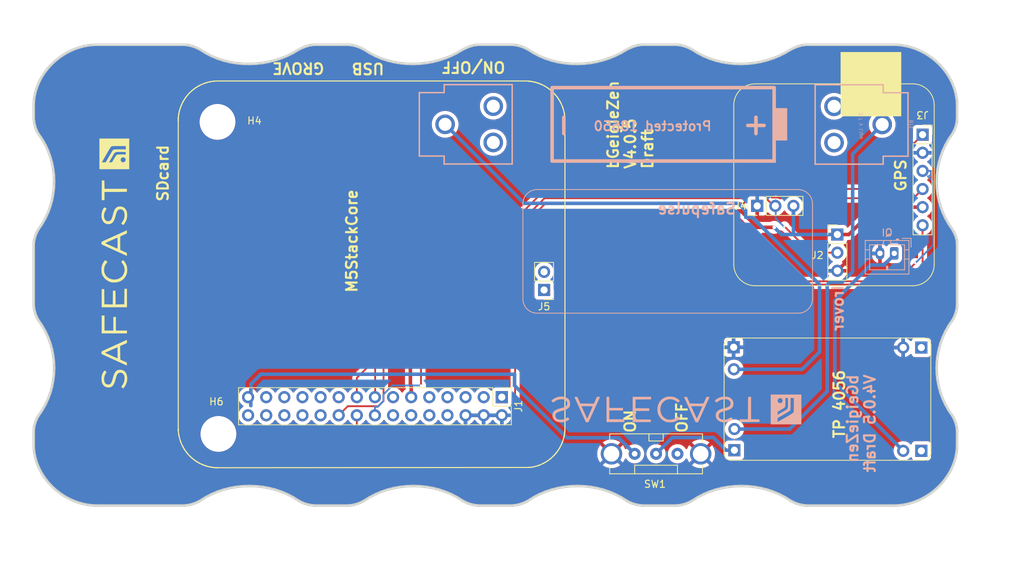
<source format=kicad_pcb>
(kicad_pcb (version 20240225) (generator "pcbnew") (generator_version "8.99")
  (title_block (title "bGeigieZen Draft V4.0.5") (date "2024-05-29") (rev "V4.0.5"))
  (layers (0 "F.Cu" signal) (31 "B.Cu" signal) (34 "B.Paste" user) (35 "F.Paste" user) (36 "B.SilkS" user "B.Silkscreen") (37 "F.SilkS" user "F.Silkscreen") (38 "B.Mask" user) (39 "F.Mask" user) (44 "Edge.Cuts" user))
  (net 0 "")
  (net 1 "GND")
  (net 2 "/RX2")
  (net 3 "/TX2")
  (net 4 "3.3V")
  (net 5 "5V")
  (net 8 "/GIO34")
  (net 9 "/GIO13")
  (net 10 "/GIO5")
  (net 18 "/GIO2 on Core and GIO32 on Core-2")
  (net 24 "/SDA")
  (net 25 "/SCL")
  (net 27 "/BAT")
  (net 31 "Net-(BT1-+)")
  (net 32 "Net-(BT1--)")
  (net 33 "Net-(QIcharger1-Pin_1)")
  (net 34 "Net-(SW1-B)")
  (footprint "bGeigieZen:LOGO" (layer "F.Cu") (at 95.8596 97.3316 90)
    (property "Reference" "G front" (hide yes))
    (property "Value" "LOGO" (hide yes))
  )
  (footprint "Connector_PinHeader_2.54mm:PinHeader_2x15_P2.54mm_Vertical" (layer "F.Cu") (at 150.1853 116.0616 -90)
    (property "Reference" "J1")
    (property "Value" "M5 2x15 pin")
  )
  (footprint "Connector_PinSocket_2.54mm:PinSocket_1x06_P2.54mm_Vertical" (layer "F.Cu") (at 209.1551 79.2718)
    (property "Reference" "J3")
    (property "Value" "GPS")
  )
  (footprint "MountingHole:MountingHole_3.2mm_M3" (layer "F.Cu") (at 110.3407 77.4846)
    (property "Reference" "H4")
    (property "Value" "MountingHole_Pad")
  )
  (footprint "Connector_PinHeader_2.54mm:PinHeader_1x02_P2.54mm_Vertical" (layer "F.Cu") (at 156.1084 101.04 180)
    (property "Reference" "J5")
    (property "Value" "Extra support header")
  )
  (footprint "Connector_PinHeader_2.54mm:PinHeader_1x03_P2.54mm_Vertical" (layer "F.Cu") (at 185.9788 89.2544 90)
    (property "Reference" "J4")
    (property "Value" "Geiger Safepulse" (hide yes))
  )
  (footprint "Connector_PinHeader_2.54mm:PinHeader_1x03_P2.54mm_Vertical" (layer "F.Cu") (at 197.2056 93.2676)
    (property "Reference" "J2")
    (property "Value" "Geiger IRover")
  )
  (footprint "bGeigieRaku_M5_1015:EG1206" (layer "F.Cu") (at 171.8028 124.0016)
    (property "Reference" "SW1")
    (property "Value" "SW_SPDT" (hide yes))
  )
  (footprint "MountingHole:MountingHole_3.2mm_M3" (layer "F.Cu") (at 110.4703 121.2146)
    (property "Reference" "H6")
    (property "Value" "MountingHole_Pad")
  )
  (footprint "bGeigieZen:TP4056" (layer "F.Cu") (at 195.3095 116.3958 -90)
    (property "Reference" "TP4056" (hide yes))
    (property "Value" "TP4056")
  )
  (footprint "bGeigieRaku_M5_1015:18650 map" (layer "B.Cu") (at 165.4921 77.8244 -90)
    (property "Reference" "G***" (hide yes))
    (property "Value" "LOGO" (hide yes))
  )
  (footprint "Library:BATTERY_18650-HOLDER" (layer "B.Cu") (at 172.868 77.8344 180)
    (property "Reference" "BT1")
    (property "Value" " 3.7 V Lipo")
  )
  (footprint "Connector_JST:JST_PH_B2B-PH-K_1x02_P2.00mm_Vertical" (layer "B.Cu") (at 205.1812 95.9092 180)
    (property "Reference" "QI")
    (property "Value" "QI GND")
  )
  (footprint "bGeigieZen:LOGO" (layer "B.Cu") (at 174.6504 117.804)
    (property "Reference" "G back" (hide yes))
    (property "Value" "LOGO" (hide yes))
  )
  (gr_line (start 153.1366 102.2912) (end 153.1366 88.9684) (stroke (width 0.12)) (layer "B.SilkS"))
  (gr_arc (start 155.1366 104.2912) (mid 153.722386 103.705414) (end 153.1366 102.2912) (stroke (width 0.12)) (layer "B.SilkS"))
  (gr_arc (start 193.7258 102.2912) (mid 193.140014 103.705414) (end 191.7258 104.2912) (stroke (width 0.12)) (layer "B.SilkS"))
  (gr_arc (start 153.1366 88.9684) (mid 153.722386 87.554186) (end 155.1366 86.9684) (stroke (width 0.12)) (layer "B.SilkS"))
  (gr_line (start 193.7258 88.9684) (end 193.7258 102.2912) (stroke (width 0.12)) (layer "B.SilkS"))
  (gr_line (start 155.1366 86.9684) (end 191.7258 86.9684) (stroke (width 0.12)) (layer "B.SilkS"))
  (gr_arc (start 191.7258 86.9684) (mid 193.140014 87.554186) (end 193.7258 88.9684) (stroke (width 0.12)) (layer "B.SilkS"))
  (gr_line (start 191.7258 104.2912) (end 155.1366 104.2912) (stroke (width 0.12)) (layer "B.SilkS"))
  (gr_line (start 154.323007 71.815812) (end 154.323007 71.815812) (stroke (width 0.150176)) (layer "F.SilkS"))
  (gr_line (start 155.089746 71.989655) (end 155.089746 71.989655) (stroke (width 0.150176)) (layer "F.SilkS"))
  (gr_line (start 105.741678 74.271272) (end 105.741678 74.271272) (stroke (width 0.150176)) (layer "F.SilkS"))
  (gr_line (start 105.226388 122.439729) (end 105.384683 122.802934) (stroke (width 0.150176)) (layer "F.SilkS"))
  (gr_line (start 109.808236 125.919587) (end 109.938608 125.932008) (stroke (width 0.150176)) (layer "F.SilkS"))
  (gr_line (start 156.06138 72.390092) (end 155.825448 72.272141) (stroke (width 0.150176)) (layer "F.SilkS"))
  (gr_line (start 159.01661 120.84726) (end 159.01661 120.84726) (stroke (width 0.150176)) (layer "F.SilkS"))
  (gr_line (start 157.191324 124.525788) (end 157.383783 124.345735) (stroke (width 0.150176)) (layer "F.SilkS"))
  (gr_line (start 156.176233 72.452195) (end 156.06138 72.390092) (stroke (width 0.150176)) (layer "F.SilkS"))
  (gr_line (start 158.690667 75.382585) (end 158.690667 75.382585) (stroke (width 0.150176)) (layer "F.SilkS"))
  (gr_line (start 154.062249 71.781663) (end 153.931863 71.769242) (stroke (width 0.150176)) (layer "F.SilkS"))
  (gr_line (start 107.138589 124.895188) (end 107.138589 124.895188) (stroke (width 0.150176)) (layer "F.SilkS"))
  (gr_line (start 105.536813 74.609635) (end 105.47471 74.724488) (stroke (width 0.150176)) (layer "F.SilkS"))
  (gr_line (start 153.931863 71.769242) (end 153.931863 71.769242) (stroke (width 0.150176)) (layer "F.SilkS"))
  (gr_line (start 105.00599 75.947556) (end 104.974923 76.07483) (stroke (width 0.150176)) (layer "F.SilkS"))
  (gr_line (start 157.942544 74.001206) (end 157.942544 74.001206) (stroke (width 0.150176)) (layer "F.SilkS"))
  (gr_line (start 185.69188 72.14988) (end 207.78428 72.14988) (stroke (width 0.12)) (layer "F.SilkS"))
  (gr_line (start 157.141656 73.132005) (end 157.042322 73.048203) (stroke (width 0.150176)) (layer "F.SilkS"))
  (gr_line (start 159.029031 77.049561) (end 159.022821 76.919175) (stroke (width 0.150176)) (layer "F.SilkS"))
  (gr_line (start 158.426812 74.783463) (end 158.426812 74.783463) (stroke (width 0.150176)) (layer "F.SilkS"))
  (gr_line (start 110.202463 125.947526) (end 110.202463 125.947526) (stroke (width 0.150176)) (layer "F.SilkS"))
  (gr_line (start 107.085824 72.843308) (end 107.085824 72.843308) (stroke (width 0.150176)) (layer "F.SilkS"))
  (gr_line (start 107.809091 125.311158) (end 108.045022 125.429124) (stroke (width 0.150176)) (layer "F.SilkS"))
  (gr_line (start 104.844552 76.984376) (end 104.838327 77.117845) (stroke (width 0.150176)) (layer "F.SilkS"))
  (gr_line (start 156.570474 125.006944) (end 156.570474 125.006944) (stroke (width 0.150176)) (layer "F.SilkS"))
  (gr_line (start 108.529275 125.627793) (end 108.529275 125.627793) (stroke (width 0.150176)) (layer "F.SilkS"))
  (gr_line (start 109.482278 71.82512) (end 109.482278 71.82512) (stroke (width 0.150176)) (layer "F.SilkS"))
  (gr_line (start 107.46763 125.115586) (end 107.579385 125.183885) (stroke (width 0.150176)) (layer "F.SilkS"))
  (gr_line (start 155.887536 125.401185) (end 156.002405 125.342195) (stroke (width 0.150176)) (layer "F.SilkS"))
  (gr_line (start 154.062249 71.781663) (end 154.062249 71.781663) (stroke (width 0.150176)) (layer "F.SilkS"))
  (gr_line (start 106.536355 124.389192) (end 106.536355 124.389192) (stroke (width 0.150176)) (layer "F.SilkS"))
  (gr_line (start 156.679117 124.932435) (end 156.784662 124.857942) (stroke (width 0.150176)) (layer "F.SilkS"))
  (gr_line (start 109.032174 125.779893) (end 109.032174 125.779893) (stroke (width 0.150176)) (layer "F.SilkS"))
  (gr_line (start 157.091989 124.612702) (end 157.191324 124.525788) (stroke (width 0.150176)) (layer "F.SilkS"))
  (gr_line (start 158.513727 122.740846) (end 158.513727 122.740846) (stroke (width 0.150176)) (layer "F.SilkS"))
  (gr_line (start 158.057397 123.538636) (end 158.057397 123.538636) (stroke (width 0.150176)) (layer "F.SilkS"))
  (gr_line (start 158.333673 123.09163) (end 158.395761 122.976762) (stroke (width 0.150176)) (layer "F.SilkS"))
  (gr_line (start 105.179818 122.318665) (end 105.179818 122.318665) (stroke (width 0.150176)) (layer "F.SilkS"))
  (gr_line (start 104.838327 77.117845) (end 104.838327 77.117845) (stroke (width 0.150176)) (layer "F.SilkS"))
  (gr_line (start 157.240991 73.222032) (end 157.240991 73.222032) (stroke (width 0.150176)) (layer "F.SilkS"))
  (gr_line (start 158.091546 74.215394) (end 158.091546 74.215394) (stroke (width 0.150176)) (layer "F.SilkS"))
  (gr_line (start 108.78071 125.711595) (end 108.904916 125.745744) (stroke (width 0.150176)) (layer "F.SilkS"))
  (gr_line (start 159.032129 120.583405) (end 159.032129 120.583405) (stroke (width 0.150176)) (layer "F.SilkS"))
  (gr_line (start 157.042322 73.048203) (end 156.939874 72.964387) (stroke (width 0.150176)) (layer "F.SilkS"))
  (gr_line (start 104.847665 120.782075) (end 104.872506 121.042832) (stroke (width 0.150176)) (layer "F.SilkS"))
  (gr_line (start 106.828164 124.653062) (end 106.930612 124.736878) (stroke (width 0.150176)) (layer "F.SilkS"))
  (gr_line (start 155.887536 125.401185) (end 155.887536 125.401185) (stroke (width 0.150176)) (layer "F.SilkS"))
  (gr_line (start 105.443673 122.917787) (end 105.443673 122.917787) (stroke (width 0.150176)) (layer "F.SilkS"))
  (gr_line (start 156.784662 124.857942) (end 156.784662 124.857942) (stroke (width 0.150176)) (layer "F.SilkS"))
  (gr_line (start 157.979791 123.647279) (end 158.057397 123.538636) (stroke (width 0.150176)) (layer "F.SilkS"))
  (gr_line (start 106.778512 73.088548) (end 106.679147 73.175462) (stroke (width 0.150176)) (layer "F.SilkS"))
  (gr_line (start 155.462259 72.120042) (end 155.341195 72.073472) (stroke (width 0.150176)) (layer "F.SilkS"))
  (gr_line (start 158.333673 123.09163) (end 158.333673 123.09163) (stroke (width 0.150176)) (layer "F.SilkS"))
  (gr_line (start 154.965585 71.955506) (end 154.965585 71.955506) (stroke (width 0.150176)) (layer "F.SilkS"))
  (gr_line (start 158.970056 121.238389) (end 158.970056 121.238389) (stroke (width 0.150176)) (layer "F.SilkS"))
  (gr_line (start 108.346139 72.14177) (end 108.346139 72.14177) (stroke (width 0.150176)) (layer "F.SilkS"))
  (gr_line (start 110.134164 71.756837) (end 110.003793 71.763047) (stroke (width 0.150176)) (layer "F.SilkS"))
  (gr_line (start 104.934579 121.433961) (end 104.959421 121.561234) (stroke (width 0.150176)) (layer "F.SilkS"))
  (gr_line (start 107.191354 72.768815) (end 107.191354 72.768815) (stroke (width 0.150176)) (layer "F.SilkS"))
  (gr_line (start 156.992654 124.696519) (end 156.992654 124.696519) (stroke (width 0.150176)) (layer "F.SilkS"))
  (gr_line (start 107.46763 125.115586) (end 107.46763 125.115586) (stroke (width 0.150176)) (layer "F.SilkS"))
  (gr_line (start 108.284067 125.534654) (end 108.284067 125.534654) (stroke (width 0.150176)) (layer "F.SilkS"))
  (gr_line (start 109.159433 125.810945) (end 109.159433 125.810945) (stroke (width 0.150176)) (layer "F.SilkS"))
  (gr_line (start 159.025918 120.716889) (end 159.032129 120.583405) (stroke (width 0.150176)) (layer "F.SilkS"))
  (gr_line (start 153.931863 71.769242) (end 153.801492 71.759934) (stroke (width 0.150176)) (layer "F.SilkS"))
  (gr_line (start 110.398019 125.950623) (end 153.86358 125.913376) (stroke (width 0.150176)) (layer "F.SilkS"))
  (gr_line (start 106.089364 123.908036) (end 106.089364 123.908036) (stroke (width 0.150176)) (layer "F.SilkS"))
  (gr_line (start 154.9004 125.764375) (end 154.9004 125.764375) (stroke (width 0.150176)) (layer "F.SilkS"))
  (gr_line (start 153.863345 125.906025) (end 153.996828 125.899815) (stroke (width 0.150176)) (layer "F.SilkS"))
  (gr_line (start 157.653848 124.057038) (end 157.653848 124.057038) (stroke (width 0.150176)) (layer "F.SilkS"))
  (gr_line (start 153.996828 125.899815) (end 153.996828 125.899815) (stroke (width 0.150176)) (layer "F.SilkS"))
  (gr_line (start 104.959421 121.561234) (end 104.959421 121.561234) (stroke (width 0.150176)) (layer "F.SilkS"))
  (gr_line (start 157.821481 123.855271) (end 157.902185 123.752824) (stroke (width 0.150176)) (layer "F.SilkS"))
  (gr_line (start 105.813058 74.162614) (end 105.813058 74.162614) (stroke (width 0.150176)) (layer "F.SilkS"))
  (gr_line (start 106.930612 124.736878) (end 107.033029 124.817582) (stroke (width 0.150176)) (layer "F.SilkS"))
  (gr_line (start 158.619272 122.501817) (end 158.619272 122.501817) (stroke (width 0.150176)) (layer "F.SilkS"))
  (gr_line (start 107.138589 124.895188) (end 107.247232 124.972794) (stroke (width 0.150176)) (layer "F.SilkS"))
  (gr_line (start 109.547464 125.885438) (end 109.547464 125.885438) (stroke (width 0.150176)) (layer "F.SilkS"))
  (gr_line (start 157.430353 73.402085) (end 157.334115 73.312058) (stroke (width 0.150176)) (layer "F.SilkS"))
  (gr_line (start 106.828164 124.653062) (end 106.828164 124.653062) (stroke (width 0.150176)) (layer "F.SilkS"))
  (gr_line (start 109.032174 125.779893) (end 109.159433 125.810945) (stroke (width 0.150176)) (layer "F.SilkS"))
  (gr_line (start 108.591379 72.051743) (end 108.591379 72.051743) (stroke (width 0.150176)) (layer "F.SilkS"))
  (gr_line (start 105.114633 75.568833) (end 105.114633 75.568833) (stroke (width 0.150176)) (layer "F.SilkS"))
  (gr_line (start 104.866281 76.723618) (end 104.866281 76.723618) (stroke (width 0.150176)) (layer "F.SilkS"))
  (gr_line (start 158.299539 74.550645) (end 158.234338 74.438889) (stroke (width 0.150176)) (layer "F.SilkS"))
  (gr_line (start 156.002405 125.342195) (end 156.120355 125.280106) (stroke (width 0.150176)) (layer "F.SilkS"))
  (gr_line (start 158.566491 122.62288) (end 158.619272 122.501817) (stroke (width 0.150176)) (layer "F.SilkS"))
  (gr_line (start 158.796213 122.005143) (end 158.796213 122.005143) (stroke (width 0.150176)) (layer "F.SilkS"))
  (gr_line (start 157.737665 123.957704) (end 157.821481 123.855271) (stroke (width 0.150176)) (layer "F.SilkS"))
  (gr_line (start 156.731897 72.806077) (end 156.731897 72.806077) (stroke (width 0.150176)) (layer "F.SilkS"))
  (gr_line (start 156.890207 124.777223) (end 156.890207 124.777223) (stroke (width 0.150176)) (layer "F.SilkS"))
  (gr_line (start 158.774484 75.630937) (end 158.734124 75.506761) (stroke (width 0.150176)) (layer "F.SilkS"))
  (gr_line (start 104.84144 120.651689) (end 104.847665 120.782075) (stroke (width 0.150176)) (layer "F.SilkS"))
  (gr_line (start 106.04899 73.845994) (end 106.04899 73.845994) (stroke (width 0.150176)) (layer "F.SilkS"))
  (gr_line (start 158.923486 121.496049) (end 158.948312 121.368775) (stroke (width 0.150176)) (layer "F.SilkS"))
  (gr_line (start 155.279107 125.649522) (end 155.403283 125.606065) (stroke (width 0.150176)) (layer "F.SilkS"))
  (gr_line (start 155.089746 71.989655) (end 154.965585 71.955506) (stroke (width 0.150176)) (layer "F.SilkS"))
  (gr_line (start 158.712396 122.256577) (end 158.712396 122.256577) (stroke (width 0.150176)) (layer "F.SilkS"))
  (gr_line (start 158.057397 123.538636) (end 158.128793 123.429994) (stroke (width 0.150176)) (layer "F.SilkS"))
  (gr_line (start 106.72883 124.569245) (end 106.828164 124.653062) (stroke (width 0.150176)) (layer "F.SilkS"))
  (gr_line (start 109.289804 125.838868) (end 109.289804 125.838868) (stroke (width 0.150176)) (layer "F.SilkS"))
  (gr_line (start 106.440133 124.29918) (end 106.440133 124.29918) (stroke (width 0.150176)) (layer "F.SilkS"))
  (gr_line (start 107.809091 125.311158) (end 107.809091 125.311158) (stroke (width 0.150176)) (layer "F.SilkS"))
  (gr_line (start 109.351907 71.849961) (end 109.351907 71.849961) (stroke (width 0.150176)) (layer "F.SilkS"))
  (gr_line (start 106.396676 73.451753) (end 106.30665 73.544877) (stroke (width 0.150176)) (layer "F.SilkS"))
  (gr_line (start 108.653451 125.67125) (end 108.653451 125.67125) (stroke (width 0.150176)) (layer "F.SilkS"))
  (gr_line (start 105.601999 74.494767) (end 105.601999 74.494767) (stroke (width 0.150176)) (layer "F.SilkS"))
  (gr_line (start 106.30665 73.544877) (end 106.216623 73.644212) (stroke (width 0.150176)) (layer "F.SilkS"))
  (gr_line (start 157.781122 73.793214) (end 157.697305 73.693879) (stroke (width 0.150176)) (layer "F.SilkS"))
  (gr_line (start 106.778512 73.088548) (end 106.778512 73.088548) (stroke (width 0.150176)) (layer "F.SilkS"))
  (gr_line (start 157.091989 124.612702) (end 157.091989 124.612702) (stroke (width 0.150176)) (layer "F.SilkS"))
  (gr_line (start 107.033029 124.817582) (end 107.033029 124.817582) (stroke (width 0.150176)) (layer "F.SilkS"))
  (gr_line (start 105.443673 122.917787) (end 105.505746 123.035752) (stroke (width 0.150176)) (layer "F.SilkS"))
  (gr_line (start 159.00419 120.977632) (end 159.00419 120.977632) (stroke (width 0.150176)) (layer "F.SilkS"))
  (gr_line (start 107.694223 125.24907) (end 107.694223 125.24907) (stroke (width 0.150176)) (layer "F.SilkS"))
  (gr_line (start 157.942544 74.001206) (end 157.861841 73.895646) (stroke (width 0.150176)) (layer "F.SilkS"))
  (gr_line (start 158.426812 74.783463) (end 158.364724 74.665513) (stroke (width 0.150176)) (layer "F.SilkS"))
  (gr_line (start 105.179818 122.318665) (end 105.226388 122.439729) (stroke (width 0.150176)) (layer "F.SilkS"))
  (gr_line (start 108.715524 72.011384) (end 108.591379 72.051743) (stroke (width 0.150176)) (layer "F.SilkS"))
  (gr_line (start 159.035241 77.183045) (end 159.029031 77.049561) (stroke (width 0.150176)) (layer "F.SilkS"))
  (gr_line (start 107.523507 72.55153) (end 107.523507 72.55153) (stroke (width 0.150176)) (layer "F.SilkS"))
  (gr_arc (start 210.78428 97.44548) (mid 209.9056 99.5668) (end 207.78428 100.44548) (stroke (width 0.12)) (layer "F.SilkS"))
  (gr_line (start 158.970056 121.238389) (end 158.988672 121.108018) (stroke (width 0.150176)) (layer "F.SilkS"))
  (gr_line (start 104.838327 77.117845) (end 104.835244 77.313432) (stroke (width 0.150176)) (layer "F.SilkS"))
  (gr_line (start 106.980264 72.924027) (end 106.877817 73.004746) (stroke (width 0.150176)) (layer "F.SilkS"))
  (gr_line (start 154.518564 125.851289) (end 154.518564 125.851289) (stroke (width 0.150176)) (layer "F.SilkS"))
  (gr_line (start 157.902185 123.752824) (end 157.902185 123.752824) (stroke (width 0.150176)) (layer "F.SilkS"))
  (gr_line (start 158.166055 74.327134) (end 158.091546 74.215394) (stroke (width 0.150176)) (layer "F.SilkS"))
  (gr_line (start 158.299539 74.550645) (end 158.299539 74.550645) (stroke (width 0.150176)) (layer "F.SilkS"))
  (gr_line (start 105.021493 121.815782) (end 105.095987 122.070329) (stroke (width 0.150176)) (layer "F.SilkS"))
  (gr_line (start 157.240991 73.222032) (end 157.141656 73.132005) (stroke (width 0.150176)) (layer "F.SilkS"))
  (gr_line (start 156.458719 125.081437) (end 156.458719 125.081437) (stroke (width 0.150176)) (layer "F.SilkS"))
  (gr_line (start 104.959421 121.561234) (end 105.021493 121.815782) (stroke (width 0.150176)) (layer "F.SilkS"))
  (gr_line (start 105.853433 123.594514) (end 105.927926 123.700059) (stroke (width 0.150176)) (layer "F.SilkS"))
  (gr_line (start 105.021493 121.815782) (end 105.021493 121.815782) (stroke (width 0.150176)) (layer "F.SilkS"))
  (gr_line (start 158.997979 76.658433) (end 158.960733 76.397675) (stroke (width 0.150176)) (layer "F.SilkS"))
  (gr_line (start 104.835244 120.518205) (end 104.84144 120.651689) (stroke (width 0.150176)) (layer "F.SilkS"))
  (gr_line (start 158.923486 121.496049) (end 158.923486 121.496049) (stroke (width 0.150176)) (layer "F.SilkS"))
  (gr_line (start 158.960733 76.397675) (end 158.960733 76.397675) (stroke (width 0.150176)) (layer "F.SilkS"))
  (gr_line (start 156.514596 72.65706) (end 156.402841 72.585664) (stroke (width 0.150176)) (layer "F.SilkS"))
  (gr_line (start 158.935907 76.267289) (end 158.935907 76.267289) (stroke (width 0.150176)) (layer "F.SilkS"))
  (gr_line (start 105.77894 123.485856) (end 105.853433 123.594514) (stroke (width 0.150176)) (layer "F.SilkS"))
  (gr_line (start 108.467202 72.0952) (end 108.467202 72.0952) (stroke (width 0.150176)) (layer "F.SilkS"))
  (gr_line (start 157.902185 123.752824) (end 157.979791 123.647279) (stroke (width 0.150176)) (layer "F.SilkS"))
  (gr_line (start 158.091546 74.215394) (end 158.017053 74.106736) (stroke (width 0.150176)) (layer "F.SilkS"))
  (gr_line (start 104.835244 77.313432) (end 104.835244 77.313432) (stroke (width 0.150176)) (layer "F.SilkS"))
  (gr_line (start 156.623239 72.728471) (end 156.623239 72.728471) (stroke (width 0.150176)) (layer "F.SilkS"))
  (gr_line (start 108.408212 125.581223) (end 108.529275 125.627793) (stroke (width 0.150176)) (layer "F.SilkS"))
  (gr_line (start 157.861841 73.895646) (end 157.781122 73.793214) (stroke (width 0.150176)) (layer "F.SilkS"))
  (gr_line (start 156.402841 72.585664) (end 156.291086 72.517381) (stroke (width 0.150176)) (layer "F.SilkS"))
  (gr_line (start 105.670297 74.383012) (end 105.670297 74.383012) (stroke (width 0.150176)) (layer "F.SilkS"))
  (gr_line (start 104.84144 120.651689) (end 104.84144 120.651689) (stroke (width 0.150176)) (layer "F.SilkS"))
  (gr_line (start 105.136361 122.194505) (end 105.179818 122.318665) (stroke (width 0.150176)) (layer "F.SilkS"))
  (gr_line (start 105.095987 122.070329) (end 105.136361 122.194505) (stroke (width 0.150176)) (layer "F.SilkS"))
  (gr_line (start 109.159433 125.810945) (end 109.289804 125.838868) (stroke (width 0.150176)) (layer "F.SilkS"))
  (gr_line (start 154.9004 125.764375) (end 155.154947 125.689866) (stroke (width 0.150176)) (layer "F.SilkS"))
  (gr_line (start 109.289804 125.838868) (end 109.417093 125.863709) (stroke (width 0.150176)) (layer "F.SilkS"))
  (gr_line (start 158.395761 122.976762) (end 158.513727 122.740846) (stroke (width 0.150176)) (layer "F.SilkS"))
  (gr_line (start 155.403283 125.606065) (end 155.524347 125.559495) (stroke (width 0.150176)) (layer "F.SilkS"))
  (gr_line (start 106.629464 124.479218) (end 106.629464 124.479218) (stroke (width 0.150176)) (layer "F.SilkS"))
  (gr_line (start 106.877817 73.004746) (end 106.877817 73.004746) (stroke (width 0.150176)) (layer "F.SilkS"))
  (gr_line (start 159.025918 120.716889) (end 159.025918 120.716889) (stroke (width 0.150176)) (layer "F.SilkS"))
  (gr_line (start 106.536355 124.389192) (end 106.629464 124.479218) (stroke (width 0.150176)) (layer "F.SilkS"))
  (gr_line (start 159.029031 77.049561) (end 159.029031 77.049561) (stroke (width 0.150176)) (layer "F.SilkS"))
  (gr_line (start 159.022821 76.919175) (end 158.997979 76.658433) (stroke (width 0.150176)) (layer "F.SilkS"))
  (gr_line (start 109.547464 125.885438) (end 109.677865 125.904069) (stroke (width 0.150176)) (layer "F.SilkS"))
  (gr_line (start 158.830362 121.880967) (end 158.830362 121.880967) (stroke (width 0.150176)) (layer "F.SilkS"))
  (gr_line (start 105.704416 123.374116) (end 105.77894 123.485856) (stroke (width 0.150176)) (layer "F.SilkS"))
  (gr_line (start 155.462259 72.120042) (end 155.462259 72.120042) (stroke (width 0.150176)) (layer "F.SilkS"))
  (gr_line (start 107.033029 124.817582) (end 107.138589 124.895188) (stroke (width 0.150176)) (layer "F.SilkS"))
  (gr_line (start 154.1272 125.89362) (end 154.387957 125.868779) (stroke (width 0.150176)) (layer "F.SilkS"))
  (gr_line (start 182.69188 97.44548) (end 182.69188 75.14988) (stroke (width 0.12)) (layer "F.SilkS"))
  (gr_line (start 106.30665 73.544877) (end 106.30665 73.544877) (stroke (width 0.150176)) (layer "F.SilkS"))
  (gr_line (start 156.731897 72.806077) (end 156.623239 72.728471) (stroke (width 0.150176)) (layer "F.SilkS"))
  (gr_line (start 156.235208 125.214921) (end 156.235208 125.214921) (stroke (width 0.150176)) (layer "F.SilkS"))
  (gr_line (start 104.85386 76.85399) (end 104.85386 76.85399) (stroke (width 0.150176)) (layer "F.SilkS"))
  (gr_line (start 159.035241 120.387834) (end 159.035241 77.183045) (stroke (width 0.150176)) (layer "F.SilkS"))
  (gr_line (start 106.486703 73.355515) (end 106.396676 73.451753) (stroke (width 0.150176)) (layer "F.SilkS"))
  (gr_line (start 154.645852 125.826463) (end 154.9004 125.764375) (stroke (width 0.150176)) (layer "F.SilkS"))
  (gr_line (start 155.217019 72.030015) (end 155.089746 71.989655) (stroke (width 0.150176)) (layer "F.SilkS"))
  (gr_line (start 109.417093 125.863709) (end 109.417093 125.863709) (stroke (width 0.150176)) (layer "F.SilkS"))
  (gr_line (start 155.154947 125.689866) (end 155.154947 125.689866) (stroke (width 0.150176)) (layer "F.SilkS"))
  (gr_line (start 104.909738 121.30359) (end 104.934579 121.433961) (stroke (width 0.150176)) (layer "F.SilkS"))
  (gr_line (start 105.040109 75.820283) (end 105.040109 75.820283) (stroke (width 0.150176)) (layer "F.SilkS"))
  (gr_line (start 108.904916 125.745744) (end 108.904916 125.745744) (stroke (width 0.150176)) (layer "F.SilkS"))
  (gr_line (start 105.636117 123.262361) (end 105.704416 123.374116) (stroke (width 0.150176)) (layer "F.SilkS"))
  (gr_line (start 154.711038 71.890321) (end 154.711038 71.890321) (stroke (width 0.150176)) (layer "F.SilkS"))
  (gr_line (start 106.72883 124.569245) (end 106.72883 124.569245) (stroke (width 0.150176)) (layer "F.SilkS"))
  (gr_line (start 155.524347 125.559495) (end 155.887536 125.401185) (stroke (width 0.150176)) (layer "F.SilkS"))
  (gr_line (start 158.017053 74.106736) (end 157.942544 74.001206) (stroke (width 0.150176)) (layer "F.SilkS"))
  (gr_line (start 109.743051 71.787888) (end 109.743051 71.787888) (stroke (width 0.150176)) (layer "F.SilkS"))
  (gr_arc (start 207.78428 72.14988) (mid 209.9056 73.02856) (end 210.78428 75.14988) (stroke (width 0.12)) (layer "F.SilkS"))
  (gr_line (start 105.303964 75.07837) (end 105.251199 75.199433) (stroke (width 0.150176)) (layer "F.SilkS"))
  (gr_line (start 105.636117 123.262361) (end 105.636117 123.262361) (stroke (width 0.150176)) (layer "F.SilkS"))
  (gr_line (start 108.970102 71.936875) (end 108.970102 71.936875) (stroke (width 0.150176)) (layer "F.SilkS"))
  (gr_line (start 155.524347 125.559495) (end 155.524347 125.559495) (stroke (width 0.150176)) (layer "F.SilkS"))
  (gr_line (start 110.202463 125.947526) (end 110.398019 125.950623) (stroke (width 0.150176)) (layer "F.SilkS"))
  (gr_line (start 110.003793 71.763047) (end 110.003793 71.763047) (stroke (width 0.150176)) (layer "F.SilkS"))
  (gr_line (start 105.853433 123.594514) (end 105.853433 123.594514) (stroke (width 0.150176)) (layer "F.SilkS"))
  (gr_line (start 104.835244 77.313432) (end 104.835244 120.518205) (stroke (width 0.150176)) (layer "F.SilkS"))
  (gr_rect (start 197.724724 67.751456) (end 206.106724 76.641456) (stroke (width 0.12)) (fill solid) (layer "F.SilkS"))
  (gr_line (start 105.505746 123.035752) (end 105.505746 123.035752) (stroke (width 0.150176)) (layer "F.SilkS"))
  (gr_line (start 155.403283 125.606065) (end 155.403283 125.606065) (stroke (width 0.150176)) (layer "F.SilkS"))
  (gr_line (start 157.141656 73.132005) (end 157.141656 73.132005) (stroke (width 0.150176)) (layer "F.SilkS"))
  (gr_line (start 104.872506 121.042832) (end 104.909738 121.30359) (stroke (width 0.150176)) (layer "F.SilkS"))
  (gr_line (start 158.200204 123.318238) (end 158.200204 123.318238) (stroke (width 0.150176)) (layer "F.SilkS"))
  (gr_line (start 155.707498 72.219377) (end 155.707498 72.219377) (stroke (width 0.150176)) (layer "F.SilkS"))
  (gr_line (start 158.364724 74.665513) (end 158.364724 74.665513) (stroke (width 0.150176)) (layer "F.SilkS"))
  (gr_line (start 105.136361 122.194505) (end 105.136361 122.194505) (stroke (width 0.150176)) (layer "F.SilkS"))
  (gr_line (start 105.251199 75.199433) (end 105.20466 75.323609) (stroke (width 0.150176)) (layer "F.SilkS"))
  (gr_line (start 106.26008 124.106706) (end 106.440133 124.29918) (stroke (width 0.150176)) (layer "F.SilkS"))
  (gr_line (start 158.485788 74.898332) (end 158.426812 74.783463) (stroke (width 0.150176)) (layer "F.SilkS"))
  (gr_line (start 104.909738 121.30359) (end 104.909738 121.30359) (stroke (width 0.150176)) (layer "F.SilkS"))
  (gr_line (start 155.825448 72.272141) (end 155.825448 72.272141) (stroke (width 0.150176)) (layer "F.SilkS"))
  (gr_line (start 158.200204 123.318238) (end 158.268487 123.206483) (stroke (width 0.150176)) (layer "F.SilkS"))
  (gr_line (start 156.784662 124.857942) (end 156.890207 124.777223) (stroke (width 0.150176)) (layer "F.SilkS"))
  (gr_line (start 156.939874 72.964387) (end 156.837442 72.883683) (stroke (width 0.150176)) (layer "F.SilkS"))
  (gr_line (start 105.536813 74.609635) (end 105.536813 74.609635) (stroke (width 0.150176)) (layer "F.SilkS"))
  (gr_line (start 158.911065 76.140031) (end 158.911065 76.140031) (stroke (width 0.150176)) (layer "F.SilkS"))
  (gr_line (start 159.035241 77.183045) (end 159.035241 77.183045) (stroke (width 0.150176)) (layer "F.SilkS"))
  (gr_line (start 158.948312 121.368775) (end 158.948312 121.368775) (stroke (width 0.150176)) (layer "F.SilkS"))
  (gr_line (start 158.755853 122.132417) (end 158.796213 122.005143) (stroke (width 0.150176)) (layer "F.SilkS"))
  (gr_line (start 108.284067 125.534654) (end 108.408212 125.581223) (stroke (width 0.150176)) (layer "F.SilkS"))
  (gr_line (start 105.095987 122.070329) (end 105.095987 122.070329) (stroke (width 0.150176)) (layer "F.SilkS"))
  (gr_line (start 106.132821 73.743546) (end 106.04899 73.845994) (stroke (width 0.150176)) (layer "F.SilkS"))
  (gr_line (start 104.922159 76.332475) (end 104.90043 76.462861) (stroke (width 0.150176)) (layer "F.SilkS"))
  (gr_line (start 106.980264 72.924027) (end 106.980264 72.924027) (stroke (width 0.150176)) (layer "F.SilkS"))
  (gr_line (start 156.06138 72.390092) (end 156.06138 72.390092) (stroke (width 0.150176)) (layer "F.SilkS"))
  (gr_line (start 106.216623 73.644212) (end 106.132821 73.743546) (stroke (width 0.150176)) (layer "F.SilkS"))
  (gr_line (start 104.974923 76.07483) (end 104.946969 76.205216) (stroke (width 0.150176)) (layer "F.SilkS"))
  (gr_line (start 156.176233 72.452195) (end 156.176233 72.452195) (stroke (width 0.150176)) (layer "F.SilkS"))
  (gr_line (start 158.830362 121.880967) (end 158.864511 121.753694) (stroke (width 0.150176)) (layer "F.SilkS"))
  (gr_line (start 158.948312 121.368775) (end 158.970056 121.238389) (stroke (width 0.150176)) (layer "F.SilkS"))
  (gr_line (start 158.997979 76.658433) (end 158.997979 76.658433) (stroke (width 0.150176)) (layer "F.SilkS"))
  (gr_line (start 158.644098 75.261521) (end 158.644098 75.261521) (stroke (width 0.150176)) (layer "F.SilkS"))
  (gr_line (start 158.960733 76.397675) (end 158.935907 76.267289) (stroke (width 0.150176)) (layer "F.SilkS"))
  (gr_line (start 154.1272 125.89362) (end 154.1272 125.89362) (stroke (width 0.150176)) (layer "F.SilkS"))
  (gr_line (start 104.881784 76.593247) (end 104.866281 76.723618) (stroke (width 0.150176)) (layer "F.SilkS"))
  (gr_line (start 105.47471 74.724488) (end 105.47471 74.724488) (stroke (width 0.150176)) (layer "F.SilkS"))
  (gr_line (start 108.467202 72.0952) (end 108.346139 72.14177) (stroke (width 0.150176)) (layer "F.SilkS"))
  (gr_line (start 154.838311 71.921357) (end 154.838311 71.921357) (stroke (width 0.150176)) (layer "F.SilkS"))
  (gr_line (start 104.922159 76.332475) (end 104.922159 76.332475) (stroke (width 0.150176)) (layer "F.SilkS"))
  (gr_line (start 105.505746 123.035752) (end 105.570932 123.150605) (stroke (width 0.150176)) (layer "F.SilkS"))
  (gr_line (start 154.453378 71.837541) (end 154.453378 71.837541) (stroke (width 0.150176)) (layer "F.SilkS"))
  (gr_line (start 104.85386 76.85399) (end 104.844552 76.984376) (stroke (width 0.150176)) (layer "F.SilkS"))
  (gr_line (start 153.801492 71.759934) (end 153.801492 71.759934) (stroke (width 0.150176)) (layer "F.SilkS"))
  (gr_line (start 156.346963 125.149735) (end 156.346963 125.149735) (stroke (width 0.150176)) (layer "F.SilkS"))
  (gr_line (start 156.235208 125.214921) (end 156.346963 125.149735) (stroke (width 0.150176)) (layer "F.SilkS"))
  (gr_line (start 105.00599 75.947556) (end 105.00599 75.947556) (stroke (width 0.150176)) (layer "F.SilkS"))
  (gr_line (start 105.47471 74.724488) (end 105.356759 74.960404) (stroke (width 0.150176)) (layer "F.SilkS"))
  (gr_line (start 107.579385 125.183885) (end 107.579385 125.183885) (stroke (width 0.150176)) (layer "F.SilkS"))
  (gr_line (start 157.334115 73.312058) (end 157.240991 73.222032) (stroke (width 0.150176)) (layer "F.SilkS"))
  (gr_line (start 105.77894 123.485856) (end 105.77894 123.485856) (stroke (width 0.150176)) (layer "F.SilkS"))
  (gr_line (start 104.946969 76.205216) (end 104.922159 76.332475) (stroke (width 0.150176)) (layer "F.SilkS"))
  (gr_line (start 110.267648 71.750627) (end 110.267648 71.750627) (stroke (width 0.150176)) (layer "F.SilkS"))
  (gr_line (start 157.697305 73.693879) (end 157.610391 73.594544) (stroke (width 0.150176)) (layer "F.SilkS"))
  (gr_line (start 104.881784 76.593247) (end 104.881784 76.593247) (stroke (width 0.150176)) (layer "F.SilkS"))
  (gr_line (start 154.711038 71.890321) (end 154.580652 71.862382) (stroke (width 0.150176)) (layer "F.SilkS"))
  (gr_line (start 105.251199 75.199433) (end 105.251199 75.199433) (stroke (width 0.150176)) (layer "F.SilkS"))
  (gr_line (start 157.191324 124.525788) (end 157.191324 124.525788) (stroke (width 0.150176)) (layer "F.SilkS"))
  (gr_line (start 106.26008 124.106706) (end 106.26008 124.106706) (stroke (width 0.150176)) (layer "F.SilkS"))
  (gr_line (start 107.299997 72.694322) (end 107.191354 72.768815) (stroke (width 0.150176)) (layer "F.SilkS"))
  (gr_line (start 156.402841 72.585664) (end 156.402841 72.585664) (stroke (width 0.150176)) (layer "F.SilkS"))
  (gr_line (start 157.563836 124.156373) (end 157.653848 124.057038) (stroke (width 0.150176)) (layer "F.SilkS"))
  (gr_line (start 105.040109 75.820283) (end 105.00599 75.947556) (stroke (width 0.150176)) (layer "F.SilkS"))
  (gr_line (start 105.927926 123.700059) (end 105.927926 123.700059) (stroke (width 0.150176)) (layer "F.SilkS"))
  (gr_line (start 154.645852 125.826463) (end 154.645852 125.826463) (stroke (width 0.150176)) (layer "F.SilkS"))
  (gr_line (start 157.610391 73.594544) (end 157.430353 73.402085) (stroke (width 0.150176)) (layer "F.SilkS"))
  (gr_line (start 158.665826 122.377656) (end 158.712396 122.256577) (stroke (width 0.150176)) (layer "F.SilkS"))
  (gr_line (start 154.580652 71.862382) (end 154.580652 71.862382) (stroke (width 0.150176)) (layer "F.SilkS"))
  (gr_line (start 157.430353 73.402085) (end 157.430353 73.402085) (stroke (width 0.150176)) (layer "F.SilkS"))
  (gr_line (start 105.114633 75.568833) (end 105.074258 75.696122) (stroke (width 0.150176)) (layer "F.SilkS"))
  (gr_line (start 158.166055 74.327134) (end 158.166055 74.327134) (stroke (width 0.150176)) (layer "F.SilkS"))
  (gr_line (start 104.866281 76.723618) (end 104.85386 76.85399) (stroke (width 0.150176)) (layer "F.SilkS"))
  (gr_line (start 107.247232 124.972794) (end 107.247232 124.972794) (stroke (width 0.150176)) (layer "F.SilkS"))
  (gr_arc (start 185.69188 100.44548) (mid 183.57056 99.5668) (end 182.69188 97.44548) (stroke (width 0.12)) (layer "F.SilkS"))
  (gr_line (start 156.291086 72.517381) (end 156.291086 72.517381) (stroke (width 0.150176)) (layer "F.SilkS"))
  (gr_line (start 157.821481 123.855271) (end 157.821481 123.855271) (stroke (width 0.150176)) (layer "F.SilkS"))
  (gr_line (start 109.417093 125.863709) (end 109.547464 125.885438) (stroke (width 0.150176)) (layer "F.SilkS"))
  (gr_line (start 108.045022 125.429124) (end 108.045022 125.429124) (stroke (width 0.150176)) (layer "F.SilkS"))
  (gr_line (start 158.848977 75.885484) (end 158.774484 75.630937) (stroke (width 0.150176)) (layer "F.SilkS"))
  (gr_line (start 108.408212 125.581223) (end 108.408212 125.581223) (stroke (width 0.150176)) (layer "F.SilkS"))
  (gr_line (start 106.679147 73.175462) (end 106.679147 73.175462) (stroke (width 0.150176)) (layer "F.SilkS"))
  (gr_line (start 105.968271 73.948426) (end 105.968271 73.948426) (stroke (width 0.150176)) (layer "F.SilkS"))
  (gr_line (start 157.563836 124.156373) (end 157.563836 124.156373) (stroke (width 0.150176)) (layer "F.SilkS"))
  (gr_line (start 104.872506 121.042832) (end 104.872506 121.042832) (stroke (width 0.150176)) (layer "F.SilkS"))
  (gr_line (start 158.017053 74.106736) (end 158.017053 74.106736) (stroke (width 0.150176)) (layer "F.SilkS"))
  (gr_line (start 109.677865 125.904069) (end 109.808236 125.919587) (stroke (width 0.150176)) (layer "F.SilkS"))
  (gr_line (start 105.670297 74.383012) (end 105.601999 74.494767) (stroke (width 0.150176)) (layer "F.SilkS"))
  (gr_line (start 107.299997 72.694322) (end 107.299997 72.694322) (stroke (width 0.150176)) (layer "F.SilkS"))
  (gr_line (start 155.154947 125.689866) (end 155.279107 125.649522) (stroke (width 0.150176)) (layer "F.SilkS"))
  (gr_line (start 107.982919 72.30008) (end 107.982919 72.30008) (stroke (width 0.150176)) (layer "F.SilkS"))
  (gr_line (start 107.085824 72.843308) (end 106.980264 72.924027) (stroke (width 0.150176)) (layer "F.SilkS"))
  (gr_line (start 158.513727 122.740846) (end 158.566491 122.62288) (stroke (width 0.150176)) (layer "F.SilkS"))
  (gr_line (start 155.707498 72.219377) (end 155.586435 72.166596) (stroke (width 0.150176)) (layer "F.SilkS"))
  (gr_line (start 158.895547 121.62642) (end 158.923486 121.496049) (stroke (width 0.150176)) (layer "F.SilkS"))
  (gr_line (start 157.653848 124.057038) (end 157.737665 123.957704) (stroke (width 0.150176)) (layer "F.SilkS"))
  (gr_line (start 104.934579 121.433961) (end 104.934579 121.433961) (stroke (width 0.150176)) (layer "F.SilkS"))
  (gr_line (start 155.586435 72.166596) (end 155.462259 72.120042) (stroke (width 0.150176)) (layer "F.SilkS"))
  (gr_line (start 105.20466 75.323609) (end 105.20466 75.323609) (stroke (width 0.150176)) (layer "F.SilkS"))
  (gr_line (start 105.704416 123.374116) (end 105.704416 123.374116) (stroke (width 0.150176)) (layer "F.SilkS"))
  (gr_line (start 104.847665 120.782075) (end 104.847665 120.782075) (stroke (width 0.150176)) (layer "F.SilkS"))
  (gr_line (start 157.697305 73.693879) (end 157.697305 73.693879) (stroke (width 0.150176)) (layer "F.SilkS"))
  (gr_line (start 158.665826 122.377656) (end 158.665826 122.377656) (stroke (width 0.150176)) (layer "F.SilkS"))
  (gr_line (start 105.384683 122.802934) (end 105.384683 122.802934) (stroke (width 0.150176)) (layer "F.SilkS"))
  (gr_line (start 106.173166 124.007371) (end 106.173166 124.007371) (stroke (width 0.150176)) (layer "F.SilkS"))
  (gr_line (start 106.396676 73.451753) (end 106.396676 73.451753) (stroke (width 0.150176)) (layer "F.SilkS"))
  (gr_line (start 108.162973 125.481889) (end 108.284067 125.534654) (stroke (width 0.150176)) (layer "F.SilkS"))
  (gr_line (start 105.601999 74.494767) (end 105.536813 74.609635) (stroke (width 0.150176)) (layer "F.SilkS"))
  (gr_line (start 106.440133 124.29918) (end 106.536355 124.389192) (stroke (width 0.150176)) (layer "F.SilkS"))
  (gr_line (start 156.939874 72.964387) (end 156.939874 72.964387) (stroke (width 0.150176)) (layer "F.SilkS"))
  (gr_line (start 105.927926 123.700059) (end 106.008645 123.805604) (stroke (width 0.150176)) (layer "F.SilkS"))
  (gr_line (start 158.712396 122.256577) (end 158.755853 122.132417) (stroke (width 0.150176)) (layer "F.SilkS"))
  (gr_line (start 109.808236 125.919587) (end 109.808236 125.919587) (stroke (width 0.150176)) (layer "F.SilkS"))
  (gr_line (start 156.837442 72.883683) (end 156.731897 72.806077) (stroke (width 0.150176)) (layer "F.SilkS"))
  (gr_line (start 158.935907 76.267289) (end 158.911065 76.140031) (stroke (width 0.150176)) (layer "F.SilkS"))
  (gr_line (start 155.341195 72.073472) (end 155.217019 72.030015) (stroke (width 0.150176)) (layer "F.SilkS"))
  (gr_line (start 153.996828 125.899815) (end 154.1272 125.89362) (stroke (width 0.150176)) (layer "F.SilkS"))
  (gr_line (start 105.15809 75.444673) (end 105.114633 75.568833) (stroke (width 0.150176)) (layer "F.SilkS"))
  (gr_line (start 154.580652 71.862382) (end 154.453378 71.837541) (stroke (width 0.150176)) (layer "F.SilkS"))
  (gr_line (start 158.911065 76.140031) (end 158.848977 75.885484) (stroke (width 0.150176)) (layer "F.SilkS"))
  (gr_line (start 155.279107 125.649522) (end 155.279107 125.649522) (stroke (width 0.150176)) (layer "F.SilkS"))
  (gr_line (start 155.217019 72.030015) (end 155.217019 72.030015) (stroke (width 0.150176)) (layer "F.SilkS"))
  (gr_line (start 156.992654 124.696519) (end 157.091989 124.612702) (stroke (width 0.150176)) (layer "F.SilkS"))
  (gr_line (start 153.668008 71.753739) (end 153.472436 71.750627) (stroke (width 0.150176)) (layer "F.SilkS"))
  (gr_line (start 104.835244 120.518205) (end 104.835244 120.518205) (stroke (width 0.150176)) (layer "F.SilkS"))
  (gr_line (start 157.610391 73.594544) (end 157.610391 73.594544) (stroke (width 0.150176)) (layer "F.SilkS"))
  (gr_line (start 158.690667 75.382585) (end 158.644098 75.261521) (stroke (width 0.150176)) (layer "F.SilkS"))
  (gr_line (start 158.848977 75.885484) (end 158.848977 75.885484) (stroke (width 0.150176)) (layer "F.SilkS"))
  (gr_line (start 106.629464 124.479218) (end 106.72883 124.569245) (stroke (width 0.150176)) (layer "F.SilkS"))
  (gr_line (start 154.518564 125.851289) (end 154.645852 125.826463) (stroke (width 0.150176)) (layer "F.SilkS"))
  (gr_line (start 159.00419 120.977632) (end 159.01661 120.84726) (stroke (width 0.150176)) (layer "F.SilkS"))
  (gr_line (start 154.192621 71.797196) (end 154.062249 71.781663) (stroke (width 0.150176)) (layer "F.SilkS"))
  (gr_line (start 107.982919 72.30008) (end 107.868081 72.359055) (stroke (width 0.150176)) (layer "F.SilkS"))
  (gr_line (start 157.47381 124.249513) (end 157.563836 124.156373) (stroke (width 0.150176)) (layer "F.SilkS"))
  (gr_line (start 156.002405 125.342195) (end 156.002405 125.342195) (stroke (width 0.150176)) (layer "F.SilkS"))
  (gr_line (start 110.003793 71.763047) (end 109.743051 71.787888) (stroke (width 0.150176)) (layer "F.SilkS"))
  (gr_line (start 107.355874 125.04419) (end 107.355874 125.04419) (stroke (width 0.150176)) (layer "F.SilkS"))
  (gr_line (start 110.267648 71.750627) (end 110.134164 71.756837) (stroke (width 0.150176)) (layer "F.SilkS"))
  (gr_line (start 158.485788 74.898332) (end 158.485788 74.898332) (stroke (width 0.150176)) (layer "F.SilkS"))
  (gr_line (start 105.890695 74.053971) (end 105.813058 74.162614) (stroke (width 0.150176)) (layer "F.SilkS"))
  (gr_line (start 158.988672 121.108018) (end 159.00419 120.977632) (stroke (width 0.150176)) (layer "F.SilkS"))
  (gr_line (start 158.796213 122.005143) (end 158.830362 121.880967) (stroke (width 0.150176)) (layer "F.SilkS"))
  (gr_line (start 156.346963 125.149735) (end 156.458719 125.081437) (stroke (width 0.150176)) (layer "F.SilkS"))
  (gr_line (start 109.938608 125.932008) (end 109.938608 125.932008) (stroke (width 0.150176)) (layer "F.SilkS"))
  (gr_line (start 110.068979 125.941316) (end 110.202463 125.947526) (stroke (width 0.150176)) (layer "F.SilkS"))
  (gr_line (start 107.579385 125.183885) (end 107.694223 125.24907) (stroke (width 0.150176)) (layer "F.SilkS"))
  (gr_line (start 159.022821 76.919175) (end 159.022821 76.919175) (stroke (width 0.150176)) (layer "F.SilkS"))
  (gr_line (start 154.323007 71.815812) (end 154.192621 71.797196) (stroke (width 0.150176)) (layer "F.SilkS"))
  (gr_line (start 106.008645 123.805604) (end 106.089364 123.908036) (stroke (width 0.150176)) (layer "F.SilkS"))
  (gr_line (start 154.838311 71.921357) (end 154.711038 71.890321) (stroke (width 0.150176)) (layer "F.SilkS"))
  (gr_line (start 105.813058 74.162614) (end 105.741678 74.271272) (stroke (width 0.150176)) (layer "F.SilkS"))
  (gr_line (start 109.351907 71.849961) (end 109.224618 71.874803) (stroke (width 0.150176)) (layer "F.SilkS"))
  (gr_line (start 106.679147 73.175462) (end 106.486703 73.355515) (stroke (width 0.150176)) (layer "F.SilkS"))
  (gr_line (start 158.566491 122.62288) (end 158.566491 122.62288) (stroke (width 0.150176)) (layer "F.SilkS"))
  (gr_line (start 158.619272 122.501817) (end 158.665826 122.377656) (stroke (width 0.150176)) (layer "F.SilkS"))
  (gr_line (start 158.234338 74.438889) (end 158.166055 74.327134) (stroke (width 0.150176)) (layer "F.SilkS"))
  (gr_line (start 158.234338 74.438889) (end 158.234338 74.438889) (stroke (width 0.150176)) (layer "F.SilkS"))
  (gr_line (start 105.570932 123.150605) (end 105.636117 123.262361) (stroke (width 0.150176)) (layer "F.SilkS"))
  (gr_line (start 158.864511 121.753694) (end 158.864511 121.753694) (stroke (width 0.150176)) (layer "F.SilkS"))
  (gr_line (start 105.356759 74.960404) (end 105.356759 74.960404) (stroke (width 0.150176)) (layer "F.SilkS"))
  (gr_line (start 153.668008 71.753739) (end 153.668008 71.753739) (stroke (width 0.150176)) (layer "F.SilkS"))
  (gr_line (start 108.045022 125.429124) (end 108.162973 125.481889) (stroke (width 0.150176)) (layer "F.SilkS"))
  (gr_line (start 158.268487 123.206483) (end 158.333673 123.09163) (stroke (width 0.150176)) (layer "F.SilkS"))
  (gr_line (start 104.90043 76.462861) (end 104.90043 76.462861) (stroke (width 0.150176)) (layer "F.SilkS"))
  (gr_line (start 105.356759 74.960404) (end 105.303964 75.07837) (stroke (width 0.150176)) (layer "F.SilkS"))
  (gr_line (start 157.781122 73.793214) (end 157.781122 73.793214) (stroke (width 0.150176)) (layer "F.SilkS"))
  (gr_line (start 104.844552 76.984376) (end 104.844552 76.984376) (stroke (width 0.150176)) (layer "F.SilkS"))
  (gr_line (start 156.458719 125.081437) (end 156.570474 125.006944) (stroke (width 0.150176)) (layer "F.SilkS"))
  (gr_line (start 154.453378 71.837541) (end 154.323007 71.815812) (stroke (width 0.150176)) (layer "F.SilkS"))
  (gr_line (start 153.472436 71.750627) (end 153.472436 71.750627) (stroke (width 0.150176)) (layer "F.SilkS"))
  (gr_line (start 154.192621 71.797196) (end 154.192621 71.797196) (stroke (width 0.150176)) (layer "F.SilkS"))
  (gr_line (start 105.074258 75.696122) (end 105.074258 75.696122) (stroke (width 0.150176)) (layer "F.SilkS"))
  (gr_line (start 104.974923 76.07483) (end 104.974923 76.07483) (stroke (width 0.150176)) (layer "F.SilkS"))
  (gr_line (start 154.965585 71.955506) (end 154.838311 71.921357) (stroke (width 0.150176)) (layer "F.SilkS"))
  (gr_line (start 108.970102 71.936875) (end 108.715524 72.011384) (stroke (width 0.150176)) (layer "F.SilkS"))
  (gr_line (start 109.938608 125.932008) (end 110.068979 125.941316) (stroke (width 0.150176)) (layer "F.SilkS"))
  (gr_line (start 108.591379 72.051743) (end 108.467202 72.0952) (stroke (width 0.150176)) (layer "F.SilkS"))
  (gr_line (start 108.346139 72.14177) (end 107.982919 72.30008) (stroke (width 0.150176)) (layer "F.SilkS"))
  (gr_arc (start 182.69188 75.14988) (mid 183.57056 73.02856) (end 185.69188 72.14988) (stroke (width 0.12)) (layer "F.SilkS"))
  (gr_line (start 107.635263 72.486329) (end 107.635263 72.486329) (stroke (width 0.150176)) (layer "F.SilkS"))
  (gr_line (start 109.743051 71.787888) (end 109.482278 71.82512) (stroke (width 0.150176)) (layer "F.SilkS"))
  (gr_line (start 157.383783 124.345735) (end 157.383783 124.345735) (stroke (width 0.150176)) (layer "F.SilkS"))
  (gr_line (start 157.334115 73.312058) (end 157.334115 73.312058) (stroke (width 0.150176)) (layer "F.SilkS"))
  (gr_line (start 156.120355 125.280106) (end 156.235208 125.214921) (stroke (width 0.150176)) (layer "F.SilkS"))
  (gr_line (start 105.15809 75.444673) (end 105.15809 75.444673) (stroke (width 0.150176)) (layer "F.SilkS"))
  (gr_line (start 156.623239 72.728471) (end 156.514596 72.65706) (stroke (width 0.150176)) (layer "F.SilkS"))
  (gr_line (start 158.988672 121.108018) (end 158.988672 121.108018) (stroke (width 0.150176)) (layer "F.SilkS"))
  (gr_line (start 110.068979 125.941316) (end 110.068979 125.941316) (stroke (width 0.150176)) (layer "F.SilkS"))
  (gr_line (start 106.04899 73.845994) (end 105.968271 73.948426) (stroke (width 0.150176)) (layer "F.SilkS"))
  (gr_line (start 105.303964 75.07837) (end 105.303964 75.07837) (stroke (width 0.150176)) (layer "F.SilkS"))
  (gr_line (start 110.398019 125.950623) (end 110.398019 125.950623) (stroke (width 0.150176)) (layer "F.SilkS"))
  (gr_line (start 104.946969 76.205216) (end 104.946969 76.205216) (stroke (width 0.150176)) (layer "F.SilkS"))
  (gr_line (start 106.089364 123.908036) (end 106.173166 124.007371) (stroke (width 0.150176)) (layer "F.SilkS"))
  (gr_line (start 156.514596 72.65706) (end 156.514596 72.65706) (stroke (width 0.150176)) (layer "F.SilkS"))
  (gr_line (start 108.78071 125.711595) (end 108.78071 125.711595) (stroke (width 0.150176)) (layer "F.SilkS"))
  (gr_line (start 107.355874 125.04419) (end 107.46763 125.115586) (stroke (width 0.150176)) (layer "F.SilkS"))
  (gr_line (start 158.734124 75.506761) (end 158.690667 75.382585) (stroke (width 0.150176)) (layer "F.SilkS"))
  (gr_line (start 156.291086 72.517381) (end 156.176233 72.452195) (stroke (width 0.150176)) (layer "F.SilkS"))
  (gr_line (start 158.128793 123.429994) (end 158.200204 123.318238) (stroke (width 0.150176)) (layer "F.SilkS"))
  (gr_line (start 155.341195 72.073472) (end 155.341195 72.073472) (stroke (width 0.150176)) (layer "F.SilkS"))
  (gr_line (start 156.837442 72.883683) (end 156.837442 72.883683) (stroke (width 0.150176)) (layer "F.SilkS"))
  (gr_line (start 105.074258 75.696122) (end 105.040109 75.820283) (stroke (width 0.150176)) (layer "F.SilkS"))
  (gr_line (start 105.890695 74.053971) (end 105.890695 74.053971) (stroke (width 0.150176)) (layer "F.SilkS"))
  (gr_line (start 106.132821 73.743546) (end 106.132821 73.743546) (stroke (width 0.150176)) (layer "F.SilkS"))
  (gr_line (start 107.523507 72.55153) (end 107.411752 72.619813) (stroke (width 0.150176)) (layer "F.SilkS"))
  (gr_line (start 154.388192 125.87613) (end 154.518564 125.851289) (stroke (width 0.150176)) (layer "F.SilkS"))
  (gr_line (start 207.78428 100.44548) (end 185.69188 100.44548) (stroke (width 0.12)) (layer "F.SilkS"))
  (gr_line (start 158.395761 122.976762) (end 158.395761 122.976762) (stroke (width 0.150176)) (layer "F.SilkS"))
  (gr_line (start 105.570932 123.150605) (end 105.570932 123.150605) (stroke (width 0.150176)) (layer "F.SilkS"))
  (gr_line (start 156.570474 125.006944) (end 156.679117 124.932435) (stroke (width 0.150176)) (layer "F.SilkS"))
  (gr_line (start 158.755853 122.132417) (end 158.755853 122.132417) (stroke (width 0.150176)) (layer "F.SilkS"))
  (gr_line (start 157.47381 124.249513) (end 157.47381 124.249513) (stroke (width 0.150176)) (layer "F.SilkS"))
  (gr_line (start 107.191354 72.768815) (end 107.085824 72.843308) (stroke (width 0.150176)) (layer "F.SilkS"))
  (gr_line (start 107.411752 72.619813) (end 107.411752 72.619813) (stroke (width 0.150176)) (layer "F.SilkS"))
  (gr_line (start 107.635263 72.486329) (end 107.523507 72.55153) (stroke (width 0.150176)) (layer "F.SilkS"))
  (gr_line (start 158.128793 123.429994) (end 158.128793 123.429994) (stroke (width 0.150176)) (layer "F.SilkS"))
  (gr_line (start 107.750131 72.421143) (end 107.635263 72.486329) (stroke (width 0.150176)) (layer "F.SilkS"))
  (gr_line (start 105.741678 74.271272) (end 105.670297 74.383012) (stroke (width 0.150176)) (layer "F.SilkS"))
  (gr_line (start 156.890207 124.777223) (end 156.992654 124.696519) (stroke (width 0.150176)) (layer "F.SilkS"))
  (gr_line (start 158.364724 74.665513) (end 158.299539 74.550645) (stroke (width 0.150176)) (layer "F.SilkS"))
  (gr_line (start 105.968271 73.948426) (end 105.890695 74.053971) (stroke (width 0.150176)) (layer "F.SilkS"))
  (gr_line (start 107.750131 72.421143) (end 107.750131 72.421143) (stroke (width 0.150176)) (layer "F.SilkS"))
  (gr_line (start 159.01661 120.84726) (end 159.025918 120.716889) (stroke (width 0.150176)) (layer "F.SilkS"))
  (gr_line (start 107.411752 72.619813) (end 107.299997 72.694322) (stroke (width 0.150176)) (layer "F.SilkS"))
  (gr_line (start 109.224618 71.874803) (end 108.970102 71.936875) (stroke (width 0.150176)) (layer "F.SilkS"))
  (gr_line (start 210.78428 75.14988) (end 210.78428 97.44548) (stroke (width 0.12)) (layer "F.SilkS"))
  (gr_line (start 158.895547 121.62642) (end 158.895547 121.62642) (stroke (width 0.150176)) (layer "F.SilkS"))
  (gr_line (start 105.20466 75.323609) (end 105.15809 75.444673) (stroke (width 0.150176)) (layer "F.SilkS"))
  (gr_line (start 106.173166 124.007371) (end 106.26008 124.106706) (stroke (width 0.150176)) (layer "F.SilkS"))
  (gr_line (start 159.032129 120.583405) (end 159.035241 120.387834) (stroke (width 0.150176)) (layer "F.SilkS"))
  (gr_line (start 158.774484 75.630937) (end 158.774484 75.630937) (stroke (width 0.150176)) (layer "F.SilkS"))
  (gr_line (start 106.486703 73.355515) (end 106.486703 73.355515) (stroke (width 0.150176)) (layer "F.SilkS"))
  (gr_line (start 106.008645 123.805604) (end 106.008645 123.805604) (stroke (width 0.150176)) (layer "F.SilkS"))
  (gr_line (start 155.825448 72.272141) (end 155.707498 72.219377) (stroke (width 0.150176)) (layer "F.SilkS"))
  (gr_line (start 153.863345 125.906025) (end 153.863345 125.906025) (stroke (width 0.150176)) (layer "F.SilkS"))
  (gr_line (start 158.734124 75.506761) (end 158.734124 75.506761) (stroke (width 0.150176)) (layer "F.SilkS"))
  (gr_line (start 109.482278 71.82512) (end 109.351907 71.849961) (stroke (width 0.150176)) (layer "F.SilkS"))
  (gr_line (start 107.868081 72.359055) (end 107.868081 72.359055) (stroke (width 0.150176)) (layer "F.SilkS"))
  (gr_line (start 104.90043 76.462861) (end 104.881784 76.593247) (stroke (width 0.150176)) (layer "F.SilkS"))
  (gr_line (start 153.801492 71.759934) (end 153.668008 71.753739) (stroke (width 0.150176)) (layer "F.SilkS"))
  (gr_line (start 155.586435 72.166596) (end 155.586435 72.166596) (stroke (width 0.150176)) (layer "F.SilkS"))
  (gr_line (start 154.388192 125.87613) (end 154.388192 125.87613) (stroke (width 0.150176)) (layer "F.SilkS"))
  (gr_line (start 105.226388 122.439729) (end 105.226388 122.439729) (stroke (width 0.150176)) (layer "F.SilkS"))
  (gr_line (start 109.677865 125.904069) (end 109.677865 125.904069) (stroke (width 0.150176)) (layer "F.SilkS"))
  (gr_line (start 108.904916 125.745744) (end 109.032174 125.779893) (stroke (width 0.150176)) (layer "F.SilkS"))
  (gr_line (start 156.679117 124.932435) (end 156.679117 124.932435) (stroke (width 0.150176)) (layer "F.SilkS"))
  (gr_line (start 106.216623 73.644212) (end 106.216623 73.644212) (stroke (width 0.150176)) (layer "F.SilkS"))
  (gr_line (start 158.644098 75.261521) (end 158.485788 74.898332) (stroke (width 0.150176)) (layer "F.SilkS"))
  (gr_line (start 158.268487 123.206483) (end 158.268487 123.206483) (stroke (width 0.150176)) (layer "F.SilkS"))
  (gr_line (start 106.877817 73.004746) (end 106.778512 73.088548) (stroke (width 0.150176)) (layer "F.SilkS"))
  (gr_line (start 108.653451 125.67125) (end 108.78071 125.711595) (stroke (width 0.150176)) (layer "F.SilkS"))
  (gr_line (start 107.868081 72.359055) (end 107.750131 72.421143) (stroke (width 0.150176)) (layer "F.SilkS"))
  (gr_line (start 157.861841 73.895646) (end 157.861841 73.895646) (stroke (width 0.150176)) (layer "F.SilkS"))
  (gr_line (start 158.864511 121.753694) (end 158.895547 121.62642) (stroke (width 0.150176)) (layer "F.SilkS"))
  (gr_line (start 110.134164 71.756837) (end 110.134164 71.756837) (stroke (width 0.150176)) (layer "F.SilkS"))
  (gr_line (start 157.737665 123.957704) (end 157.737665 123.957704) (stroke (width 0.150176)) (layer "F.SilkS"))
  (gr_line (start 153.472436 71.750627) (end 110.267648 71.750627) (stroke (width 0.150176)) (layer "F.SilkS"))
  (gr_line (start 157.383783 124.345735) (end 157.47381 124.249513) (stroke (width 0.150176)) (layer "F.SilkS"))
  (gr_line (start 107.247232 124.972794) (end 107.355874 125.04419) (stroke (width 0.150176)) (layer "F.SilkS"))
  (gr_line (start 109.224618 71.874803) (end 109.224618 71.874803) (stroke (width 0.150176)) (layer "F.SilkS"))
  (gr_line (start 108.715524 72.011384) (end 108.715524 72.011384) (stroke (width 0.150176)) (layer "F.SilkS"))
  (gr_line (start 110.134164 71.756837) (end 110.134164 71.756837) (stroke (width 0.150176)) (layer "F.SilkS"))
  (gr_line (start 159.035241 120.387834) (end 159.035241 120.387834) (stroke (width 0.150176)) (layer "F.SilkS"))
  (gr_line (start 105.384683 122.802934) (end 105.443673 122.917787) (stroke (width 0.150176)) (layer "F.SilkS"))
  (gr_line (start 156.120355 125.280106) (end 156.120355 125.280106) (stroke (width 0.150176)) (layer "F.SilkS"))
  (gr_line (start 107.694223 125.24907) (end 107.809091 125.311158) (stroke (width 0.150176)) (layer "F.SilkS"))
  (gr_line (start 108.162973 125.481889) (end 108.162973 125.481889) (stroke (width 0.150176)) (layer "F.SilkS"))
  (gr_line (start 157.979791 123.647279) (end 157.979791 123.647279) (stroke (width 0.150176)) (layer "F.SilkS"))
  (gr_line (start 157.042322 73.048203) (end 157.042322 73.048203) (stroke (width 0.150176)) (layer "F.SilkS"))
  (gr_line (start 108.529275 125.627793) (end 108.653451 125.67125) (stroke (width 0.150176)) (layer "F.SilkS"))
  (gr_line (start 106.930612 124.736878) (end 106.930612 124.736878) (stroke (width 0.150176)) (layer "F.SilkS"))
  (gr_line (start 174.598542 131.255408) (end 169.939415 131.255408) (stroke (width 0.358429)) (layer "Edge.Cuts"))
  (gr_line (start 206.704062 66.820288) (end 207.136872 66.916099) (stroke (width 0.358429)) (layer "Edge.Cuts"))
  (gr_line (start 213.353563 79.12514) (end 213.27604 79.248618) (stroke (width 0.358429)) (layer "Edge.Cuts"))
  (gr_line (start 175.634627 66.8298) (end 175.778594 66.871009) (stroke (width 0.358429)) (layer "Edge.Cuts"))
  (gr_line (start 212.77262 79.987178) (end 212.336322 80.760432) (stroke (width 0.358429)) (layer "Edge.Cuts"))
  (gr_line (start 86.387142 70.198077) (end 86.662948 69.864555) (stroke (width 0.358429)) (layer "Edge.Cuts"))
  (gr_line (start 123.523405 131.212382) (end 123.375121 131.188894) (stroke (width 0.358429)) (layer "Edge.Cuts"))
  (gr_line (start 166.893115 67.811427) (end 167.669785 67.351386) (stroke (width 0.358429)) (layer "Edge.Cuts"))
  (gr_line (start 192.923043 66.66561) (end 204.922097 66.66561) (stroke (width 0.358429)) (layer "Edge.Cuts"))
  (gr_line (start 140.505604 69.061518) (end 141.391117 68.838776) (stroke (width 0.358429)) (layer "Edge.Cuts"))
  (gr_line (start 129.95391 66.916514) (end 130.094916 66.966268) (stroke (width 0.358429)) (layer "Edge.Cuts"))
  (gr_line (start 157.165363 129.026995) (end 156.301191 129.316332) (stroke (width 0.358429)) (layer "Edge.Cuts"))
  (gr_line (start 87.583304 128.980165) (end 87.261905 128.686156) (stroke (width 0.358429)) (layer "Edge.Cuts"))
  (gr_line (start 168.621535 66.924171) (end 168.762967 66.875438) (stroke (width 0.358429)) (layer "Edge.Cuts"))
  (gr_line (start 213.276009 118.578193) (end 213.354436 118.701312) (stroke (width 0.358429)) (layer "Edge.Cuts"))
  (gr_line (start 145.492159 130.955261) (end 145.352834 130.901316) (stroke (width 0.358429)) (layer "Edge.Cuts"))
  (gr_line (start 89.774675 67.507295) (end 90.177112 67.329686) (stroke (width 0.358429)) (layer "Edge.Cuts"))
  (gr_line (start 123.972176 131.255408) (end 123.822067 131.245687) (stroke (width 0.358429)) (layer "Edge.Cuts"))
  (gr_line (start 86.127973 70.543379) (end 86.387142 70.198077) (stroke (width 0.358429)) (layer "Edge.Cuts"))
  (gr_line (start 213.29852 72.028294) (end 213.463673 72.422114) (stroke (width 0.358429)) (layer "Edge.Cuts"))
  (gr_line (start 192.033341 66.79081) (end 192.17861 66.755634) (stroke (width 0.358429)) (layer "Edge.Cuts"))
  (gr_line (start 85.27214 72.028521) (end 85.457527 71.643031) (stroke (width 0.358429)) (layer "Edge.Cuts"))
  (gr_line (start 84.663449 74.066829) (end 84.740345 73.646696) (stroke (width 0.358429)) (layer "Edge.Cuts"))
  (gr_line (start 162.603864 128.641225) (end 161.693141 128.544777) (stroke (width 0.358429)) (layer "Edge.Cuts"))
  (gr_line (start 213.946806 77.5044) (end 213.922224 77.646438) (stroke (width 0.358429)) (layer "Edge.Cuts"))
  (gr_line (start 213.353533 105.24985) (end 213.276009 105.373328) (stroke (width 0.358429)) (layer "Edge.Cuts"))
  (gr_line (start 204.922081 131.255561) (end 192.923043 131.255561) (stroke (width 0.358429)) (layer "Edge.Cuts"))
  (gr_line (start 106.82717 131.049689) (end 106.683397 131.091393) (stroke (width 0.358429)) (layer "Edge.Cuts"))
  (gr_line (start 176.200503 130.899278) (end 176.061266 130.953528) (stroke (width 0.358429)) (layer "Edge.Cuts"))
  (gr_line (start 213.557367 92.962764) (end 213.621388 93.093924) (stroke (width 0.358429)) (layer "Edge.Cuts"))
  (gr_line (start 129.66739 66.8298) (end 129.811357 66.871009) (stroke (width 0.358429)) (layer "Edge.Cuts"))
  (gr_line (start 122.654293 66.924171) (end 122.795725 66.875438) (stroke (width 0.358429)) (layer "Edge.Cuts"))
  (gr_line (start 85.009775 104.86657) (end 84.950368 104.734601) (stroke (width 0.358429)) (layer "Edge.Cuts"))
  (gr_line (start 85.272291 125.893244) (end 85.107133 125.49942) (stroke (width 0.358429)) (layer "Edge.Cuts"))
  (gr_line (start 87.308439 113.725364) (end 87.409126 112.852984) (stroke (width 0.358429)) (layer "Edge.Cuts"))
  (gr_line (start 187.358372 68.838776) (end 188.224201 68.555756) (stroke (width 0.358429)) (layer "Edge.Cuts"))
  (gr_line (start 117.521987 69.061518) (end 118.407501 68.838776) (stroke (width 0.358429)) (layer "Edge.Cuts"))
  (gr_line (start 87.409132 111.098306) (end 87.308451 110.225919) (stroke (width 0.358429)) (layer "Edge.Cuts"))
  (gr_line (start 168.903313 131.091657) (end 168.759342 131.050479) (stroke (width 0.358429)) (layer "Edge.Cuts"))
  (gr_line (start 213.77755 78.204902) (end 213.730043 78.341454) (stroke (width 0.358429)) (layer "Edge.Cuts"))
  (gr_line (start 189.876736 67.811425) (end 190.653405 67.351386) (stroke (width 0.358429)) (layer "Edge.Cuts"))
  (gr_line (start 165.253242 129.316349) (end 164.389088 129.027012) (stroke (width 0.358429)) (layer "Edge.Cuts"))
  (gr_line (start 183.748394 69.361712) (end 184.662852 69.323622) (stroke (width 0.358429)) (layer "Edge.Cuts"))
  (gr_line (start 106.827736 66.871009) (end 106.970289 66.916514) (stroke (width 0.358429)) (layer "Edge.Cuts"))
  (gr_line (start 175.921147 66.916514) (end 176.062152 66.966268) (stroke (width 0.358429)) (layer "Edge.Cuts"))
  (gr_line (start 146.955803 131.255408) (end 146.805694 131.245687) (stroke (width 0.358429)) (layer "Edge.Cuts"))
  (gr_line (start 85.554864 92.08868) (end 85.79818 91.714752) (stroke (width 0.358429)) (layer "Edge.Cuts"))
  (gr_line (start 161.693141 128.544777) (end 160.777242 128.512626) (stroke (width 0.358429)) (layer "Edge.Cuts"))
  (gr_line (start 107.523686 67.140555) (end 107.657161 67.206834) (stroke (width 0.358429)) (layer "Edge.Cuts"))
  (gr_line (start 153.216892 130.899278) (end 153.077656 130.953528) (stroke (width 0.358429)) (layer "Edge.Cuts"))
  (gr_line (start 123.672432 131.231329) (end 123.523405 131.212382) (stroke (width 0.358429)) (layer "Edge.Cuts"))
  (gr_line (start 159.850701 69.336985) (end 160.764771 69.361718) (stroke (width 0.358429)) (layer "Edge.Cuts"))
  (gr_line (start 213.981704 103.343018) (end 213.966639 103.486355) (stroke (width 0.358429)) (layer "Edge.Cuts"))
  (gr_line (start 192.772931 131.245839) (end 192.623294 131.231481) (stroke (width 0.358429)) (layer "Edge.Cuts"))
  (gr_line (start 213.730325 73.231941) (end 213.830376 73.646562) (stroke (width 0.358429)) (layer "Edge.Cuts"))
  (gr_line (start 84.840469 124.689592) (end 84.740408 124.274973) (stroke (width 0.358429)) (layer "Edge.Cuts"))
  (gr_line (start 189.075135 129.670135) (end 188.236851 129.316502) (stroke (width 0.358429)) (layer "Edge.Cuts"))
  (gr_line (start 213.562798 119.084326) (end 213.623275 119.21607) (stroke (width 0.358429)) (layer "Edge.Cuts"))
  (gr_line (start 84.610445 123.42979) (end 84.581989 123.000613) (stroke (width 0.358429)) (layer "Edge.Cuts"))
  (gr_line (start 212.336305 90.941603) (end 212.77261 91.71488) (stroke (width 0.358429)) (layer "Edge.Cuts"))
  (gr_line (start 213.991936 94.62757) (end 213.991936 103.199225) (stroke (width 0.358429)) (layer "Edge.Cuts"))
  (gr_line (start 112.076547 69.096503) (end 112.974788 69.248789) (stroke (width 0.358429)) (layer "Edge.Cuts"))
  (gr_line (start 210.987496 68.941403) (end 211.308898 69.235412) (stroke (width 0.358429)) (layer "Edge.Cuts"))
  (gr_line (start 213.607885 125.09784) (end 213.463729 125.499263) (stroke (width 0.358429)) (layer "Edge.Cuts"))
  (gr_line (start 152.35937 66.760462) (end 152.505761 66.792936) (stroke (width 0.358429)) (layer "Edge.Cuts"))
  (gr_line (start 211.430129 114.587896) (end 211.665057 115.435509) (stroke (width 0.358429)) (layer "Edge.Cuts"))
  (gr_line (start 191.746596 66.875443) (end 191.889329 66.830867) (stroke (width 0.358429)) (layer "Edge.Cuts"))
  (gr_line (start 133.315026 68.597101) (end 134.177366 68.879485) (stroke (width 0.358429)) (layer "Edge.Cuts"))
  (gr_line (start 93.648639 66.66561) (end 105.647683 66.66561) (stroke (width 0.358429)) (layer "Edge.Cuts"))
  (gr_line (start 176.201476 67.020224) (end 176.338984 67.078336) (stroke (width 0.358429)) (layer "Edge.Cuts"))
  (gr_line (start 158.050228 128.801956) (end 157.165363 129.026995) (stroke (width 0.358429)) (layer "Edge.Cuts"))
  (gr_line (start 213.426947 78.999409) (end 213.353563 79.12514) (stroke (width 0.358429)) (layer "Edge.Cuts"))
  (gr_line (start 213.426917 105.12412) (end 213.353533 105.24985) (stroke (width 0.358429)) (layer "Edge.Cuts"))
  (gr_line (start 211.665072 89.310803) (end 211.967126 90.138592) (stroke (width 0.358429)) (layer "Edge.Cuts"))
  (gr_line (start 84.845153 104.465406) (end 84.799171 104.328502) (stroke (width 0.358429)) (layer "Edge.Cuts"))
  (gr_line (start 84.648607 94.055482) (end 84.677874 93.914286) (stroke (width 0.358429)) (layer "Edge.Cuts"))
  (gr_line (start 159.861341 128.544771) (end 158.950612 128.641215) (stroke (width 0.358429)) (layer "Edge.Cuts"))
  (gr_line (start 130.771601 130.643361) (end 130.640043 130.712984) (stroke (width 0.358429)) (layer "Edge.Cuts"))
  (gr_line (start 93.648643 131.255439) (end 93.19701 131.252545) (stroke (width 0.358429)) (layer "Edge.Cuts"))
  (gr_line (start 153.355365 67.078336) (end 153.490923 67.140555) (stroke (width 0.358429)) (layer "Edge.Cuts"))
  (gr_line (start 116.636616 128.641225) (end 115.725893 128.544777) (stroke (width 0.358429)) (layer "Edge.Cuts"))
  (gr_line (start 211.309164 128.685977) (end 210.98778 128.98) (stroke (width 0.358429)) (layer "Edge.Cuts"))
  (gr_line (start 106.683397 131.091393) (end 106.538345 131.128722) (stroke (width 0.358429)) (layer "Edge.Cuts"))
  (gr_line (start 84.632041 103.627324) (end 84.610561 103.484881) (stroke (width 0.358429)) (layer "Edge.Cuts"))
  (gr_line (start 152.063686 66.708876) (end 152.211967 66.732427) (stroke (width 0.358429)) (layer "Edge.Cuts"))
  (gr_line (start 213.922224 77.646438) (end 213.892958 77.787635) (stroke (width 0.358429)) (layer "Edge.Cuts"))
  (gr_line (start 212.336322 80.760432) (end 211.967146 81.563424) (stroke (width 0.358429)) (layer "Edge.Cuts"))
  (gr_line (start 151.76503 66.675421) (end 151.914663 66.689859) (stroke (width 0.358429)) (layer "Edge.Cuts"))
  (gr_line (start 153.078532 66.966268) (end 153.217856 67.020224) (stroke (width 0.358429)) (layer "Edge.Cuts"))
  (gr_line (start 174.598542 66.66561) (end 174.74865 66.675421) (stroke (width 0.358429)) (layer "Edge.Cuts"))
  (gr_line (start 89.381999 130.218005) (end 88.99911 130.003707) (stroke (width 0.358429)) (layer "Edge.Cuts"))
  (gr_line (start 208.796087 130.414242) (end 208.393653 130.591828) (stroke (width 0.358429)) (layer "Edge.Cuts"))
  (gr_line (start 204.922173 66.665717) (end 205.373796 66.668673) (stroke (width 0.358429)) (layer "Edge.Cuts"))
  (gr_line (start 85.074671 92.830378) (end 85.143863 92.702523) (stroke (width 0.358429)) (layer "Edge.Cuts"))
  (gr_line (start 212.772594 106.111891) (end 212.3363 106.885145) (stroke (width 0.358429)) (layer "Edge.Cuts"))
  (gr_line (start 129.811357 66.871009) (end 129.95391 66.916514) (stroke (width 0.358429)) (layer "Edge.Cuts"))
  (gr_line (start 84.663492 123.854808) (end 84.610445 123.42979) (stroke (width 0.358429)) (layer "Edge.Cuts"))
  (gr_line (start 84.578853 103.199073) (end 84.578853 94.627387) (stroke (width 0.358429)) (layer "Edge.Cuts"))
  (gr_line (start 84.610561 103.484881) (end 84.592861 103.342077) (stroke (width 0.358429)) (layer "Edge.Cuts"))
  (gr_line (start 151.61493 131.255408) (end 146.955807 131.255408) (stroke (width 0.358429)) (layer "Edge.Cuts"))
  (gr_line (start 107.917321 67.351386) (end 108.688176 67.833688) (stroke (width 0.358429)) (layer "Edge.Cuts"))
  (gr_line (start 211.161654 86.728327) (end 211.262336 87.600714) (stroke (width 0.358429)) (layer "Edge.Cuts"))
  (gr_line (start 153.217856 67.020224) (end 153.355365 67.078336) (stroke (width 0.358429)) (layer "Edge.Cuts"))
  (gr_line (start 107.110412 130.953542) (end 106.969547 131.003706) (stroke (width 0.358429)) (layer "Edge.Cuts"))
  (gr_line (start 129.953167 131.003694) (end 129.81079 131.049678) (stroke (width 0.358429)) (layer "Edge.Cuts"))
  (gr_line (start 113.883453 69.33698) (end 114.797523 69.361712) (stroke (width 0.358429)) (layer "Edge.Cuts"))
  (gr_line (start 213.496113 104.996265) (end 213.426917 105.12412) (stroke (width 0.358429)) (layer "Edge.Cuts"))
  (gr_line (start 151.914663 66.689859) (end 152.063686 66.708876) (stroke (width 0.358429)) (layer "Edge.Cuts"))
  (gr_line (start 105.647683 66.66561) (end 105.797791 66.675421) (stroke (width 0.358429)) (layer "Edge.Cuts"))
  (gr_line (start 213.015934 92.08882) (end 213.27604 92.453467) (stroke (width 0.358429)) (layer "Edge.Cuts"))
  (gr_line (start 169.939423 131.255408) (end 169.789314 131.245687) (stroke (width 0.358429)) (layer "Edge.Cuts"))
  (gr_line (start 84.892572 78.478011) (end 84.843961 78.34212) (stroke (width 0.358429)) (layer "Edge.Cuts"))
  (gr_line (start 175.920401 131.003694) (end 175.778024 131.049678) (stroke (width 0.358429)) (layer "Edge.Cuts"))
  (gr_line (start 211.907576 69.86432) (end 212.183405 70.197834) (stroke (width 0.358429)) (layer "Edge.Cuts"))
  (gr_line (start 167.798671 130.644407) (end 167.669777 130.570136) (stroke (width 0.358429)) (layer "Edge.Cuts"))
  (gr_line (start 87.261905 128.686156) (end 86.954974 128.378285) (stroke (width 0.358429)) (layer "Edge.Cuts"))
  (gr_line (start 86.603668 107.688037) (end 86.234492 106.885022) (stroke (width 0.358429)) (layer "Edge.Cuts"))
  (gr_line (start 191.047009 130.781145) (end 190.913542 130.714861) (stroke (width 0.358429)) (layer "Edge.Cuts"))
  (gr_line (start 92.305327 131.174673) (end 91.866723 131.101081) (stroke (width 0.358429)) (layer "Edge.Cuts"))
  (gr_line (start 167.669777 67.351386) (end 167.934656 67.217566) (stroke (width 0.358429)) (layer "Edge.Cuts"))
  (gr_line (start 213.920831 120.180557) (end 213.945357 120.322656) (stroke (width 0.358429)) (layer "Edge.Cuts"))
  (gr_line (start 213.945675 94.051703) (end 213.96862 94.19384) (stroke (width 0.358429)) (layer "Edge.Cuts"))
  (gr_line (start 121.962678 130.714709) (end 121.831431 130.644407) (stroke (width 0.358429)) (layer "Edge.Cuts"))
  (gr_line (start 145.359037 67.032668) (end 145.497802 66.976702) (stroke (width 0.358429)) (layer "Edge.Cuts"))
  (gr_line (start 213.859058 77.927864) (end 213.820572 78.066996) (stroke (width 0.358429)) (layer "Edge.Cuts"))
  (gr_line (start 146.955796 66.66561) (end 151.614922 66.66561) (stroke (width 0.358429)) (layer "Edge.Cuts"))
  (gr_line (start 87.140629 88.46313) (end 87.308438 87.600662) (stroke (width 0.358429)) (layer "Edge.Cuts"))
  (gr_line (start 211.262335 110.225973) (end 211.161649 111.098353) (stroke (width 0.358429)) (layer "Edge.Cuts"))
  (gr_line (start 84.711775 93.774058) (end 84.75026 93.634928) (stroke (width 0.358429)) (layer "Edge.Cuts"))
  (gr_line (start 169.489205 66.701367) (end 169.638115 66.683002) (stroke (width 0.358429)) (layer "Edge.Cuts"))
  (gr_line (start 185.587471 128.641378) (end 184.676747 128.54493) (stroke (width 0.358429)) (layer "Edge.Cuts"))
  (gr_line (start 146.211357 66.755631) (end 146.357862 66.725697) (stroke (width 0.358429)) (layer "Edge.Cuts"))
  (gr_line (start 106.244728 66.732427) (end 106.392131 66.760462) (stroke (width 0.358429)) (layer "Edge.Cuts"))
  (gr_line (start 191.889329 66.830867) (end 192.033341 66.79081) (stroke (width 0.358429)) (layer "Edge.Cuts"))
  (gr_line (start 152.359375 131.161573) (end 152.212114 131.189864) (stroke (width 0.358429)) (layer "Edge.Cuts"))
  (gr_line (start 106.538345 131.128722) (end 106.392129 131.161579) (stroke (width 0.358429)) (layer "Edge.Cuts"))
  (gr_line (start 133.317569 129.316332) (end 132.479264 129.669968) (stroke (width 0.358429)) (layer "Edge.Cuts"))
  (gr_line (start 84.962952 125.097972) (end 84.840469 124.689592) (stroke (width 0.358429)) (layer "Edge.Cuts"))
  (gr_line (start 84.892726 93.225405) (end 84.949053 93.091947) (stroke (width 0.358429)) (layer "Edge.Cuts"))
  (gr_line (start 123.822067 131.245687) (end 123.672432 131.231329) (stroke (width 0.358429)) (layer "Edge.Cuts"))
  (gr_line (start 89.775017 130.414281) (end 89.381999 130.218005) (stroke (width 0.358429)) (layer "Edge.Cuts"))
  (gr_line (start 146.804569 66.670962) (end 146.955796 66.66561) (stroke (width 0.358429)) (layer "Edge.Cuts"))
  (gr_line (start 84.677874 93.914286) (end 84.711775 93.774058) (stroke (width 0.358429)) (layer "Edge.Cuts"))
  (gr_line (start 167.92992 130.714709) (end 167.798671 130.644407) (stroke (width 0.358429)) (layer "Edge.Cuts"))
  (gr_line (start 155.462885 129.669968) (end 154.655619 130.087902) (stroke (width 0.358429)) (layer "Edge.Cuts"))
  (gr_line (start 152.50559 131.128714) (end 152.359375 131.161573) (stroke (width 0.358429)) (layer "Edge.Cuts"))
  (gr_line (start 85.074673 118.955042) (end 85.143864 118.827187) (stroke (width 0.358429)) (layer "Edge.Cuts"))
  (gr_line (start 85.294767 79.248435) (end 85.213233 79.126453) (stroke (width 0.358429)) (layer "Edge.Cuts"))
  (gr_line (start 140.520612 128.80197) (end 139.620238 128.641225) (stroke (width 0.358429)) (layer "Edge.Cuts"))
  (gr_line (start 191.182563 130.843363) (end 191.047009 130.781145) (stroke (width 0.358429)) (layer "Edge.Cuts"))
  (gr_line (start 128.631302 66.66561) (end 128.781411 66.675421) (stroke (width 0.358429)) (layer "Edge.Cuts"))
  (gr_line (start 135.066605 128.801956) (end 134.18174 129.026995) (stroke (width 0.358429)) (layer "Edge.Cuts"))
  (gr_line (start 87.308451 110.225919) (end 87.140647 109.363441) (stroke (width 0.358429)) (layer "Edge.Cuts"))
  (gr_line (start 211.430158 83.238795) (end 211.262348 84.101264) (stroke (width 0.358429)) (layer "Edge.Cuts"))
  (gr_line (start 85.143863 92.702523) (end 85.217245 92.576793) (stroke (width 0.358429)) (layer "Edge.Cuts"))
  (gr_line (start 209.944037 129.771974) (end 209.572002 130.003622) (stroke (width 0.358429)) (layer "Edge.Cuts"))
  (gr_line (start 145.22164 67.091708) (end 145.359037 67.032668) (stroke (width 0.358429)) (layer "Edge.Cuts"))
  (gr_line (start 213.01594 79.613252) (end 212.77262 79.987178) (stroke (width 0.358429)) (layer "Edge.Cuts"))
  (gr_line (start 211.262336 87.600714) (end 211.430142 88.463192) (stroke (width 0.358429)) (layer "Edge.Cuts"))
  (gr_line (start 211.430142 88.463192) (end 211.665072 89.310803) (stroke (width 0.358429)) (layer "Edge.Cuts"))
  (gr_line (start 132.479264 129.669968) (end 131.671999 130.087902) (stroke (width 0.358429)) (layer "Edge.Cuts"))
  (gr_line (start 85.004509 78.744235) (end 84.945998 78.612121) (stroke (width 0.358429)) (layer "Edge.Cuts"))
  (gr_line (start 212.336285 117.066315) (end 212.772585 117.839598) (stroke (width 0.358429)) (layer "Edge.Cuts"))
  (gr_line (start 130.23424 67.020224) (end 130.371749 67.078336) (stroke (width 0.358429)) (layer "Edge.Cuts"))
  (gr_line (start 84.578853 77.074347) (end 84.578853 75.353476) (stroke (width 0.358429)) (layer "Edge.Cuts"))
  (gr_line (start 191.188892 67.091714) (end 191.32629 67.032675) (stroke (width 0.358429)) (layer "Edge.Cuts"))
  (gr_line (start 85.457527 71.643031) (end 85.662443 71.266548) (stroke (width 0.358429)) (layer "Edge.Cuts"))
  (gr_line (start 84.578849 75.353553) (end 84.581978 74.92095) (stroke (width 0.358429)) (layer "Edge.Cuts"))
  (gr_line (start 158.942036 69.248793) (end 159.850701 69.336985) (stroke (width 0.358429)) (layer "Edge.Cuts"))
  (gr_line (start 122.238023 67.091708) (end 122.375421 67.032668) (stroke (width 0.358429)) (layer "Edge.Cuts"))
  (gr_line (start 186.472859 69.061518) (end 187.358372 68.838776) (stroke (width 0.358429)) (layer "Edge.Cuts"))
  (gr_line (start 85.662443 71.266548) (end 85.886166 70.899767) (stroke (width 0.358429)) (layer "Edge.Cuts"))
  (gr_line (start 136.877717 128.544771) (end 135.966988 128.641215) (stroke (width 0.358429)) (layer "Edge.Cuts"))
  (gr_line (start 86.603646 90.138503) (end 86.905698 89.310729) (stroke (width 0.358429)) (layer "Edge.Cuts"))
  (gr_line (start 213.991936 103.199225) (end 213.981704 103.343018) (stroke (width 0.358429)) (layer "Edge.Cuts"))
  (gr_line (start 84.589098 120.608289) (end 84.604172 120.464952) (stroke (width 0.358429)) (layer "Edge.Cuts"))
  (gr_line (start 85.143864 118.827187) (end 85.217245 118.701457) (stroke (width 0.358429)) (layer "Edge.Cuts"))
  (gr_line (start 213.879879 93.771265) (end 213.915937 93.910835) (stroke (width 0.358429)) (layer "Edge.Cuts"))
  (gr_line (start 86.234493 80.760319) (end 85.798192 79.98704) (stroke (width 0.358429)) (layer "Edge.Cuts"))
  (gr_line (start 86.954974 128.378285) (end 86.663234 128.057244) (stroke (width 0.358429)) (layer "Edge.Cuts"))
  (gr_line (start 205.37385 131.252682) (end 204.922158 131.255591) (stroke (width 0.358429)) (layer "Edge.Cuts"))
  (gr_line (start 213.96862 94.19384) (end 213.984296 94.337217) (stroke (width 0.358429)) (layer "Edge.Cuts"))
  (gr_line (start 152.937527 66.916514) (end 153.078532 66.966268) (stroke (width 0.358429)) (layer "Edge.Cuts"))
  (gr_line (start 106.244867 131.189868) (end 106.096675 131.213492) (stroke (width 0.358429)) (layer "Edge.Cuts"))
  (gr_line (start 168.342661 67.032668) (end 168.481425 66.976702) (stroke (width 0.358429)) (layer "Edge.Cuts"))
  (gr_line (start 189.882375 130.088064) (end 189.075135 129.670135) (stroke (width 0.358429)) (layer "Edge.Cuts"))
  (gr_line (start 209.571675 67.917837) (end 209.943716 68.149473) (stroke (width 0.358429)) (layer "Edge.Cuts"))
  (gr_line (start 192.472831 66.701369) (end 192.62174 66.683003) (stroke (width 0.358429)) (layer "Edge.Cuts"))
  (gr_line (start 135.966988 128.641215) (end 135.066605 128.801956) (stroke (width 0.358429)) (layer "Edge.Cuts"))
  (gr_line (start 143.90948 67.811425) (end 144.68615 67.351386) (stroke (width 0.358429)) (layer "Edge.Cuts"))
  (gr_line (start 129.522144 66.792936) (end 129.66739 66.8298) (stroke (width 0.358429)) (layer "Edge.Cuts"))
  (gr_line (start 175.047306 66.708876) (end 175.195586 66.732427) (stroke (width 0.358429)) (layer "Edge.Cuts"))
  (gr_line (start 129.81079 131.049678) (end 129.667017 131.091383) (stroke (width 0.358429)) (layer "Edge.Cuts"))
  (gr_line (start 85.107133 125.49942) (end 84.962952 125.097972) (stroke (width 0.358429)) (layer "Edge.Cuts"))
  (gr_line (start 120.925867 67.811425) (end 121.702538 67.351386) (stroke (width 0.358429)) (layer "Edge.Cuts"))
  (gr_line (start 108.688176 67.833688) (end 109.494544 68.248714) (stroke (width 0.358429)) (layer "Edge.Cuts"))
  (gr_line (start 144.686154 67.351386) (end 144.951032 67.217566) (stroke (width 0.358429)) (layer "Edge.Cuts"))
  (gr_line (start 84.740408 124.274973) (end 84.663492 123.854808) (stroke (width 0.358429)) (layer "Edge.Cuts"))
  (gr_line (start 84.843961 78.34212) (end 84.799897 78.204661) (stroke (width 0.358429)) (layer "Edge.Cuts"))
  (gr_line (start 213.276009 105.373328) (end 213.015911 105.737963) (stroke (width 0.358429)) (layer "Edge.Cuts"))
  (gr_line (start 206.265464 66.746651) (end 206.704062 66.820288) (stroke (width 0.358429)) (layer "Edge.Cuts"))
  (gr_line (start 120.114459 68.213093) (end 120.925867 67.811425) (stroke (width 0.358429)) (layer "Edge.Cuts"))
  (gr_line (start 168.06339 130.780992) (end 167.92992 130.714709) (stroke (width 0.358429)) (layer "Edge.Cuts"))
  (gr_line (start 84.663741 77.643453) (end 84.638384 77.50138) (stroke (width 0.358429)) (layer "Edge.Cuts"))
  (gr_line (start 85.457702 126.278749) (end 85.272291 125.893244) (stroke (width 0.358429)) (layer "Edge.Cuts"))
  (gr_line (start 153.755221 130.643361) (end 153.623664 130.712984) (stroke (width 0.358429)) (layer "Edge.Cuts"))
  (gr_line (start 130.640783 67.206834) (end 130.772042 67.277127) (stroke (width 0.358429)) (layer "Edge.Cuts"))
  (gr_line (start 156.301191 129.316332) (end 155.462885 129.669968) (stroke (width 0.358429)) (layer "Edge.Cuts"))
  (gr_line (start 85.662642 126.655243) (end 85.457702 126.278749) (stroke (width 0.358429)) (layer "Edge.Cuts"))
  (gr_line (start 158.950612 128.641215) (end 158.050228 128.801956) (stroke (width 0.358429)) (layer "Edge.Cuts"))
  (gr_line (start 176.338984 67.078336) (end 176.474543 67.140555) (stroke (width 0.358429)) (layer "Edge.Cuts"))
  (gr_line (start 84.578853 120.752082) (end 84.589098 120.608289) (stroke (width 0.358429)) (layer "Edge.Cuts"))
  (gr_line (start 122.514185 66.976702) (end 122.654293 66.924171) (stroke (width 0.358429)) (layer "Edge.Cuts"))
  (gr_line (start 179.284795 129.316484) (end 178.446489 129.67012) (stroke (width 0.358429)) (layer "Edge.Cuts"))
  (gr_line (start 153.884568 130.570136) (end 153.755221 130.643361) (stroke (width 0.358429)) (layer "Edge.Cuts"))
  (gr_line (start 211.308898 69.235412) (end 211.615833 69.543281) (stroke (width 0.358429)) (layer "Edge.Cuts"))
  (gr_line (start 107.522769 130.77892) (end 107.387139 130.841052) (stroke (width 0.358429)) (layer "Edge.Cuts"))
  (gr_line (start 91.866723 131.101081) (end 91.43391 131.005309) (stroke (width 0.358429)) (layer "Edge.Cuts"))
  (gr_line (start 213.113112 71.642793) (end 213.29852 72.028294) (stroke (width 0.358429)) (layer "Edge.Cuts"))
  (gr_line (start 175.195586 66.732427) (end 175.342989 66.760462) (stroke (width 0.358429)) (layer "Edge.Cuts"))
  (gr_line (start 131.671999 130.087902) (end 130.900948 130.570136) (stroke (width 0.358429)) (layer "Edge.Cuts"))
  (gr_line (start 211.16166 84.973646) (end 211.128095 85.850985) (stroke (width 0.358429)) (layer "Edge.Cuts"))
  (gr_line (start 213.891808 120.03925) (end 213.920831 120.180557) (stroke (width 0.358429)) (layer "Edge.Cuts"))
  (gr_line (start 129.375749 131.161573) (end 129.228487 131.189864) (stroke (width 0.358429)) (layer "Edge.Cuts"))
  (gr_line (start 177.639043 67.833688) (end 178.445411 68.248714) (stroke (width 0.358429)) (layer "Edge.Cuts"))
  (gr_line (start 213.463673 72.422114) (end 213.607849 72.823561) (stroke (width 0.358429)) (layer "Edge.Cuts"))
  (gr_line (start 145.497802 66.976702) (end 145.637911 66.924171) (stroke (width 0.358429)) (layer "Edge.Cuts"))
  (gr_line (start 210.304494 129.523692) (end 209.944037 129.771974) (stroke (width 0.358429)) (layer "Edge.Cuts"))
  (gr_line (start 175.778594 66.871009) (end 175.921147 66.916514) (stroke (width 0.358429)) (layer "Edge.Cuts"))
  (gr_line (start 88.99911 130.003707) (end 88.627073 129.772082) (stroke (width 0.358429)) (layer "Edge.Cuts"))
  (gr_line (start 84.75026 93.634928) (end 84.79328 93.497023) (stroke (width 0.358429)) (layer "Edge.Cuts"))
  (gr_line (start 91.433656 66.916049) (end 91.866506 66.82021) (stroke (width 0.358429)) (layer "Edge.Cuts"))
  (gr_line (start 121.702538 130.570136) (end 120.931516 130.087912) (stroke (width 0.358429)) (layer "Edge.Cuts"))
  (gr_line (start 107.387139 130.841052) (end 107.249648 130.899291) (stroke (width 0.358429)) (layer "Edge.Cuts"))
  (gr_line (start 166.081707 68.213098) (end 166.893115 67.811427) (stroke (width 0.358429)) (layer "Edge.Cuts"))
  (gr_line (start 205.821801 66.695882) (end 206.265464 66.746651) (stroke (width 0.358429)) (layer "Edge.Cuts"))
  (gr_line (start 213.858288 119.898877) (end 213.891808 120.03925) (stroke (width 0.358429)) (layer "Edge.Cuts"))
  (gr_line (start 213.907273 123.854787) (end 213.83038 124.274909) (stroke (width 0.358429)) (layer "Edge.Cuts"))
  (gr_line (start 121.967416 67.217566) (end 122.238023 67.091708) (stroke (width 0.358429)) (layer "Edge.Cuts"))
  (gr_line (start 178.445411 68.248714) (end 179.282275 68.597101) (stroke (width 0.358429)) (layer "Edge.Cuts"))
  (gr_line (start 207.982234 67.171474) (end 208.39334 67.329652) (stroke (width 0.358429)) (layer "Edge.Cuts"))
  (gr_line (start 128.781411 66.675421) (end 128.931044 66.689859) (stroke (width 0.358429)) (layer "Edge.Cuts"))
  (gr_line (start 176.062152 66.966268) (end 176.201476 67.020224) (stroke (width 0.358429)) (layer "Edge.Cuts"))
  (gr_line (start 168.475777 130.955261) (end 168.336452 130.901316) (stroke (width 0.358429)) (layer "Edge.Cuts"))
  (gr_line (start 134.18174 129.026995) (end 133.317569 129.316332) (stroke (width 0.358429)) (layer "Edge.Cuts"))
  (gr_line (start 213.777762 119.621512) (end 213.820272 119.759583) (stroke (width 0.358429)) (layer "Edge.Cuts"))
  (gr_line (start 145.079772 130.780992) (end 144.946303 130.714709) (stroke (width 0.358429)) (layer "Edge.Cuts"))
  (gr_line (start 207.982532 130.750006) (end 207.563446 130.888083) (stroke (width 0.358429)) (layer "Edge.Cuts"))
  (gr_line (start 107.249648 130.899291) (end 107.110412 130.953542) (stroke (width 0.358429)) (layer "Edge.Cuts"))
  (gr_line (start 115.725893 128.544777) (end 114.809994 128.512626) (stroke (width 0.358429)) (layer "Edge.Cuts"))
  (gr_line (start 111.193748 68.879485) (end 112.076547 69.096503) (stroke (width 0.358429)) (layer "Edge.Cuts"))
  (gr_line (start 92.748996 131.225392) (end 92.305327 131.174673) (stroke (width 0.358429)) (layer "Edge.Cuts"))
  (gr_line (start 213.27604 79.248618) (end 213.01594 79.613252) (stroke (width 0.358429)) (layer "Edge.Cuts"))
  (gr_line (start 152.794415 131.049678) (end 152.650642 131.091383) (stroke (width 0.358429)) (layer "Edge.Cuts"))
  (gr_line (start 85.073832 104.996572) (end 85.009775 104.86657) (stroke (width 0.358429)) (layer "Edge.Cuts"))
  (gr_line (start 190.653405 67.351386) (end 190.918283 67.217571) (stroke (width 0.358429)) (layer "Edge.Cuts"))
  (gr_line (start 84.604172 120.464952) (end 84.624027 120.322199) (stroke (width 0.358429)) (layer "Edge.Cuts"))
  (gr_line (start 208.795764 67.507234) (end 209.188784 67.703527) (stroke (width 0.358429)) (layer "Edge.Cuts"))
  (gr_line (start 144.951032 67.217566) (end 145.22164 67.091708) (stroke (width 0.358429)) (layer "Edge.Cuts"))
  (gr_line (start 105.947424 66.689859) (end 106.096448 66.708876) (stroke (width 0.358429)) (layer "Edge.Cuts"))
  (gr_line (start 111.198116 129.026995) (end 110.333944 129.316332) (stroke (width 0.358429)) (layer "Edge.Cuts"))
  (gr_line (start 166.091525 129.669983) (end 165.253242 129.316349) (stroke (width 0.358429)) (layer "Edge.Cuts"))
  (gr_line (start 87.409132 84.973598) (end 87.308451 84.101211) (stroke (width 0.358429)) (layer "Edge.Cuts"))
  (gr_line (start 160.777242 128.512626) (end 159.861341 128.544771) (stroke (width 0.358429)) (layer "Edge.Cuts"))
  (gr_line (start 86.603669 81.563331) (end 86.234493 80.760319) (stroke (width 0.358429)) (layer "Edge.Cuts"))
  (gr_line (start 115.71198 69.323622) (end 116.621808 69.223345) (stroke (width 0.358429)) (layer "Edge.Cuts"))
  (gr_line (start 87.14063 114.587831) (end 87.308439 113.725364) (stroke (width 0.358429)) (layer "Edge.Cuts"))
  (gr_line (start 213.730343 124.689491) (end 213.607885 125.09784) (stroke (width 0.358429)) (layer "Edge.Cuts"))
  (gr_line (start 192.325114 66.7257) (end 192.472831 66.701369) (stroke (width 0.358429)) (layer "Edge.Cuts"))
  (gr_line (start 91.43391 131.005309) (end 91.00761 130.888049) (stroke (width 0.358429)) (layer "Edge.Cuts"))
  (gr_line (start 130.640043 130.712984) (end 130.506391 130.778909) (stroke (width 0.358429)) (layer "Edge.Cuts"))
  (gr_line (start 85.798192 106.11174) (end 85.55487 105.737797) (stroke (width 0.358429)) (layer "Edge.Cuts"))
  (gr_line (start 84.760111 78.065851) (end 84.724336 77.925903) (stroke (width 0.358429)) (layer "Edge.Cuts"))
  (gr_line (start 176.607276 130.712984) (end 176.473624 130.778909) (stroke (width 0.358429)) (layer "Edge.Cuts"))
  (gr_line (start 85.217245 118.701457) (end 85.294767 118.577979) (stroke (width 0.358429)) (layer "Edge.Cuts"))
  (gr_line (start 129.080295 131.213489) (end 128.931289 131.232353) (stroke (width 0.358429)) (layer "Edge.Cuts"))
  (gr_line (start 211.967146 81.563424) (end 211.665091 82.391197) (stroke (width 0.358429)) (layer "Edge.Cuts"))
  (gr_line (start 85.886166 70.899767) (end 86.127973 70.543379) (stroke (width 0.358429)) (layer "Edge.Cuts"))
  (gr_line (start 189.065329 68.213093) (end 189.876736 67.811425) (stroke (width 0.358429)) (layer "Edge.Cuts"))
  (gr_line (start 122.795725 66.875438) (end 122.938457 66.830862) (stroke (width 0.358429)) (layer "Edge.Cuts"))
  (gr_line (start 131.671795 67.833688) (end 132.478163 68.248714) (stroke (width 0.358429)) (layer "Edge.Cuts"))
  (gr_line (start 84.740345 73.646696) (end 84.840386 73.232106) (stroke (width 0.358429)) (layer "Edge.Cuts"))
  (gr_line (start 107.917325 130.570136) (end 107.787978 130.643366) (stroke (width 0.358429)) (layer "Edge.Cuts"))
  (gr_line (start 123.227738 66.755631) (end 123.374242 66.725697) (stroke (width 0.358429)) (layer "Edge.Cuts"))
  (gr_line (start 190.913542 130.714861) (end 190.782296 130.64456) (stroke (width 0.358429)) (layer "Edge.Cuts"))
  (gr_line (start 169.049712 66.790806) (end 169.194982 66.755631) (stroke (width 0.358429)) (layer "Edge.Cuts"))
  (gr_line (start 181.925658 69.248789) (end 182.834323 69.33698) (stroke (width 0.358429)) (layer "Edge.Cuts"))
  (gr_line (start 192.32598 131.189046) (end 192.178571 131.161064) (stroke (width 0.358429)) (layer "Edge.Cuts"))
  (gr_line (start 107.656421 130.712993) (end 107.522769 130.77892) (stroke (width 0.358429)) (layer "Edge.Cuts"))
  (gr_line (start 213.621767 78.609982) (end 213.561099 78.741701) (stroke (width 0.358429)) (layer "Edge.Cuts"))
  (gr_line (start 211.967109 116.2633) (end 212.336285 117.066315) (stroke (width 0.358429)) (layer "Edge.Cuts"))
  (gr_line (start 84.711782 119.89873) (end 84.750267 119.759598) (stroke (width 0.358429)) (layer "Edge.Cuts"))
  (gr_line (start 169.788195 66.670962) (end 169.939423 66.66561) (stroke (width 0.358429)) (layer "Edge.Cuts"))
  (gr_line (start 153.354383 130.841039) (end 153.216892 130.899278) (stroke (width 0.358429)) (layer "Edge.Cuts"))
  (gr_line (start 123.374242 66.725697) (end 123.52196 66.701367) (stroke (width 0.358429)) (layer "Edge.Cuts"))
  (gr_line (start 162.589056 69.223352) (end 163.489236 69.061525) (stroke (width 0.358429)) (layer "Edge.Cuts"))
  (gr_line (start 179.282275 68.597101) (end 180.144616 68.879485) (stroke (width 0.358429)) (layer "Edge.Cuts"))
  (gr_line (start 211.907798 128.057043) (end 211.616077 128.378093) (stroke (width 0.358429)) (layer "Edge.Cuts"))
  (gr_line (start 128.631302 131.255408) (end 123.97218 131.255408) (stroke (width 0.358429)) (layer "Edge.Cuts"))
  (gr_line (start 209.943716 68.149473) (end 210.304182 68.397741) (stroke (width 0.358429)) (layer "Edge.Cuts"))
  (gr_line (start 112.082981 128.801956) (end 111.198116 129.026995) (stroke (width 0.358429)) (layer "Edge.Cuts"))
  (gr_line (start 141.405462 129.027012) (end 140.520612 128.80197) (stroke (width 0.358429)) (layer "Edge.Cuts"))
  (gr_line (start 183.760848 128.512778) (end 182.844946 128.544924) (stroke (width 0.358429)) (layer "Edge.Cuts"))
  (gr_line (start 213.99186 122.568122) (end 213.988736 123.000701) (stroke (width 0.358429)) (layer "Edge.Cuts"))
  (gr_line (start 181.934217 128.641367) (end 181.033833 128.802108) (stroke (width 0.358429)) (layer "Edge.Cuts"))
  (gr_line (start 122.375421 67.032668) (end 122.514185 66.976702) (stroke (width 0.358429)) (layer "Edge.Cuts"))
  (gr_line (start 175.489199 131.128714) (end 175.342984 131.161573) (stroke (width 0.358429)) (layer "Edge.Cuts"))
  (gr_line (start 153.884568 67.351386) (end 154.655423 67.833688) (stroke (width 0.358429)) (layer "Edge.Cuts"))
  (gr_line (start 213.561099 78.741701) (end 213.496142 78.871553) (stroke (width 0.358429)) (layer "Edge.Cuts"))
  (gr_line (start 146.507032 131.212382) (end 146.358748 131.188894) (stroke (width 0.358429)) (layer "Edge.Cuts"))
  (gr_line (start 86.9057 115.435428) (end 87.14063 114.587831) (stroke (width 0.358429)) (layer "Edge.Cuts"))
  (gr_line (start 114.797523 69.361712) (end 115.71198 69.323622) (stroke (width 0.358429)) (layer "Edge.Cuts"))
  (gr_line (start 213.015911 105.737963) (end 212.772594 106.111891) (stroke (width 0.358429)) (layer "Edge.Cuts"))
  (gr_line (start 213.988753 74.920942) (end 213.991875 75.353598) (stroke (width 0.358429)) (layer "Edge.Cuts"))
  (gr_line (start 205.373796 66.668673) (end 205.821801 66.695882) (stroke (width 0.358429)) (layer "Edge.Cuts"))
  (gr_line (start 181.027416 69.096503) (end 181.925658 69.248789) (stroke (width 0.358429)) (layer "Edge.Cuts"))
  (gr_line (start 121.831431 130.644407) (end 121.702538 130.570136) (stroke (width 0.358429)) (layer "Edge.Cuts"))
  (gr_line (start 91.00761 130.888049) (end 90.588545 130.749996) (stroke (width 0.358429)) (layer "Edge.Cuts"))
  (gr_line (start 213.94679 103.629108) (end 213.922207 103.771148) (stroke (width 0.358429)) (layer "Edge.Cuts"))
  (gr_line (start 84.657387 103.769245) (end 84.632041 103.627324) (stroke (width 0.358429)) (layer "Edge.Cuts"))
  (gr_line (start 213.738529 93.360641) (end 213.790701 93.496138) (stroke (width 0.358429)) (layer "Edge.Cuts"))
  (gr_line (start 166.898764 130.087912) (end 166.091525 129.669983) (stroke (width 0.358429)) (layer "Edge.Cuts"))
  (gr_line (start 145.922076 66.830862) (end 146.066088 66.790806) (stroke (width 0.358429)) (layer "Edge.Cuts"))
  (gr_line (start 178.446489 129.67012) (end 177.639224 130.088055) (stroke (width 0.358429)) (layer "Edge.Cuts"))
  (gr_line (start 206.265631 131.174773) (end 205.821916 131.225512) (stroke (width 0.358429)) (layer "Edge.Cuts"))
  (gr_line (start 119.285994 129.316349) (end 118.42184 129.027012) (stroke (width 0.358429)) (layer "Edge.Cuts"))
  (gr_line (start 129.228487 131.189864) (end 129.080295 131.213489) (stroke (width 0.358429)) (layer "Edge.Cuts"))
  (gr_line (start 139.620238 128.641225) (end 138.709516 128.544777) (stroke (width 0.358429)) (layer "Edge.Cuts"))
  (gr_line (start 128.781586 131.246358) (end 128.631302 131.255408) (stroke (width 0.358429)) (layer "Edge.Cuts"))
  (gr_line (start 85.107006 72.422325) (end 85.27214 72.028521) (stroke (width 0.358429)) (layer "Edge.Cuts"))
  (gr_line (start 84.589095 94.483599) (end 84.604168 94.340267) (stroke (width 0.358429)) (layer "Edge.Cuts"))
  (gr_line (start 213.777527 104.329615) (end 213.730018 104.466167) (stroke (width 0.358429)) (layer "Edge.Cuts"))
  (gr_line (start 212.183604 127.723519) (end 211.907798 128.057043) (stroke (width 0.358429)) (layer "Edge.Cuts"))
  (gr_line (start 213.730018 104.466167) (end 213.678073 104.601237) (stroke (width 0.358429)) (layer "Edge.Cuts"))
  (gr_line (start 107.787978 130.643366) (end 107.656421 130.712993) (stroke (width 0.358429)) (layer "Edge.Cuts"))
  (gr_line (start 152.505761 66.792936) (end 152.651007 66.8298) (stroke (width 0.358429)) (layer "Edge.Cuts"))
  (gr_line (start 85.068373 78.874138) (end 85.004509 78.744235) (stroke (width 0.358429)) (layer "Edge.Cuts"))
  (gr_line (start 213.837976 93.633023) (end 213.879879 93.771265) (stroke (width 0.358429)) (layer "Edge.Cuts"))
  (gr_line (start 208.393653 130.591828) (end 207.982532 130.750006) (stroke (width 0.358429)) (layer "Edge.Cuts"))
  (gr_line (start 93.19701 131.252545) (end 92.748996 131.225392) (stroke (width 0.358429)) (layer "Edge.Cuts"))
  (gr_line (start 213.490345 92.833108) (end 213.557367 92.962764) (stroke (width 0.358429)) (layer "Edge.Cuts"))
  (gr_line (start 86.954671 69.543506) (end 87.261586 69.235623) (stroke (width 0.358429)) (layer "Edge.Cuts"))
  (gr_line (start 213.82055 104.191709) (end 213.777527 104.329615) (stroke (width 0.358429)) (layer "Edge.Cuts"))
  (gr_line (start 191.742954 131.050631) (end 191.600398 131.00515) (stroke (width 0.358429)) (layer "Edge.Cuts"))
  (gr_line (start 87.308438 87.600662) (end 87.409125 86.728279) (stroke (width 0.358429)) (layer "Edge.Cuts"))
  (gr_line (start 84.840785 93.360473) (end 84.892726 93.225405) (stroke (width 0.358429)) (layer "Edge.Cuts"))
  (gr_line (start 84.581978 74.92095) (end 84.610419 74.491812) (stroke (width 0.358429)) (layer "Edge.Cuts"))
  (gr_line (start 213.463729 125.499263) (end 213.298597 125.893066) (stroke (width 0.358429)) (layer "Edge.Cuts"))
  (gr_line (start 144.815055 130.644407) (end 144.686161 130.570136) (stroke (width 0.358429)) (layer "Edge.Cuts"))
  (gr_line (start 213.679262 119.349612) (end 213.730758 119.484807) (stroke (width 0.358429)) (layer "Edge.Cuts"))
  (gr_line (start 117.536989 128.80197) (end 116.636616 128.641225) (stroke (width 0.358429)) (layer "Edge.Cuts"))
  (gr_line (start 213.965384 120.465403) (end 213.980911 120.608654) (stroke (width 0.358429)) (layer "Edge.Cuts"))
  (gr_line (start 85.798181 117.839447) (end 86.234475 117.066192) (stroke (width 0.358429)) (layer "Edge.Cuts"))
  (gr_line (start 88.266611 129.52382) (end 87.918447 129.259617) (stroke (width 0.358429)) (layer "Edge.Cuts"))
  (gr_line (start 88.626718 68.149608) (end 88.998756 67.917949) (stroke (width 0.358429)) (layer "Edge.Cuts"))
  (gr_line (start 85.554864 118.213374) (end 85.798181 117.839447) (stroke (width 0.358429)) (layer "Edge.Cuts"))
  (gr_line (start 128.931289 131.232353) (end 128.781586 131.246358) (stroke (width 0.358429)) (layer "Edge.Cuts"))
  (gr_line (start 169.341487 66.725697) (end 169.489205 66.701367) (stroke (width 0.358429)) (layer "Edge.Cuts"))
  (gr_line (start 160.764771 69.361718) (end 161.679229 69.323628) (stroke (width 0.358429)) (layer "Edge.Cuts"))
  (gr_line (start 116.621808 69.223345) (end 117.521987 69.061518) (stroke (width 0.358429)) (layer "Edge.Cuts"))
  (gr_line (start 213.960314 74.491755) (end 213.988753 74.920942) (stroke (width 0.358429)) (layer "Edge.Cuts"))
  (gr_line (start 92.748873 66.69575) (end 93.196944 66.668515) (stroke (width 0.358429)) (layer "Edge.Cuts"))
  (gr_line (start 146.50558 66.701367) (end 146.654489 66.683002) (stroke (width 0.358429)) (layer "Edge.Cuts"))
  (gr_line (start 213.820272 119.759583) (end 213.858288 119.898877) (stroke (width 0.358429)) (layer "Edge.Cuts"))
  (gr_line (start 161.679229 69.323628) (end 162.589056 69.223352) (stroke (width 0.358429)) (layer "Edge.Cuts"))
  (gr_line (start 84.578853 122.567939) (end 84.578853 120.752082) (stroke (width 0.358429)) (layer "Edge.Cuts"))
  (gr_line (start 146.656059 131.231329) (end 146.507032 131.212382) (stroke (width 0.358429)) (layer "Edge.Cuts"))
  (gr_line (start 122.096147 130.780992) (end 121.962678 130.714709) (stroke (width 0.358429)) (layer "Edge.Cuts"))
  (gr_line (start 106.096675 131.213492) (end 105.94767 131.232354) (stroke (width 0.358429)) (layer "Edge.Cuts"))
  (gr_line (start 88.627073 129.772082) (end 88.266611 129.52382) (stroke (width 0.358429)) (layer "Edge.Cuts"))
  (gr_line (start 109.495639 129.669968) (end 108.688374 130.087902) (stroke (width 0.358429)) (layer "Edge.Cuts"))
  (gr_line (start 84.950368 104.734601) (end 84.895523 104.600826) (stroke (width 0.358429)) (layer "Edge.Cuts"))
  (gr_line (start 87.44269 85.85094) (end 87.409132 84.973598) (stroke (width 0.358429)) (layer "Edge.Cuts"))
  (gr_line (start 108.688374 130.087902) (end 107.917323 130.570136) (stroke (width 0.358429)) (layer "Edge.Cuts"))
  (gr_line (start 87.409126 112.852984) (end 87.44269 111.975646) (stroke (width 0.358429)) (layer "Edge.Cuts"))
  (gr_line (start 152.936792 131.003694) (end 152.794415 131.049678) (stroke (width 0.358429)) (layer "Edge.Cuts"))
  (gr_line (start 153.490923 67.140555) (end 153.624398 67.206834) (stroke (width 0.358429)) (layer "Edge.Cuts"))
  (gr_line (start 191.605164 66.924178) (end 191.746596 66.875443) (stroke (width 0.358429)) (layer "Edge.Cuts"))
  (gr_line (start 87.140647 109.363441) (end 86.905719 108.515829) (stroke (width 0.358429)) (layer "Edge.Cuts"))
  (gr_line (start 142.269615 129.316349) (end 141.405462 129.027012) (stroke (width 0.358429)) (layer "Edge.Cuts"))
  (gr_line (start 138.695597 69.323622) (end 139.605425 69.223345) (stroke (width 0.358429)) (layer "Edge.Cuts"))
  (gr_line (start 211.665057 115.435509) (end 211.967109 116.2633) (stroke (width 0.358429)) (layer "Edge.Cuts"))
  (gr_line (start 165.240579 68.555761) (end 166.081707 68.213098) (stroke (width 0.358429)) (layer "Edge.Cuts"))
  (gr_line (start 85.009718 92.960229) (end 85.074671 92.830378) (stroke (width 0.358429)) (layer "Edge.Cuts"))
  (gr_line (start 107.388127 67.078336) (end 107.523686 67.140555) (stroke (width 0.358429)) (layer "Edge.Cuts"))
  (gr_line (start 176.473624 130.778909) (end 176.337994 130.841039) (stroke (width 0.358429)) (layer "Edge.Cuts"))
  (gr_line (start 135.060165 69.096503) (end 135.958406 69.248789) (stroke (width 0.358429)) (layer "Edge.Cuts"))
  (gr_line (start 119.273331 68.555756) (end 120.114459 68.213093) (stroke (width 0.358429)) (layer "Edge.Cuts"))
  (gr_line (start 136.86707 69.33698) (end 137.78114 69.361712) (stroke (width 0.358429)) (layer "Edge.Cuts"))
  (gr_line (start 84.750267 119.759598) (end 84.793286 119.621692) (stroke (width 0.358429)) (layer "Edge.Cuts"))
  (gr_line (start 212.908298 126.65504) (end 212.684576 127.021824) (stroke (width 0.358429)) (layer "Edge.Cuts"))
  (gr_line (start 84.624027 120.322199) (end 84.648613 120.180159) (stroke (width 0.358429)) (layer "Edge.Cuts"))
  (gr_line (start 114.809994 128.512626) (end 113.894093 128.544771) (stroke (width 0.358429)) (layer "Edge.Cuts"))
  (gr_line (start 86.387407 127.723726) (end 86.128218 127.378424) (stroke (width 0.358429)) (layer "Edge.Cuts"))
  (gr_line (start 107.788419 67.277127) (end 107.917325 67.351386) (stroke (width 0.358429)) (layer "Edge.Cuts"))
  (gr_line (start 211.128095 85.850985) (end 211.161654 86.728327) (stroke (width 0.358429)) (layer "Edge.Cuts"))
  (gr_line (start 192.17861 66.755634) (end 192.325114 66.7257) (stroke (width 0.358429)) (layer "Edge.Cuts"))
  (gr_line (start 207.563446 130.888083) (end 207.137119 131.005365) (stroke (width 0.358429)) (layer "Edge.Cuts"))
  (gr_line (start 145.633166 131.004998) (end 145.492159 130.955261) (stroke (width 0.358429)) (layer "Edge.Cuts"))
  (gr_line (start 105.797791 66.675421) (end 105.947424 66.689859) (stroke (width 0.358429)) (layer "Edge.Cuts"))
  (gr_line (start 86.128218 127.378424) (end 85.886388 127.022032) (stroke (width 0.358429)) (layer "Edge.Cuts"))
  (gr_line (start 207.563171 67.033392) (end 207.982234 67.171474) (stroke (width 0.358429)) (layer "Edge.Cuts"))
  (gr_line (start 213.354436 118.701312) (end 213.428377 118.826803) (stroke (width 0.358429)) (layer "Edge.Cuts"))
  (gr_line (start 129.228349 66.732427) (end 129.375752 66.760462) (stroke (width 0.358429)) (layer "Edge.Cuts"))
  (gr_line (start 146.654489 66.683002) (end 146.804569 66.670962) (stroke (width 0.358429)) (layer "Edge.Cuts"))
  (gr_line (start 123.52196 66.701367) (end 123.67087 66.683002) (stroke (width 0.358429)) (layer "Edge.Cuts"))
  (gr_line (start 169.789314 131.245687) (end 169.639679 131.231329) (stroke (width 0.358429)) (layer "Edge.Cuts"))
  (gr_line (start 112.974788 69.248789) (end 113.883453 69.33698) (stroke (width 0.358429)) (layer "Edge.Cuts"))
  (gr_line (start 84.799897 78.204661) (end 84.760111 78.065851) (stroke (width 0.358429)) (layer "Edge.Cuts"))
  (gr_line (start 123.227713 131.160912) (end 123.081317 131.128483) (stroke (width 0.358429)) (layer "Edge.Cuts"))
  (gr_line (start 207.136872 66.916099) (end 207.563171 67.033392) (stroke (width 0.358429)) (layer "Edge.Cuts"))
  (gr_line (start 85.798192 79.98704) (end 85.55487 79.613099) (stroke (width 0.358429)) (layer "Edge.Cuts"))
  (gr_line (start 86.234475 117.066192) (end 86.603648 116.263201) (stroke (width 0.358429)) (layer "Edge.Cuts"))
  (gr_line (start 174.898283 66.689859) (end 175.047306 66.708876) (stroke (width 0.358429)) (layer "Edge.Cuts"))
  (gr_line (start 122.369208 130.901316) (end 122.231701 130.843211) (stroke (width 0.358429)) (layer "Edge.Cuts"))
  (gr_line (start 87.582971 68.941599) (end 87.918103 68.662126) (stroke (width 0.358429)) (layer "Edge.Cuts"))
  (gr_line (start 137.78114 69.361712) (end 138.695597 69.323622) (stroke (width 0.358429)) (layer "Edge.Cuts"))
  (gr_line (start 143.915137 130.087912) (end 143.107898 129.669983) (stroke (width 0.358429)) (layer "Edge.Cuts"))
  (gr_line (start 185.572679 69.223345) (end 186.472859 69.061518) (stroke (width 0.358429)) (layer "Edge.Cuts"))
  (gr_line (start 123.081317 131.128483) (end 122.936066 131.091657) (stroke (width 0.358429)) (layer "Edge.Cuts"))
  (gr_line (start 123.820949 66.670962) (end 123.972176 66.66561) (stroke (width 0.358429)) (layer "Edge.Cuts"))
  (gr_line (start 145.775722 131.050479) (end 145.633166 131.004998) (stroke (width 0.358429)) (layer "Edge.Cuts"))
  (gr_line (start 153.623664 130.712984) (end 153.490012 130.778909) (stroke (width 0.358429)) (layer "Edge.Cuts"))
  (gr_line (start 130.094916 66.966268) (end 130.23424 67.020224) (stroke (width 0.358429)) (layer "Edge.Cuts"))
  (gr_line (start 90.588545 130.749996) (end 90.17744 130.591843) (stroke (width 0.358429)) (layer "Edge.Cuts"))
  (gr_line (start 191.32629 67.032675) (end 191.465054 66.976708) (stroke (width 0.358429)) (layer "Edge.Cuts"))
  (gr_line (start 84.624021 94.197518) (end 84.648607 94.055482) (stroke (width 0.358429)) (layer "Edge.Cuts"))
  (gr_line (start 213.420795 92.704988) (end 213.490345 92.833108) (stroke (width 0.358429)) (layer "Edge.Cuts"))
  (gr_line (start 87.918447 129.259617) (end 87.583304 128.980165) (stroke (width 0.358429)) (layer "Edge.Cuts"))
  (gr_line (start 213.981719 77.218318) (end 213.966655 77.361651) (stroke (width 0.358429)) (layer "Edge.Cuts"))
  (gr_line (start 177.639224 130.088055) (end 176.868172 130.570289) (stroke (width 0.358429)) (layer "Edge.Cuts"))
  (gr_line (start 84.638384 77.50138) (end 84.615962 77.359028) (stroke (width 0.358429)) (layer "Edge.Cuts"))
  (gr_line (start 106.538523 66.792936) (end 106.683769 66.8298) (stroke (width 0.358429)) (layer "Edge.Cuts"))
  (gr_line (start 181.033833 128.802108) (end 180.148967 129.027147) (stroke (width 0.358429)) (layer "Edge.Cuts"))
  (gr_line (start 86.905698 89.310729) (end 87.140629 88.46313) (stroke (width 0.358429)) (layer "Edge.Cuts"))
  (gr_line (start 141.391117 68.838776) (end 142.256946 68.555756) (stroke (width 0.358429)) (layer "Edge.Cuts"))
  (gr_line (start 84.615962 77.359028) (end 84.578853 77.074347) (stroke (width 0.358429)) (layer "Edge.Cuts"))
  (gr_line (start 168.481425 66.976702) (end 168.621535 66.924171) (stroke (width 0.358429)) (layer "Edge.Cuts"))
  (gr_line (start 213.945357 120.322656) (end 213.965384 120.465403) (stroke (width 0.358429)) (layer "Edge.Cuts"))
  (gr_line (start 112.983364 128.641215) (end 112.082981 128.801956) (stroke (width 0.358429)) (layer "Edge.Cuts"))
  (gr_line (start 190.918283 67.217571) (end 191.188892 67.091714) (stroke (width 0.358429)) (layer "Edge.Cuts"))
  (gr_line (start 122.231701 130.843211) (end 122.096147 130.780992) (stroke (width 0.358429)) (layer "Edge.Cuts"))
  (gr_line (start 85.886388 127.022032) (end 85.662642 126.655243) (stroke (width 0.358429)) (layer "Edge.Cuts"))
  (gr_line (start 123.375121 131.188894) (end 123.227713 131.160912) (stroke (width 0.358429)) (layer "Edge.Cuts"))
  (gr_line (start 84.610419 74.491812) (end 84.663449 74.066829) (stroke (width 0.358429)) (layer "Edge.Cuts"))
  (gr_line (start 182.834323 69.33698) (end 183.748394 69.361712) (stroke (width 0.358429)) (layer "Edge.Cuts"))
  (gr_line (start 175.342984 131.161573) (end 175.195723 131.189864) (stroke (width 0.358429)) (layer "Edge.Cuts"))
  (gr_line (start 86.662948 69.864555) (end 86.954671 69.543506) (stroke (width 0.358429)) (layer "Edge.Cuts"))
  (gr_line (start 192.62174 66.683003) (end 192.771818 66.670963) (stroke (width 0.358429)) (layer "Edge.Cuts"))
  (gr_line (start 175.342989 66.760462) (end 175.489381 66.792936) (stroke (width 0.358429)) (layer "Edge.Cuts"))
  (gr_line (start 106.969547 131.003706) (end 106.82717 131.049689) (stroke (width 0.358429)) (layer "Edge.Cuts"))
  (gr_line (start 209.572002 130.003622) (end 209.189111 130.217942) (stroke (width 0.358429)) (layer "Edge.Cuts"))
  (gr_line (start 207.137119 131.005365) (end 206.704273 131.10116) (stroke (width 0.358429)) (layer "Edge.Cuts"))
  (gr_line (start 156.298655 68.597103) (end 157.160995 68.879488) (stroke (width 0.358429)) (layer "Edge.Cuts"))
  (gr_line (start 84.581989 123.000613) (end 84.578849 122.567969) (stroke (width 0.358429)) (layer "Edge.Cuts"))
  (gr_line (start 84.692302 77.785032) (end 84.663741 77.643453) (stroke (width 0.358429)) (layer "Edge.Cuts"))
  (gr_line (start 142.256946 68.555756) (end 143.098073 68.213093) (stroke (width 0.358429)) (layer "Edge.Cuts"))
  (gr_line (start 175.489381 66.792936) (end 175.634627 66.8298) (stroke (width 0.358429)) (layer "Edge.Cuts"))
  (gr_line (start 110.333944 129.316332) (end 109.495639 129.669968) (stroke (width 0.358429)) (layer "Edge.Cuts"))
  (gr_line (start 86.663234 128.057244) (end 86.387407 127.723726) (stroke (width 0.358429)) (layer "Edge.Cuts"))
  (gr_line (start 158.043795 69.096506) (end 158.942036 69.248793) (stroke (width 0.358429)) (layer "Edge.Cuts"))
  (gr_line (start 213.90728 74.066731) (end 213.960314 74.491755) (stroke (width 0.358429)) (layer "Edge.Cuts"))
  (gr_line (start 85.137858 79.001615) (end 85.068373 78.874138) (stroke (width 0.358429)) (layer "Edge.Cuts"))
  (gr_line (start 175.634251 131.091383) (end 175.489199 131.128714) (stroke (width 0.358429)) (layer "Edge.Cuts"))
  (gr_line (start 85.142625 105.124448) (end 85.073832 104.996572) (stroke (width 0.358429)) (layer "Edge.Cuts"))
  (gr_line (start 209.189111 130.217942) (end 208.796087 130.414242) (stroke (width 0.358429)) (layer "Edge.Cuts"))
  (gr_line (start 84.799171 104.328502) (end 84.757491 104.190272) (stroke (width 0.358429)) (layer "Edge.Cuts"))
  (gr_line (start 213.922207 103.771148) (end 213.89294 103.912347) (stroke (width 0.358429)) (layer "Edge.Cuts"))
  (gr_line (start 212.183405 70.197834) (end 212.442597 70.543131) (stroke (width 0.358429)) (layer "Edge.Cuts"))
  (gr_line (start 130.506391 130.778909) (end 130.37076 130.841039) (stroke (width 0.358429)) (layer "Edge.Cuts"))
  (gr_line (start 152.651007 66.8298) (end 152.794974 66.871009) (stroke (width 0.358429)) (layer "Edge.Cuts"))
  (gr_line (start 213.991951 77.07453) (end 213.981719 77.218318) (stroke (width 0.358429)) (layer "Edge.Cuts"))
  (gr_line (start 212.772585 117.839598) (end 213.015906 118.213541) (stroke (width 0.358429)) (layer "Edge.Cuts"))
  (gr_line (start 192.178571 131.161064) (end 192.032175 131.128636) (stroke (width 0.358429)) (layer "Edge.Cuts"))
  (gr_line (start 151.914916 131.232353) (end 151.765214 131.246358) (stroke (width 0.358429)) (layer "Edge.Cuts"))
  (gr_line (start 175.195723 131.189864) (end 175.047531 131.213489) (stroke (width 0.358429)) (layer "Edge.Cuts"))
  (gr_line (start 145.352834 130.901316) (end 145.215327 130.843211) (stroke (width 0.358429)) (layer "Edge.Cuts"))
  (gr_line (start 213.991936 120.752265) (end 213.991936 122.568152) (stroke (width 0.358429)) (layer "Edge.Cuts"))
  (gr_line (start 84.79328 93.497023) (end 84.840785 93.360473) (stroke (width 0.358429)) (layer "Edge.Cuts"))
  (gr_line (start 211.161643 112.853032) (end 211.262325 113.725419) (stroke (width 0.358429)) (layer "Edge.Cuts"))
  (gr_line (start 182.844946 128.544924) (end 181.934217 128.641367) (stroke (width 0.358429)) (layer "Edge.Cuts"))
  (gr_line (start 129.080068 66.708876) (end 129.228349 66.732427) (stroke (width 0.358429)) (layer "Edge.Cuts"))
  (gr_line (start 105.797967 131.246358) (end 105.647683 131.255408) (stroke (width 0.358429)) (layer "Edge.Cuts"))
  (gr_line (start 168.198945 130.843211) (end 168.06339 130.780992) (stroke (width 0.358429)) (layer "Edge.Cuts"))
  (gr_line (start 152.212114 131.189864) (end 152.063922 131.213489) (stroke (width 0.358429)) (layer "Edge.Cuts"))
  (gr_line (start 123.082469 66.790806) (end 123.227738 66.755631) (stroke (width 0.358429)) (layer "Edge.Cuts"))
  (gr_line (start 213.276009 92.453467) (end 213.420795 92.704988) (stroke (width 0.358429)) (layer "Edge.Cuts"))
  (gr_line (start 146.21134 131.160912) (end 146.064944 131.128483) (stroke (width 0.358429)) (layer "Edge.Cuts"))
  (gr_line (start 128.931044 66.689859) (end 129.080068 66.708876) (stroke (width 0.358429)) (layer "Edge.Cuts"))
  (gr_line (start 212.442597 70.543131) (end 212.684427 70.899519) (stroke (width 0.358429)) (layer "Edge.Cuts"))
  (gr_line (start 213.966655 77.361651) (end 213.946806 77.5044) (stroke (width 0.358429)) (layer "Edge.Cuts"))
  (gr_line (start 213.428377 118.826803) (end 213.497831 118.954522) (stroke (width 0.358429)) (layer "Edge.Cuts"))
  (gr_line (start 84.677881 120.03896) (end 84.711782 119.89873) (stroke (width 0.358429)) (layer "Edge.Cuts"))
  (gr_line (start 213.56107 104.866413) (end 213.496113 104.996265) (stroke (width 0.358429)) (layer "Edge.Cuts"))
  (gr_line (start 213.89294 103.912347) (end 213.859038 104.052577) (stroke (width 0.358429)) (layer "Edge.Cuts"))
  (gr_line (start 213.991951 75.35366) (end 213.991951 77.07453) (stroke (width 0.358429)) (layer "Edge.Cuts"))
  (gr_line (start 211.967126 90.138592) (end 212.336305 90.941603) (stroke (width 0.358429)) (layer "Edge.Cuts"))
  (gr_line (start 213.83038 124.274909) (end 213.730343 124.689491) (stroke (width 0.358429)) (layer "Edge.Cuts"))
  (gr_line (start 113.894093 128.544771) (end 112.983364 128.641215) (stroke (width 0.358429)) (layer "Edge.Cuts"))
  (gr_line (start 211.161649 111.098353) (end 211.128085 111.975692) (stroke (width 0.358429)) (layer "Edge.Cuts"))
  (gr_line (start 211.262348 84.101264) (end 211.16166 84.973646) (stroke (width 0.358429)) (layer "Edge.Cuts"))
  (gr_line (start 84.840386 73.232106) (end 84.962847 72.823751) (stroke (width 0.358429)) (layer "Edge.Cuts"))
  (gr_line (start 212.684427 70.899519) (end 212.908173 71.266303) (stroke (width 0.358429)) (layer "Edge.Cuts"))
  (gr_line (start 153.077656 130.953528) (end 152.936792 131.003694) (stroke (width 0.358429)) (layer "Edge.Cuts"))
  (gr_line (start 84.949057 119.216612) (end 85.009721 119.084894) (stroke (width 0.358429)) (layer "Edge.Cuts"))
  (gr_line (start 85.294767 105.373175) (end 85.216241 105.250036) (stroke (width 0.358429)) (layer "Edge.Cuts"))
  (gr_line (start 168.616785 131.004998) (end 168.475777 130.955261) (stroke (width 0.358429)) (layer "Edge.Cuts"))
  (gr_line (start 176.474543 67.140555) (end 176.608018 67.206834) (stroke (width 0.358429)) (layer "Edge.Cuts"))
  (gr_line (start 84.757491 104.190272) (end 84.720025 104.05088) (stroke (width 0.358429)) (layer "Edge.Cuts"))
  (gr_line (start 86.905719 108.515829) (end 86.603668 107.688037) (stroke (width 0.358429)) (layer "Edge.Cuts"))
  (gr_line (start 153.624398 67.206834) (end 153.755655 67.277127) (stroke (width 0.358429)) (layer "Edge.Cuts"))
  (gr_line (start 210.304182 68.397741) (end 210.652349 68.661948) (stroke (width 0.358429)) (layer "Edge.Cuts"))
  (gr_line (start 184.676747 128.54493) (end 183.760848 128.512778) (stroke (width 0.358429)) (layer "Edge.Cuts"))
  (gr_line (start 84.895523 104.600826) (end 84.845153 104.465406) (stroke (width 0.358429)) (layer "Edge.Cuts"))
  (gr_line (start 84.724336 77.925903) (end 84.692302 77.785032) (stroke (width 0.358429)) (layer "Edge.Cuts"))
  (gr_line (start 90.177112 67.329686) (end 90.588236 67.17148) (stroke (width 0.358429)) (layer "Edge.Cuts"))
  (gr_line (start 91.866506 66.82021) (end 92.305153 66.746546) (stroke (width 0.358429)) (layer "Edge.Cuts"))
  (gr_line (start 210.652349 68.661948) (end 210.987496 68.941403) (stroke (width 0.358429)) (layer "Edge.Cuts"))
  (gr_line (start 169.194982 66.755631) (end 169.341487 66.725697) (stroke (width 0.358429)) (layer "Edge.Cuts"))
  (gr_line (start 212.77261 91.71488) (end 213.015934 92.08882) (stroke (width 0.358429)) (layer "Edge.Cuts"))
  (gr_line (start 85.55487 79.613099) (end 85.294767 79.24845) (stroke (width 0.358429)) (layer "Edge.Cuts"))
  (gr_line (start 90.588236 67.17148) (end 91.007325 67.03337) (stroke (width 0.358429)) (layer "Edge.Cuts"))
  (gr_line (start 107.250619 67.020224) (end 107.388127 67.078336) (stroke (width 0.358429)) (layer "Edge.Cuts"))
  (gr_line (start 213.62174 104.734695) (end 213.56107 104.866413) (stroke (width 0.358429)) (layer "Edge.Cuts"))
  (gr_line (start 169.939415 66.66561) (end 174.598542 66.66561) (stroke (width 0.358429)) (layer "Edge.Cuts"))
  (gr_line (start 146.066088 66.790806) (end 146.211357 66.755631) (stroke (width 0.358429)) (layer "Edge.Cuts"))
  (gr_line (start 191.459391 130.955414) (end 191.320068 130.901469) (stroke (width 0.358429)) (layer "Edge.Cuts"))
  (gr_line (start 122.649539 131.004998) (end 122.508532 130.955261) (stroke (width 0.358429)) (layer "Edge.Cuts"))
  (gr_line (start 130.507308 67.140555) (end 130.640783 67.206834) (stroke (width 0.358429)) (layer "Edge.Cuts"))
  (gr_line (start 151.765214 131.246358) (end 151.61493 131.255408) (stroke (width 0.358429)) (layer "Edge.Cuts"))
  (gr_line (start 84.686685 103.910483) (end 84.657387 103.769245) (stroke (width 0.358429)) (layer "Edge.Cuts"))
  (gr_line (start 213.681933 93.226559) (end 213.738529 93.360641) (stroke (width 0.358429)) (layer "Edge.Cuts"))
  (gr_line (start 213.496142 78.871553) (end 213.426947 78.999409) (stroke (width 0.358429)) (layer "Edge.Cuts"))
  (gr_line (start 86.234492 106.885022) (end 85.798192 106.11174) (stroke (width 0.358429)) (layer "Edge.Cuts"))
  (gr_line (start 213.607849 72.823561) (end 213.730325 73.231941) (stroke (width 0.358429)) (layer "Edge.Cuts"))
  (gr_line (start 213.497831 118.954522) (end 213.562798 119.084326) (stroke (width 0.358429)) (layer "Edge.Cuts"))
  (gr_line (start 213.960299 123.42982) (end 213.907273 123.854787) (stroke (width 0.358429)) (layer "Edge.Cuts"))
  (gr_line (start 84.793286 119.621692) (end 84.84079 119.48514) (stroke (width 0.358429)) (layer "Edge.Cuts"))
  (gr_line (start 154.655619 130.087902) (end 153.884568 130.570136) (stroke (width 0.358429)) (layer "Edge.Cuts"))
  (gr_line (start 144.686158 130.570136) (end 143.915137 130.087912) (stroke (width 0.358429)) (layer "Edge.Cuts"))
  (gr_line (start 130.371749 67.078336) (end 130.507308 67.140555) (stroke (width 0.358429)) (layer "Edge.Cuts"))
  (gr_line (start 87.140648 83.238733) (end 86.90572 82.391121) (stroke (width 0.358429)) (layer "Edge.Cuts"))
  (gr_line (start 85.55487 105.737797) (end 85.294767 105.373145) (stroke (width 0.358429)) (layer "Edge.Cuts"))
  (gr_line (start 212.908173 71.266303) (end 213.113112 71.642793) (stroke (width 0.358429)) (layer "Edge.Cuts"))
  (gr_line (start 84.945998 78.612121) (end 84.892572 78.478011) (stroke (width 0.358429)) (layer "Edge.Cuts"))
  (gr_line (start 106.683769 66.8298) (end 106.827736 66.871009) (stroke (width 0.358429)) (layer "Edge.Cuts"))
  (gr_line (start 88.26626 68.397898) (end 88.626718 68.149608) (stroke (width 0.358429)) (layer "Edge.Cuts"))
  (gr_line (start 123.67087 66.683002) (end 123.820949 66.670962) (stroke (width 0.358429)) (layer "Edge.Cuts"))
  (gr_line (start 107.657161 67.206834) (end 107.788419 67.277127) (stroke (width 0.358429)) (layer "Edge.Cuts"))
  (gr_line (start 134.177366 68.879485) (end 135.060165 69.096503) (stroke (width 0.358429)) (layer "Edge.Cuts"))
  (gr_line (start 211.615833 69.543281) (end 211.907576 69.86432) (stroke (width 0.358429)) (layer "Edge.Cuts"))
  (gr_line (start 211.128085 111.975692) (end 211.161643 112.853032) (stroke (width 0.358429)) (layer "Edge.Cuts"))
  (gr_line (start 175.047531 131.213489) (end 174.898526 131.232353) (stroke (width 0.358429)) (layer "Edge.Cuts"))
  (gr_line (start 93.196944 66.668515) (end 93.648643 66.665534) (stroke (width 0.358429)) (layer "Edge.Cuts"))
  (gr_line (start 85.294767 118.578009) (end 85.554864 118.213374) (stroke (width 0.358429)) (layer "Edge.Cuts"))
  (gr_line (start 213.678098 78.476523) (end 213.621767 78.609982) (stroke (width 0.358429)) (layer "Edge.Cuts"))
  (gr_line (start 191.320068 130.901469) (end 191.182563 130.843363) (stroke (width 0.358429)) (layer "Edge.Cuts"))
  (gr_line (start 176.739275 67.277127) (end 176.86818 67.351386) (stroke (width 0.358429)) (layer "Edge.Cuts"))
  (gr_line (start 213.830376 73.646562) (end 213.90728 74.066731) (stroke (width 0.358429)) (layer "Edge.Cuts"))
  (gr_line (start 211.967126 107.688137) (end 211.665074 108.515909) (stroke (width 0.358429)) (layer "Edge.Cuts"))
  (gr_line (start 191.600398 131.00515) (end 191.459391 130.955414) (stroke (width 0.358429)) (layer "Edge.Cuts"))
  (gr_line (start 92.305153 66.746546) (end 92.748873 66.69575) (stroke (width 0.358429)) (layer "Edge.Cuts"))
  (gr_line (start 84.604168 94.340267) (end 84.624021 94.197518) (stroke (width 0.358429)) (layer "Edge.Cuts"))
  (gr_line (start 213.113212 126.278556) (end 212.908298 126.65504) (stroke (width 0.358429)) (layer "Edge.Cuts"))
  (gr_line (start 87.44269 111.975646) (end 87.409132 111.098306) (stroke (width 0.358429)) (layer "Edge.Cuts"))
  (gr_line (start 154.655423 67.833688) (end 155.461791 68.248715) (stroke (width 0.358429)) (layer "Edge.Cuts"))
  (gr_line (start 87.261586 69.235623) (end 87.582971 68.941599) (stroke (width 0.358429)) (layer "Edge.Cuts"))
  (gr_line (start 129.667017 131.091383) (end 129.521964 131.128714) (stroke (width 0.358429)) (layer "Edge.Cuts"))
  (gr_line (start 176.86818 130.570136) (end 176.738833 130.643361) (stroke (width 0.358429)) (layer "Edge.Cuts"))
  (gr_line (start 138.709516 128.544777) (end 137.793617 128.512626) (stroke (width 0.358429)) (layer "Edge.Cuts"))
  (gr_line (start 168.759342 131.050479) (end 168.616785 131.004998) (stroke (width 0.358429)) (layer "Edge.Cuts"))
  (gr_line (start 122.938457 66.830862) (end 123.082469 66.790806) (stroke (width 0.358429)) (layer "Edge.Cuts"))
  (gr_line (start 211.262325 113.725419) (end 211.430129 114.587896) (stroke (width 0.358429)) (layer "Edge.Cuts"))
  (gr_line (start 213.966639 103.486355) (end 213.94679 103.629108) (stroke (width 0.358429)) (layer "Edge.Cuts"))
  (gr_line (start 164.389088 129.027012) (end 163.504238 128.80197) (stroke (width 0.358429)) (layer "Edge.Cuts"))
  (gr_line (start 211.616077 128.378093) (end 211.309164 128.685977) (stroke (width 0.358429)) (layer "Edge.Cuts"))
  (gr_line (start 164.374749 68.838782) (end 165.240579 68.555761) (stroke (width 0.358429)) (layer "Edge.Cuts"))
  (gr_line (start 213.015906 118.213541) (end 213.276009 118.578193) (stroke (width 0.358429)) (layer "Edge.Cuts"))
  (gr_line (start 122.508532 130.955261) (end 122.369208 130.901316) (stroke (width 0.358429)) (layer "Edge.Cuts"))
  (gr_line (start 135.958406 69.248789) (end 136.86707 69.33698) (stroke (width 0.358429)) (layer "Edge.Cuts"))
  (gr_line (start 188.236851 129.316502) (end 187.372696 129.027164) (stroke (width 0.358429)) (layer "Edge.Cuts"))
  (gr_line (start 212.684576 127.021824) (end 212.442771 127.378215) (stroke (width 0.358429)) (layer "Edge.Cuts"))
  (gr_line (start 118.42184 129.027012) (end 117.536989 128.80197) (stroke (width 0.358429)) (layer "Edge.Cuts"))
  (gr_line (start 187.372696 129.027164) (end 186.487845 128.802123) (stroke (width 0.358429)) (layer "Edge.Cuts"))
  (gr_line (start 84.89273 119.350071) (end 84.949057 119.216612) (stroke (width 0.358429)) (layer "Edge.Cuts"))
  (gr_line (start 152.650642 131.091383) (end 152.50559 131.128714) (stroke (width 0.358429)) (layer "Edge.Cuts"))
  (gr_line (start 146.805694 131.245687) (end 146.656059 131.231329) (stroke (width 0.358429)) (layer "Edge.Cuts"))
  (gr_line (start 190.653397 130.570289) (end 189.882375 130.088064) (stroke (width 0.358429)) (layer "Edge.Cuts"))
  (gr_line (start 87.918103 68.662126) (end 88.26626 68.397898) (stroke (width 0.358429)) (layer "Edge.Cuts"))
  (gr_line (start 180.148967 129.027147) (end 179.284795 129.316484) (stroke (width 0.358429)) (layer "Edge.Cuts"))
  (gr_line (start 168.9057 66.830862) (end 169.049712 66.790806) (stroke (width 0.358429)) (layer "Edge.Cuts"))
  (gr_line (start 213.621388 93.093924) (end 213.681933 93.226559) (stroke (width 0.358429)) (layer "Edge.Cuts"))
  (gr_line (start 174.748824 131.246358) (end 174.598542 131.255408) (stroke (width 0.358429)) (layer "Edge.Cuts"))
  (gr_line (start 213.730043 78.341454) (end 213.678098 78.476523) (stroke (width 0.358429)) (layer "Edge.Cuts"))
  (gr_line (start 169.048563 131.128483) (end 168.903313 131.091657) (stroke (width 0.358429)) (layer "Edge.Cuts"))
  (gr_line (start 86.90572 82.391121) (end 86.603669 81.563331) (stroke (width 0.358429)) (layer "Edge.Cuts"))
  (gr_line (start 206.704273 131.10116) (end 206.265631 131.174773) (stroke (width 0.358429)) (layer "Edge.Cuts"))
  (gr_line (start 176.738833 130.643361) (end 176.607276 130.712984) (stroke (width 0.358429)) (layer "Edge.Cuts"))
  (gr_line (start 105.647683 131.255408) (end 93.648638 131.255408) (stroke (width 0.358429)) (layer "Edge.Cuts"))
  (gr_line (start 192.474265 131.212535) (end 192.32598 131.189046) (stroke (width 0.358429)) (layer "Edge.Cuts"))
  (gr_line (start 118.407501 68.838776) (end 119.273331 68.555756) (stroke (width 0.358429)) (layer "Edge.Cuts"))
  (gr_line (start 88.998756 67.917949) (end 89.381649 67.703613) (stroke (width 0.358429)) (layer "Edge.Cuts"))
  (gr_line (start 213.730758 119.484807) (end 213.777762 119.621512) (stroke (width 0.358429)) (layer "Edge.Cuts"))
  (gr_line (start 84.592861 103.342077) (end 84.578853 103.199073) (stroke (width 0.358429)) (layer "Edge.Cuts"))
  (gr_line (start 84.949053 93.091947) (end 85.009718 92.960229) (stroke (width 0.358429)) (layer "Edge.Cuts"))
  (gr_line (start 176.061266 130.953528) (end 175.920401 131.003694) (stroke (width 0.358429)) (layer "Edge.Cuts"))
  (gr_line (start 212.3363 106.885145) (end 211.967126 107.688137) (stroke (width 0.358429)) (layer "Edge.Cuts"))
  (gr_line (start 213.984296 94.337217) (end 213.992232 94.481803) (stroke (width 0.358429)) (layer "Edge.Cuts"))
  (gr_line (start 180.144616 68.879485) (end 181.027416 69.096503) (stroke (width 0.358429)) (layer "Edge.Cuts"))
  (gr_line (start 192.623294 131.231481) (end 192.474265 131.212535) (stroke (width 0.358429)) (layer "Edge.Cuts"))
  (gr_line (start 213.915937 93.910835) (end 213.945675 94.051703) (stroke (width 0.358429)) (layer "Edge.Cuts"))
  (gr_line (start 146.064944 131.128483) (end 145.919693 131.091657) (stroke (width 0.358429)) (layer "Edge.Cuts"))
  (gr_line (start 121.702538 67.351386) (end 121.967416 67.217566) (stroke (width 0.358429)) (layer "Edge.Cuts"))
  (gr_line (start 85.009721 119.084894) (end 85.074673 118.955042) (stroke (width 0.358429)) (layer "Edge.Cuts"))
  (gr_line (start 145.779343 66.875438) (end 145.922076 66.830862) (stroke (width 0.358429)) (layer "Edge.Cuts"))
  (gr_line (start 84.962847 72.823751) (end 85.107006 72.422325) (stroke (width 0.358429)) (layer "Edge.Cuts"))
  (gr_line (start 105.94767 131.232354) (end 105.797967 131.246358) (stroke (width 0.358429)) (layer "Edge.Cuts"))
  (gr_line (start 167.669785 130.570136) (end 166.898764 130.087912) (stroke (width 0.358429)) (layer "Edge.Cuts"))
  (gr_line (start 84.578853 94.627387) (end 84.589095 94.483599) (stroke (width 0.358429)) (layer "Edge.Cuts"))
  (gr_line (start 145.919693 131.091657) (end 145.775722 131.050479) (stroke (width 0.358429)) (layer "Edge.Cuts"))
  (gr_line (start 176.337994 130.841039) (end 176.200503 130.899278) (stroke (width 0.358429)) (layer "Edge.Cuts"))
  (gr_line (start 211.430144 109.363506) (end 211.262335 110.225973) (stroke (width 0.358429)) (layer "Edge.Cuts"))
  (gr_line (start 190.782296 130.64456) (end 190.653405 130.570289) (stroke (width 0.358429)) (layer "Edge.Cuts"))
  (gr_line (start 157.160995 68.879488) (end 158.043795 69.096506) (stroke (width 0.358429)) (layer "Edge.Cuts"))
  (gr_line (start 192.771818 66.670963) (end 192.923043 66.66561) (stroke (width 0.358429)) (layer "Edge.Cuts"))
  (gr_line (start 213.980911 120.608654) (end 213.991936 120.752265) (stroke (width 0.358429)) (layer "Edge.Cuts"))
  (gr_line (start 169.639679 131.231329) (end 169.490652 131.212382) (stroke (width 0.358429)) (layer "Edge.Cuts"))
  (gr_line (start 167.934656 67.217566) (end 168.205263 67.091708) (stroke (width 0.358429)) (layer "Edge.Cuts"))
  (gr_line (start 168.762967 66.875438) (end 168.9057 66.830862) (stroke (width 0.358429)) (layer "Edge.Cuts"))
  (gr_line (start 106.970289 66.916514) (end 107.111294 66.966268) (stroke (width 0.358429)) (layer "Edge.Cuts"))
  (gr_line (start 110.331407 68.597101) (end 111.193748 68.879485) (stroke (width 0.358429)) (layer "Edge.Cuts"))
  (gr_line (start 132.478163 68.248714) (end 133.315026 68.597101) (stroke (width 0.358429)) (layer "Edge.Cuts"))
  (gr_line (start 213.678073 104.601237) (end 213.62174 104.734695) (stroke (width 0.358429)) (layer "Edge.Cuts"))
  (gr_line (start 213.859038 104.052577) (end 213.82055 104.191709) (stroke (width 0.358429)) (layer "Edge.Cuts"))
  (gr_line (start 152.063922 131.213489) (end 151.914916 131.232353) (stroke (width 0.358429)) (layer "Edge.Cuts"))
  (gr_line (start 213.820572 78.066996) (end 213.77755 78.204902) (stroke (width 0.358429)) (layer "Edge.Cuts"))
  (gr_line (start 186.487845 128.802123) (end 185.587471 128.641378) (stroke (width 0.358429)) (layer "Edge.Cuts"))
  (gr_line (start 210.98778 128.98) (end 210.652649 129.25947) (stroke (width 0.358429)) (layer "Edge.Cuts"))
  (gr_line (start 91.007325 67.03337) (end 91.433656 66.916049) (stroke (width 0.358429)) (layer "Edge.Cuts"))
  (gr_line (start 146.357862 66.725697) (end 146.50558 66.701367) (stroke (width 0.358429)) (layer "Edge.Cuts"))
  (gr_line (start 89.381649 67.703613) (end 89.774675 67.507295) (stroke (width 0.358429)) (layer "Edge.Cuts"))
  (gr_line (start 169.19496 131.160912) (end 169.048563 131.128483) (stroke (width 0.358429)) (layer "Edge.Cuts"))
  (gr_line (start 85.216241 105.250036) (end 85.142625 105.124448) (stroke (width 0.358429)) (layer "Edge.Cuts"))
  (gr_line (start 87.308451 84.101211) (end 87.140648 83.238733) (stroke (width 0.358429)) (layer "Edge.Cuts"))
  (gr_line (start 192.923043 131.255561) (end 192.772931 131.245839) (stroke (width 0.358429)) (layer "Edge.Cuts"))
  (gr_line (start 213.992232 94.481803) (end 213.991951 94.62757) (stroke (width 0.358429)) (layer "Edge.Cuts"))
  (gr_line (start 145.215327 130.843211) (end 145.079772 130.780992) (stroke (width 0.358429)) (layer "Edge.Cuts"))
  (gr_line (start 107.111294 66.966268) (end 107.250619 67.020224) (stroke (width 0.358429)) (layer "Edge.Cuts"))
  (gr_line (start 123.97218 66.66561) (end 128.631302 66.66561) (stroke (width 0.358429)) (layer "Edge.Cuts"))
  (gr_line (start 213.790701 93.496138) (end 213.837976 93.633023) (stroke (width 0.358429)) (layer "Edge.Cuts"))
  (gr_line (start 188.224201 68.555756) (end 189.065329 68.213093) (stroke (width 0.358429)) (layer "Edge.Cuts"))
  (gr_line (start 137.793617 128.512626) (end 136.877717 128.544771) (stroke (width 0.358429)) (layer "Edge.Cuts"))
  (gr_line (start 213.892958 77.787635) (end 213.859058 77.927864) (stroke (width 0.358429)) (layer "Edge.Cuts"))
  (gr_line (start 139.605425 69.223345) (end 140.505604 69.061518) (stroke (width 0.358429)) (layer "Edge.Cuts"))
  (gr_line (start 106.096448 66.708876) (end 106.244728 66.732427) (stroke (width 0.358429)) (layer "Edge.Cuts"))
  (gr_line (start 143.107898 129.669983) (end 142.269615 129.316349) (stroke (width 0.358429)) (layer "Edge.Cuts"))
  (gr_line (start 151.614922 66.66561) (end 151.76503 66.675421) (stroke (width 0.358429)) (layer "Edge.Cuts"))
  (gr_line (start 120.931516 130.087912) (end 120.124277 129.669983) (stroke (width 0.358429)) (layer "Edge.Cuts"))
  (gr_line (start 109.494544 68.248714) (end 110.331407 68.597101) (stroke (width 0.358429)) (layer "Edge.Cuts"))
  (gr_line (start 211.665091 82.391197) (end 211.430158 83.238795) (stroke (width 0.358429)) (layer "Edge.Cuts"))
  (gr_line (start 175.778024 131.049678) (end 175.634251 131.091383) (stroke (width 0.358429)) (layer "Edge.Cuts"))
  (gr_line (start 152.211967 66.732427) (end 152.35937 66.760462) (stroke (width 0.358429)) (layer "Edge.Cuts"))
  (gr_line (start 163.489236 69.061525) (end 164.374749 68.838782) (stroke (width 0.358429)) (layer "Edge.Cuts"))
  (gr_line (start 176.608018 67.206834) (end 176.739275 67.277127) (stroke (width 0.358429)) (layer "Edge.Cuts"))
  (gr_line (start 174.74865 66.675421) (end 174.898283 66.689859) (stroke (width 0.358429)) (layer "Edge.Cuts"))
  (gr_line (start 129.521964 131.128714) (end 129.375749 131.161573) (stroke (width 0.358429)) (layer "Edge.Cuts"))
  (gr_line (start 168.336452 130.901316) (end 168.198945 130.843211) (stroke (width 0.358429)) (layer "Edge.Cuts"))
  (gr_line (start 191.465054 66.976708) (end 191.605164 66.924178) (stroke (width 0.358429)) (layer "Edge.Cuts"))
  (gr_line (start 130.094032 130.953528) (end 129.953167 131.003694) (stroke (width 0.358429)) (layer "Edge.Cuts"))
  (gr_line (start 176.868187 67.351386) (end 177.639043 67.833688) (stroke (width 0.358429)) (layer "Edge.Cuts"))
  (gr_line (start 130.772042 67.277127) (end 130.900948 67.351386) (stroke (width 0.358429)) (layer "Edge.Cuts"))
  (gr_line (start 130.37076 130.841039) (end 130.233269 130.899278) (stroke (width 0.358429)) (layer "Edge.Cuts"))
  (gr_line (start 87.409125 86.728279) (end 87.44269 85.85094) (stroke (width 0.358429)) (layer "Edge.Cuts"))
  (gr_line (start 84.84079 119.48514) (end 84.89273 119.350071) (stroke (width 0.358429)) (layer "Edge.Cuts"))
  (gr_line (start 192.032175 131.128636) (end 191.886924 131.091809) (stroke (width 0.358429)) (layer "Edge.Cuts"))
  (gr_line (start 211.665074 108.515909) (end 211.430144 109.363506) (stroke (width 0.358429)) (layer "Edge.Cuts"))
  (gr_line (start 205.821916 131.225512) (end 205.37385 131.252682) (stroke (width 0.358429)) (layer "Edge.Cuts"))
  (gr_line (start 85.294767 92.453315) (end 85.554864 92.08868) (stroke (width 0.358429)) (layer "Edge.Cuts"))
  (gr_line (start 184.662852 69.323622) (end 185.572679 69.223345) (stroke (width 0.358429)) (layer "Edge.Cuts"))
  (gr_line (start 130.900948 130.570136) (end 130.771601 130.643361) (stroke (width 0.358429)) (layer "Edge.Cuts"))
  (gr_line (start 213.988736 123.000701) (end 213.960299 123.42982) (stroke (width 0.358429)) (layer "Edge.Cuts"))
  (gr_line (start 169.638115 66.683002) (end 169.788195 66.670962) (stroke (width 0.358429)) (layer "Edge.Cuts"))
  (gr_line (start 130.90094 67.351386) (end 131.671795 67.833688) (stroke (width 0.358429)) (layer "Edge.Cuts"))
  (gr_line (start 84.720025 104.05088) (end 84.686685 103.910483) (stroke (width 0.358429)) (layer "Edge.Cuts"))
  (gr_line (start 155.461791 68.248715) (end 156.298655 68.597103) (stroke (width 0.358429)) (layer "Edge.Cuts"))
  (gr_line (start 122.792096 131.050479) (end 122.649539 131.004998) (stroke (width 0.358429)) (layer "Edge.Cuts"))
  (gr_line (start 213.298597 125.893066) (end 213.113212 126.278556) (stroke (width 0.358429)) (layer "Edge.Cuts"))
  (gr_line (start 90.17744 130.591843) (end 89.775017 130.414281) (stroke (width 0.358429)) (layer "Edge.Cuts"))
  (gr_line (start 169.342367 131.188894) (end 169.19496 131.160912) (stroke (width 0.358429)) (layer "Edge.Cuts"))
  (gr_line (start 213.623275 119.21607) (end 213.679262 119.349612) (stroke (width 0.358429)) (layer "Edge.Cuts"))
  (gr_line (start 208.39334 67.329652) (end 208.795764 67.507234) (stroke (width 0.358429)) (layer "Edge.Cuts"))
  (gr_line (start 163.504238 128.80197) (end 162.603864 128.641225) (stroke (width 0.358429)) (layer "Edge.Cuts"))
  (gr_line (start 122.936066 131.091657) (end 122.792096 131.050479) (stroke (width 0.358429)) (layer "Edge.Cuts"))
  (gr_line (start 85.217245 92.576793) (end 85.294767 92.453315) (stroke (width 0.358429)) (layer "Edge.Cuts"))
  (gr_line (start 144.946303 130.714709) (end 144.815055 130.644407) (stroke (width 0.358429)) (layer "Edge.Cuts"))
  (gr_line (start 153.490012 130.778909) (end 153.354383 130.841039) (stroke (width 0.358429)) (layer "Edge.Cuts"))
  (gr_line (start 174.898526 131.232353) (end 174.748824 131.246358) (stroke (width 0.358429)) (layer "Edge.Cuts"))
  (gr_line (start 84.648613 120.180159) (end 84.677881 120.03896) (stroke (width 0.358429)) (layer "Edge.Cuts"))
  (gr_line (start 209.188784 67.703527) (end 209.571675 67.917837) (stroke (width 0.358429)) (layer "Edge.Cuts"))
  (gr_line (start 152.794974 66.871009) (end 152.937527 66.916514) (stroke (width 0.358429)) (layer "Edge.Cuts"))
  (gr_line (start 106.392129 131.161579) (end 106.244867 131.189868) (stroke (width 0.358429)) (layer "Edge.Cuts"))
  (gr_line (start 168.205263 67.091708) (end 168.342661 67.032668) (stroke (width 0.358429)) (layer "Edge.Cuts"))
  (gr_line (start 210.652649 129.25947) (end 210.304494 129.523692) (stroke (width 0.358429)) (layer "Edge.Cuts"))
  (gr_line (start 146.358748 131.188894) (end 146.21134 131.160912) (stroke (width 0.358429)) (layer "Edge.Cuts"))
  (gr_line (start 153.755655 67.277127) (end 153.88456 67.351386) (stroke (width 0.358429)) (layer "Edge.Cuts"))
  (gr_line (start 86.234474 90.941496) (end 86.603646 90.138503) (stroke (width 0.358429)) (layer "Edge.Cuts"))
  (gr_line (start 191.886924 131.091809) (end 191.742954 131.050631) (stroke (width 0.358429)) (layer "Edge.Cuts"))
  (gr_line (start 130.233269 130.899278) (end 130.094032 130.953528) (stroke (width 0.358429)) (layer "Edge.Cuts"))
  (gr_line (start 106.392131 66.760462) (end 106.538523 66.792936) (stroke (width 0.358429)) (layer "Edge.Cuts"))
  (gr_line (start 143.098073 68.213093) (end 143.90948 67.811425) (stroke (width 0.358429)) (layer "Edge.Cuts"))
  (gr_line (start 169.490652 131.212382) (end 169.342367 131.188894) (stroke (width 0.358429)) (layer "Edge.Cuts"))
  (gr_line (start 145.637911 66.924171) (end 145.779343 66.875438) (stroke (width 0.358429)) (layer "Edge.Cuts"))
  (gr_line (start 129.375752 66.760462) (end 129.522144 66.792936) (stroke (width 0.358429)) (layer "Edge.Cuts"))
  (gr_line (start 120.124277 129.669983) (end 119.285994 129.316349) (stroke (width 0.358429)) (layer "Edge.Cuts"))
  (gr_line (start 86.603648 116.263201) (end 86.9057 115.435428) (stroke (width 0.358429)) (layer "Edge.Cuts"))
  (gr_line (start 212.442771 127.378215) (end 212.183604 127.723519) (stroke (width 0.358429)) (layer "Edge.Cuts"))
  (gr_line (start 85.213233 79.126453) (end 85.137858 79.001615) (stroke (width 0.358429)) (layer "Edge.Cuts"))
  (gr_line (start 85.79818 91.714752) (end 86.234474 90.941496) (stroke (width 0.358429)) (layer "Edge.Cuts"))
  (gr_text "Safepulse" (at 177.4952 89.6608 0) (layer "B.SilkS") (effects (font (size 1.5 1.5) (thickness 0.3) (bold yes)) (justify mirror)))
  (gr_text "bGeigieZen\nV4.0.5 Draft" (at 200.5584 112.724 90) (layer "B.SilkS") (effects (font (size 1.5 1.5) (thickness 0.3)) (justify left mirror)))
  (gr_text "Irover" (at 197.3072 103.58 90) (layer "B.SilkS") (effects (font (size 1.5 1.5) (thickness 0.3) (bold yes)) (justify mirror)))
  (gr_text "GROVE" (at 121.666 69.9504 180) (layer "F.SilkS") (effects (font (size 1.5 1.5) (thickness 0.3))))
  (gr_text "USB" (at 131.4196 70.0012 180) (layer "F.SilkS") (effects (font (size 1.5 1.5) (thickness 0.3))))
  (gr_text "bGeigieZen\nV4.0.5 \nDraft" (at 168.1988 84.2252 90) (layer "F.SilkS") (effects (font (size 1.5 1.5) (thickness 0.3)) (justify left)))
  (gr_text "ON\n\n\nOFF" (at 171.8028 121.2016 90) (layer "F.SilkS") (effects (font (size 1.5 1.5) (thickness 0.3)) (justify left)))
  (gr_text "SDcard" (at 102.687344 84.667019 90) (layer "F.SilkS") (effects (font (size 1.5 1.5) (thickness 0.3))))
  (gr_text "M5StackCore" (at 129.168444 101.557419 90) (layer "F.SilkS") (effects (font (size 1.5 1.5) (thickness 0.3)) (justify left)))
  (gr_text "ON/OFF" (at 146.2024 69.798 180) (layer "F.SilkS") (effects (font (size 1.5 1.5) (thickness 0.3))))
  (gr_text "GPS" (at 206.0956 84.9872 90) (layer "F.SilkS") (effects (font (size 1.5 1.5) (thickness 0.3) (bold yes))))
  (segment (start 203.181 95.9092) (end 199.644 95.9092) (width 0.5) (layer "F.Cu") (net 1))
  (segment (start 199.644 95.9092) (end 197.206 98.3476) (width 0.5) (layer "F.Cu") (net 1))
  (segment (start 156.166 88.1804) (end 184.054 88.1804) (width 0.25) (layer "F.Cu") (net 2))
  (segment (start 209.155 86.8918) (end 208.994 87.0535) (width 0.25) (layer "F.Cu") (net 2))
  (segment (start 132.4053 116.0616) (end 132.4356 116.0313) (width 0.25) (layer "F.Cu") (net 2))
  (segment (start 209.155 86.8918) (end 209.1551 86.8918) (width 0.25) (layer "F.Cu") (net 2))
  (segment (start 189.107 88.1804) (end 190.047 88.1804) (width 0.25) (layer "F.Cu") (net 2))
  (segment (start 187.904 87.593) (end 187.904 87.9511) (width 0.25) (layer "F.Cu") (net 2))
  (segment (start 184.317 87.3294) (end 187.64 87.3294) (width 0.25) (layer "F.Cu") (net 2))
  (segment (start 192.071 88.1804) (end 207.867 88.1804) (width 0.25) (layer "F.Cu") (net 2))
  (segment (start 187.904 87.9511) (end 188.032 88.0794) (width 0.25) (layer "F.Cu") (net 2))
  (segment (start 132.4356 116.0313) (end 132.4356 111.9108) (width 0.25) (layer "F.Cu") (net 2))
  (segment (start 191.67 87.7794) (end 192.071 88.1804) (width 0.25) (layer "F.Cu") (net 2))
  (segment (start 190.047 88.1804) (end 190.448 87.7794) (width 0.25) (layer "F.Cu") (net 2))
  (segment (start 189.006 88.0794) (end 189.107 88.1804) (width 0.25) (layer "F.Cu") (net 2))
  (segment (start 209.155 86.8919) (end 209.155 86.8918) (width 0.25) (layer "F.Cu") (net 2))
  (segment (start 208.994 87.0535) (end 209.155 86.8919) (width 0.25) (layer "F.Cu") (net 2))
  (segment (start 190.448 87.7794) (end 191.67 87.7794) (width 0.25) (layer "F.Cu") (net 2))
  (segment (start 188.032 88.0794) (end 189.006 88.0794) (width 0.25) (layer "F.Cu") (net 2))
  (segment (start 132.4356 111.9108) (end 156.166 88.1804) (width 0.25) (layer "F.Cu") (net 2))
  (segment (start 187.64 87.3294) (end 187.904 87.593) (width 0.25) (layer "F.Cu") (net 2))
  (segment (start 207.867 88.1804) (end 208.994 87.0535) (width 0.25) (layer "F.Cu") (net 2))
  (segment (start 184.054 87.593) (end 184.317 87.3294) (width 0.25) (layer "F.Cu") (net 2))
  (segment (start 184.054 88.1804) (end 184.054 87.593) (width 0.25) (layer "F.Cu") (net 2))
  (segment (start 138.86 114.4209) (end 138.8602 114.4211) (width 0.25) (layer "F.Cu") (net 3))
  (segment (start 205.586 99.8226) (end 192.313 99.8226) (width 0.25) (layer "F.Cu") (net 3))
  (segment (start 192.313 99.8226) (end 183.331 90.8406) (width 0.25) (layer "F.Cu") (net 3))
  (segment (start 138.86 109.043) (end 138.86 114.4209) (width 0.25) (layer "F.Cu") (net 3))
  (segment (start 208.128 97.2808) (end 205.586 99.8226) (width 0.25) (layer "F.Cu") (net 3))
  (segment (start 157.062 90.8406) (end 143.78 104.123) (width 0.25) (layer "F.Cu") (net 3))
  (segment (start 143.78 104.123) (end 138.86 109.043) (width 0.25) (layer "F.Cu") (net 3))
  (segment (start 183.331 90.8406) (end 157.062 90.8406) (width 0.25) (layer "F.Cu") (net 3))
  (via (at 208.128 97.2808) (size 0.3) (drill 0.4) (layers "F.Cu" "B.Cu") (net 3))
  (via (at 138.8602 114.4211) (size 0.3) (drill 0.4) (layers "F.Cu" "B.Cu") (net 3))
  (segment (start 138.8602 114.4211) (end 134.8538 114.4211) (width 0.25) (layer "B.Cu") (net 3))
  (segment (start 210.332 84.3518) (end 209.1551 84.3518) (width 0.25) (layer "B.Cu") (net 3))
  (segment (start 133.582 115.6929) (end 133.582 116.616) (width 0.25) (layer "B.Cu") (net 3))
  (segment (start 210.332 84.8392) (end 210.332 84.3518) (width 0.25) (layer "B.Cu") (net 3))
  (segment (start 133.582 116.616) (end 132.7731 117.4249) (width 0.25) (layer "B.Cu") (net 3))
  (segment (start 209.987 85.1838) (end 209.9 85.097) (width 0.25) (layer "B.Cu") (net 3))
  (segment (start 134.8538 114.4211) (end 133.582 115.6929) (width 0.25) (layer "B.Cu") (net 3))
  (segment (start 209.987 85.1839) (end 209.987 85.1838) (width 0.25) (layer "B.Cu") (net 3))
  (segment (start 209.1551 84.3518) (end 209.155 84.3518) (width 0.25) (layer "B.Cu") (net 3))
  (segment (start 210.646 94.7628) (end 210.646 85.8423) (width 0.25) (layer "B.Cu") (net 3))
  (segment (start 210.22 85.4164) (end 209.987 85.1839) (width 0.25) (layer "B.Cu") (net 3))
  (segment (start 210.22 85.4164) (end 209.987 85.1838) (width 0.25) (layer "B.Cu") (net 3))
  (segment (start 208.128 97.2808) (end 210.646 94.7628) (width 0.25) (layer "B.Cu") (net 3))
  (segment (start 132.4053 118.6016) (end 132.4053 117.4249) (width 0.25) (layer "B.Cu") (net 3))
  (segment (start 132.7731 117.4249) (end 132.4053 117.4249) (width 0.25) (layer "B.Cu") (net 3))
  (segment (start 209.987 85.1838) (end 210.332 84.8392) (width 0.25) (layer "B.Cu") (net 3))
  (segment (start 210.646 85.8423) (end 210.22 85.4164) (width 0.25) (layer "B.Cu") (net 3))
  (segment (start 202.643 89.4318) (end 209.155 89.4318) (width 0.5) (layer "F.Cu") (net 4))
  (segment (start 156.616 89.9656) (end 183.693 89.9656) (width 0.5) (layer "F.Cu") (net 4))
  (segment (start 185.989 92.261) (end 188.368 92.261) (width 0.5) (layer "F.Cu") (net 4))
  (segment (start 197.206 93.2676) (end 198.807 93.2676) (width 0.5) (layer "F.Cu") (net 4))
  (segment (start 137.37 109.212) (end 137.37 114.3446) (width 0.5) (layer "F.Cu") (net 4))
  (segment (start 183.693 89.9656) (end 185.989 92.261) (width 0.5) (layer "F.Cu") (net 4))
  (segment (start 198.807 93.2676) (end 202.643 89.4318) (width 0.5) (layer "F.Cu") (net 4))
  (segment (start 137.37 114.3446) (end 137.4853 114.4599) (width 0.5) (layer "F.Cu") (net 4))
  (segment (start 137.37 109.212) (end 156.616 89.9656) (width 0.5) (layer "F.Cu") (net 4))
  (segment (start 209.155 89.4318) (end 209.1551 89.4318) (width 0.5) (layer "F.Cu") (net 4))
  (segment (start 197.2056 93.2676) (end 197.206 93.2676) (width 0.5) (layer "F.Cu") (net 4))
  (segment (start 137.4853 116.0616) (end 137.4853 114.4599) (width 0.5) (layer "F.Cu") (net 4))
  (via (at 188.368 92.261) (size 0.5) (drill 0.8) (layers "F.Cu" "B.Cu") (net 4))
  (segment (start 189.374 93.2676) (end 188.368 92.261) (width 0.5) (layer "B.Cu") (net 4))
  (segment (start 197.206 93.2676) (end 197.2056 93.2676) (width 0.5) (layer "B.Cu") (net 4))
  (segment (start 197.2056 93.2676) (end 191.059 93.2676) (width 0.5) (layer "B.Cu") (net 4))
  (segment (start 191.059 89.2544) (end 191.059 90.4935) (width 0.5) (layer "B.Cu") (net 4))
  (segment (start 191.059 93.2676) (end 189.374 93.2676) (width 0.5) (layer "B.Cu") (net 4))
  (segment (start 191.059 90.4935) (end 191.059 93.2676) (width 0.5) (layer "B.Cu") (net 4))
  (segment (start 191.0588 90.4933) (end 191.0588 89.2544) (width 0.5) (layer "B.Cu") (net 4))
  (segment (start 191.059 90.4935) (end 191.0588 90.4933) (width 0.5) (layer "B.Cu") (net 4))
  (segment (start 188.5188 89.2544) (end 188.519 89.2544) (width 0.25) (layer "F.Cu") (net 18))
  (segment (start 187.454 87.7794) (end 184.504 87.7794) (width 0.25) (layer "F.Cu") (net 18))
  (segment (start 193.473 95.8076) (end 197.2056 95.8076) (width 0.25) (layer "F.Cu") (net 18))
  (segment (start 184.504 88.478) (end 184.083 88.8988) (width 0.25) (layer "F.Cu") (net 18))
  (segment (start 197.2056 95.8076) (end 197.206 95.8076) (width 0.25) (layer "F.Cu") (net 18))
  (segment (start 128.5953 117.3316) (end 127.3253 118.6016) (width 0.25) (layer "F.Cu") (net 18))
  (segment (start 189.798 92.1326) (end 193.473 95.8076) (width 0.25) (layer "F.Cu") (net 18))
  (segment (start 133.6071 116.5997) (end 132.8752 117.3316) (width 0.25) (layer "F.Cu") (net 18))
  (segment (start 188.281 89.2544) (end 187.454 88.4272) (width 0.25) (layer "F.Cu") (net 18))
  (segment (start 156.312 88.8988) (end 133.6071 111.6037) (width 0.25) (layer "F.Cu") (net 18))
  (segment (start 184.504 87.7794) (end 184.504 88.478) (width 0.25) (layer "F.Cu") (net 18))
  (segment (start 188.5188 89.2544) (end 188.281 89.2544) (width 0.25) (layer "F.Cu") (net 18))
  (segment (start 184.083 88.8988) (end 156.312 88.8988) (width 0.25) (layer "F.Cu") (net 18))
  (segment (start 132.8752 117.3316) (end 128.5953 117.3316) (width 0.25) (layer "F.Cu") (net 18))
  (segment (start 187.454 88.4272) (end 187.454 87.7794) (width 0.25) (layer "F.Cu") (net 18))
  (segment (start 133.6071 111.6037) (end 133.6071 116.5997) (width 0.25) (layer "F.Cu") (net 18))
  (via (at 189.798 92.1326) (size 0.3) (drill 0.4) (layers "F.Cu" "B.Cu") (net 18))
  (segment (start 189.798 92.1326) (end 189.689 92.1326) (width 0.25) (layer "B.Cu") (net 18))
  (segment (start 188.57 91.0138) (end 188.57 89.2544) (width 0.25) (layer "B.Cu") (net 18))
  (segment (start 188.519 89.2544) (end 188.57 89.2544) (width 0.25) (layer "B.Cu") (net 18))
  (segment (start 188.519 89.2544) (end 188.5188 89.2544) (width 0.25) (layer "B.Cu") (net 18))
  (segment (start 189.689 92.1326) (end 188.57 91.0138) (width 0.25) (layer "B.Cu") (net 18))
  (segment (start 188.57 89.2544) (end 188.57 88.4645) (width 0.25) (layer "B.Cu") (net 18))
  (segment (start 201.548 86.8794) (end 209.155 79.2718) (width 0.25) (layer "F.Cu") (net 24))
  (segment (start 129.8653 113.3637) (end 129.8653 116.0616) (width 0.25) (layer "F.Cu") (net 24))
  (segment (start 184.131 86.8794) (end 201.548 86.8794) (width 0.25) (layer "F.Cu") (net 24))
  (segment (start 183.28 87.7304) (end 184.131 86.8794) (width 0.25) (layer "F.Cu") (net 24))
  (segment (start 132.539 110.69) (end 129.8653 113.3637) (width 0.25) (layer "F.Cu") (net 24))
  (segment (start 132.539 110.69) (end 155.499 87.7304) (width 0.25) (layer "F.Cu") (net 24))
  (segment (start 209.1551 79.2718) (end 209.155 79.2718) (width 0.25) (layer "F.Cu") (net 24))
  (segment (start 155.499 87.7304) (end 183.28 87.7304) (width 0.25) (layer "F.Cu") (net 24))
  (segment (start 209.155 93.2153) (end 209.155 92.8008) (width 0.25) (layer "F.Cu") (net 25))
  (segment (start 191.815 100.273) (end 182.833 91.2906) (width 0.25) (layer "F.Cu") (net 25))
  (segment (start 206.711 100.273) (end 191.815 100.273) (width 0.25) (layer "F.Cu") (net 25))
  (segment (start 152.046 120.396) (end 151.154 121.288) (width 0.25) (layer "F.Cu") (net 25))
  (segment (start 182.833 91.2906) (end 157.628 91.2906) (width 0.25) (layer "F.Cu") (net 25))
  (segment (start 151.154 121.288) (end 131.1952 121.288) (width 0.25) (layer "F.Cu") (net 25))
  (segment (start 157.628 91.2906) (end 152.046 96.8726) (width 0.25) (layer "F.Cu") (net 25))
  (segment (start 209.155 95.3302) (end 209.155 93.6299) (width 0.25) (layer "F.Cu") (net 25))
  (segment (start 129.8653 119.9581) (end 129.8653 118.6016) (width 0.25) (layer "F.Cu") (net 25))
  (segment (start 209.155 95.3303) (end 209.155 95.3302) (width 0.25) (layer "F.Cu") (net 25))
  (segment (start 209.155 93.2153) (end 209.155 97.8282) (width 0.25) (layer "F.Cu") (net 25))
  (segment (start 131.1952 121.288) (end 129.8653 119.9581) (width 0.25) (layer "F.Cu") (net 25))
  (segment (start 209.155 97.8282) (end 206.711 100.273) (width 0.25) (layer "F.Cu") (net 25))
  (segment (start 209.155 93.2153) (end 209.1551 93.2152) (width 0.25) (layer "F.Cu") (net 25))
  (segment (start 152.046 96.8726) (end 152.046 120.396) (width 0.25) (layer "F.Cu") (net 25))
  (segment (start 209.1551 93.2152) (end 209.1551 91.9718) (width 0.25) (layer "F.Cu") (net 25))
  (segment (start 114.941 115.746) (end 114.862 115.825) (width 0.5) (layer "B.Cu") (net 27))
  (segment (start 116.411 112.846) (end 151.971 112.846) (width 0.5) (layer "B.Cu") (net 27))
  (segment (start 151.971 114.429) (end 159.294 121.752) (width 0.5) (layer "B.Cu") (net 27))
  (segment (start 115.011 114.246) (end 116.411 112.846) (width 0.5) (layer "B.Cu") (net 27))
  (segment (start 114.862 115.825) (end 114.8619 115.825) (width 0.5) (layer "B.Cu") (net 27))
  (segment (start 168.428 123.627) (end 168.4282 123.627) (width 0.5) (layer "B.Cu") (net 27))
  (segment (start 168.428 123.627) (end 168.803 124.002) (width 0.5) (layer "B.Cu") (net 27))
  (segment (start 167.678 122.877) (end 168.053 123.252) (width 0.5) (layer "B.Cu") (net 27))
  (segment (start 151.971 112.846) (end 151.971 114.429) (width 0.5) (layer "B.Cu") (net 27))
  (segment (start 114.8619 115.825) (end 114.6253 116.0616) (width 0.5) (layer "B.Cu") (net 27))
  (segment (start 166.553 121.752) (end 167.678 122.877) (width 0.5) (layer "B.Cu") (net 27))
  (segment (start 115.011 117.245) (end 115.011 115.746) (width 0.5) (layer "B.Cu") (net 27))
  (segment (start 114.862 115.825) (end 114.783 115.904) (width 0.5) (layer "B.Cu") (net 27))
  (segment (start 115.011 115.746) (end 114.941 115.746) (width 0.5) (layer "B.Cu") (net 27))
  (segment (start 168.053 123.252) (end 168.428 123.627) (width 0.5) (layer "B.Cu") (net 27))
  (segment (start 159.294 121.752) (end 166.553 121.752) (width 0.5) (layer "B.Cu") (net 27))
  (segment (start 168.4282 123.627) (end 168.8028 124.0016) (width 0.5) (layer "B.Cu") (net 27))
  (segment (start 115.011 115.746) (end 115.011 114.246) (width 0.5) (layer "B.Cu") (net 27))
  (segment (start 167.678 122.877) (end 168.053 123.252) (width 0.5) (layer "B.Cu") (net 27))
  (segment (start 199.356 81.9844) (end 203.496 77.8444) (width 0.5) (layer "B.Cu") (net 31))
  (segment (start 182.778 120.528) (end 182.7785 120.528) (width 0.5) (layer "B.Cu") (net 31))
  (segment (start 182.7785 120.528) (end 182.7784 120.5281) (width 0.5) (layer "B.Cu") (net 31))
  (segment (start 195.783 115.264) (end 195.783 100.329) (width 0.5) (layer "B.Cu") (net 31))
  (segment (start 196.164 99.9476) (end 197.868 99.9476) (width 0.5) (layer "B.Cu") (net 31))
  (segment (start 195.783 100.329) (end 196.164 99.9476) (width 0.5) (layer "B.Cu") (net 31))
  (segment (start 199.356 98.4599) (end 199.356 81.9844) (width 0.5) (layer "B.Cu") (net 31))
  (segment (start 190.519 120.528) (end 195.783 115.264) (width 0.5) (layer "B.Cu") (net 31))
  (segment (start 197.868 99.9476) (end 199.356 98.4599) (width 0.5) (layer "B.Cu") (net 31))
  (segment (start 182.7785 120.528) (end 190.519 120.528) (width 0.5) (layer "B.Cu") (net 31))
  (segment (start 182.7081 112.154) (end 182.7079 112.1538) (width 0.25) (layer "B.Cu") (net 32))
  (segment (start 184.379 89.9404) (end 183.337 88.8988) (width 0.5) (layer "B.Cu") (net 32))
  (segment (start 185.293 90.8544) (end 184.379 90.8544) (width 0.5) (layer "B.Cu") (net 32))
  (segment (start 182.708 112.154) (end 182.7081 112.154) (width 0.5) (layer "B.Cu") (net 32))
  (segment (start 182.7081 112.154) (end 192.289 112.154) (width 0.5) (layer "B.Cu") (net 32))
  (segment (start 194.716 109.727) (end 194.716 100.278) (width 0.5) (layer "B.Cu") (net 32))
  (segment (start 153.314 88.8988) (end 142.24 77.8244) (width 0.5) (layer "B.Cu") (net 32))
  (segment (start 192.289 112.154) (end 194.716 109.727) (width 0.5) (layer "B.Cu") (net 32))
  (segment (start 194.716 100.278) (end 185.293 90.8544) (width 0.5) (layer "B.Cu") (net 32))
  (segment (start 183.337 88.8988) (end 153.314 88.8988) (width 0.5) (layer "B.Cu") (net 32))
  (segment (start 184.379 90.8544) (end 184.379 89.9404) (width 0.5) (layer "B.Cu") (net 32))
  (segment (start 205.181 95.9094) (end 205.181 95.9096) (width 0.25) (layer "B.Cu") (net 33))
  (segment (start 205.181 95.9094) (end 205.181 95.9093) (width 0.5) (layer "B.Cu") (net 33))
  (segment (start 196.85 102.564) (end 201.88 97.5342) (width 0.5) (layer "B.Cu") (net 33))
  (segment (start 206.4397 123.5837) (end 196.85 113.994) (width 0.5) (layer "B.Cu") (net 33))
  (segment (start 205.181 95.9093) (end 205.181 95.9092) (width 0.25) (layer "B.Cu") (net 33))
  (segment (start 205.181 95.9093) (end 205.181 95.9092) (width 0.5) (layer "B.Cu") (net 33))
  (segment (start 203.74 97.5342) (end 205.181 96.0936) (width 0.5) (layer "B.Cu") (net 33))
  (segment (start 205.181 95.9101) (end 205.181 95.9096) (width 0.5) (layer "B.Cu") (net 33))
  (segment (start 206.4397 123.5837) (end 206.4397 123.5838) (width 0.25) (layer "B.Cu") (net 33))
  (segment (start 205.181 95.913) (end 205.181 95.9111) (width 0.5) (layer "B.Cu") (net 33))
  (segment (start 205.1812 95.9092) (end 205.181 95.9092) (width 0.25) (layer "B.Cu") (net 33))
  (segment (start 205.181 95.9111) (end 205.181 95.913) (width 0.25) (layer "B.Cu") (net 33))
  (segment (start 205.181 95.9111) (end 205.181 95.9101) (width 0.5) (layer "B.Cu") (net 33))
  (segment (start 206.44 123.584) (end 206.4397 123.5837) (width 0.5) (layer "B.Cu") (net 33))
  (segment (start 205.181 95.9096) (end 205.181 95.9101) (width 0.25) (layer "B.Cu") (net 33))
  (segment (start 205.181 95.913) (end 205.181 95.9166) (width 0.25) (layer "B.Cu") (net 33))
  (segment (start 205.181 95.9096) (end 205.181 95.9094) (width 0.5) (layer "B.Cu") (net 33))
  (segment (start 205.181 96.0936) (end 205.181 95.9166) (width 0.5) (layer "B.Cu") (net 33))
  (segment (start 205.181 95.9094) (end 205.181 95.9093) (width 0.25) (layer "B.Cu") (net 33))
  (segment (start 205.181 95.9166) (end 205.181 95.913) (width 0.5) (layer "B.Cu") (net 33))
  (segment (start 205.181 95.9101) (end 205.181 95.9111) (width 0.25) (layer "B.Cu") (net 33))
  (segment (start 196.85 113.994) (end 196.85 102.564) (width 0.5) (layer "B.Cu") (net 33))
  (segment (start 201.88 97.5342) (end 203.74 97.5342) (width 0.5) (layer "B.Cu") (net 33))
  (segment (start 205.181 95.9093) (end 205.181 95.9094) (width 0.25) (layer "B.Cu") (net 33))
  (segment (start 205.181 95.9096) (end 205.181 95.9094) (width 0.25) (layer "B.Cu") (net 33))
  (segment (start 171.8035 124.002) (end 171.8032 124.002) (width 0.25) (layer "B.Cu") (net 34))
  (segment (start 171.804 124.002) (end 171.8035 124.002) (width 0.25) (layer "B.Cu") (net 34))
  (segment (start 171.805 124) (end 171.804 124.001) (width 0.25) (layer "B.Cu") (net 34))
  (segment (start 171.8028 124.0017) (end 171.8028 124.0016) (width 0.25) (layer "B.Cu") (net 34))
  (segment (start 171.81 123.995) (end 171.806 123.998) (width 0.5) (layer "B.Cu") (net 34))
  (segment (start 171.81 123.995) (end 171.806 123.998) (width 0.25) (layer "B.Cu") (net 34))
  (segment (start 172.728 123.077) (end 172.727 123.077) (width 0.25) (layer "B.Cu") (net 34))
  (segment (start 171.805 124) (end 171.804 124.001) (width 0.5) (layer "B.Cu") (net 34))
  (segment (start 171.804 124.001) (end 171.804 124.002) (width 0.25) (layer "B.Cu") (net 34))
  (segment (start 171.8035 124.002) (end 171.8032 124.002) (width 0.25) (layer "B.Cu") (net 34))
  (segment (start 171.8035 124.002) (end 171.8032 124.002) (width 0.25) (layer "B.Cu") (net 34))
  (segment (start 181.602 123.494) (end 179.824 121.716) (width 0.5) (layer "B.Cu") (net 34))
  (segment (start 171.8031 124.002) (end 171.8028 124.0017) (width 0.25) (layer "B.Cu") (net 34))
  (segment (start 172.034 123.771) (end 171.918 123.886) (width 0.5) (layer "B.Cu") (net 34))
  (segment (start 171.805 124) (end 171.804 124.001) (width 0.25) (layer "B.Cu") (net 34))
  (segment (start 171.8032 124.002) (end 171.8031 124.002) (width 0.25) (layer "B.Cu") (net 34))
  (segment (start 172.727 123.077) (end 172.265 123.54) (width 0.5) (layer "B.Cu") (net 34))
  (segment (start 171.804 124.002) (end 171.8035 124.002) (width 0.25) (layer "B.Cu") (net 34))
  (segment (start 172.034 123.771) (end 171.918 123.886) (width 0.25) (layer "B.Cu") (net 34))
  (segment (start 171.8032 124.002) (end 171.8031 124.002) (width 0.25) (layer "B.Cu") (net 34))
  (segment (start 172.034 123.771) (end 171.918 123.886) (width 0.25) (layer "B.Cu") (net 34))
  (segment (start 182.778 123.494) (end 181.602 123.494) (width 0.5) (layer "B.Cu") (net 34))
  (segment (start 171.8035 124.002) (end 171.8032 124.002) (width 0.25) (layer "B.Cu") (net 34))
  (segment (start 171.818 123.988) (end 171.81 123.995) (width 0.5) (layer "B.Cu") (net 34))
  (segment (start 171.8031 124.002) (end 171.803 124.002) (width 0.25) (layer "B.Cu") (net 34))
  (segment (start 172.265 123.54) (end 172.034 123.771) (width 0.25) (layer "B.Cu") (net 34))
  (segment (start 171.804 124.001) (end 171.804 124.002) (width 0.5) (layer "B.Cu") (net 34))
  (segment (start 172.728 123.077) (end 172.265 123.54) (width 0.25) (layer "B.Cu") (net 34))
  (segment (start 171.806 123.998) (end 171.805 124) (width 0.5) (layer "B.Cu") (net 34))
  (segment (start 171.918 123.886) (end 171.861 123.944) (width 0.5) (layer "B.Cu") (net 34))
  (segment (start 171.861 123.944) (end 171.832 123.973) (width 0.25) (layer "B.Cu") (net 34))
  (segment (start 171.804 124.001) (end 171.804 124.002) (width 0.25) (layer "B.Cu") (net 34))
  (segment (start 171.832 123.973) (end 171.818 123.988) (width 0.25) (layer "B.Cu") (net 34))
  (segment (start 171.8031 124.002) (end 171.803 124.002) (width 0.5) (layer "B.Cu") (net 34))
  (segment (start 171.8032 124.002) (end 171.8031 124.002) (width 0.25) (layer "B.Cu") (net 34))
  (segment (start 171.918 123.886) (end 171.861 123.944) (width 0.25) (layer "B.Cu") (net 34))
  (segment (start 171.806 123.998) (end 171.805 124) (width 0.25) (layer "B.Cu") (net 34))
  (segment (start 171.861 123.944) (end 171.832 123.973) (width 0.5) (layer "B.Cu") (net 34))
  (segment (start 171.8031 124.002) (end 171.803 124.002) (width 0.25) (layer "B.Cu") (net 34))
  (segment (start 171.8032 124.002) (end 171.8031 124.002) (width 0.5) (layer "B.Cu") (net 34))
  (segment (start 171.806 123.998) (end 171.805 124) (width 0.25) (layer "B.Cu") (net 34))
  (segment (start 171.8035 124.002) (end 171.8032 124.002) (width 0.5) (layer "B.Cu") (net 34))
  (segment (start 171.8032 124.002) (end 171.8031 124.002) (width 0.25) (layer "B.Cu") (net 34))
  (segment (start 171.806 123.998) (end 171.805 124) (width 0.25) (layer "B.Cu") (net 34))
  (segment (start 171.804 124.001) (end 171.804 124.002) (width 0.25) (layer "B.Cu") (net 34))
  (segment (start 171.804 124.002) (end 171.8035 124.002) (width 0.5) (layer "B.Cu") (net 34))
  (segment (start 174.089 121.716) (end 172.728 123.077) (width 0.5) (layer "B.Cu") (net 34))
  (segment (start 171.918 123.886) (end 171.861 123.944) (width 0.25) (layer "B.Cu") (net 34))
  (segment (start 172.265 123.54) (end 172.034 123.771) (width 0.5) (layer "B.Cu") (net 34))
  (segment (start 171.832 123.973) (end 171.818 123.988) (width 0.5) (layer "B.Cu") (net 34))
  (segment (start 171.805 124) (end 171.804 124.001) (width 0.25) (layer "B.Cu") (net 34))
  (segment (start 171.8031 124.002) (end 171.803 124.002) (width 0.25) (layer "B.Cu") (net 34))
  (segment (start 171.804 124.002) (end 171.8035 124.002) (width 0.25) (layer "B.Cu") (net 34))
  (segment (start 171.8031 124.002) (end 171.803 124.002) (width 0.25) (layer "B.Cu") (net 34))
  (segment (start 179.824 121.716) (end 174.089 121.716) (width 0.5) (layer "B.Cu") (net 34))
  (segment (start 171.804 124.002) (end 171.8035 124.002) (width 0.25) (layer "B.Cu") (net 34))
  (segment (start 182.7784 123.4936) (end 182.778 123.494) (width 0.25) (layer "B.Cu") (net 34))
  (segment (start 171.861 123.944) (end 171.832 123.973) (width 0.25) (layer "B.Cu") (net 34))
  (segment (start 171.81 123.995) (end 171.806 123.998) (width 0.25) (layer "B.Cu") (net 34))
  (segment (start 172.265 123.54) (end 172.034 123.771) (width 0.25) (layer "B.Cu") (net 34))
  (segment (start 171.818 123.988) (end 171.81 123.995) (width 0.25) (layer "B.Cu") (net 34))
  (segment (start 171.832 123.973) (end 171.818 123.988) (width 0.25) (layer "B.Cu") (net 34))
  (segment (start 171.818 123.988) (end 171.81 123.995) (width 0.25) (layer "B.Cu") (net 34))
  (segment (start 171.81 123.995) (end 171.806 123.998) (width 0.25) (layer "B.Cu") (net 34))
  (zone (net 1) (net_name "GND") (layers "F&B.Cu") (name "GND") (connect_pads (clearance 0.508)) (min_thickness 0.254) (fill yes (thermal_gap 0.508) (thermal_bridge_width 0.508) (island_removal_mode 2) (island_area_min 10))
    (polygon (pts (xy 223.3676 60.4) (xy 223.3676 137.87) (xy 79.8576 137.87) (xy 79.8576 60.4)))
  )
)
</source>
